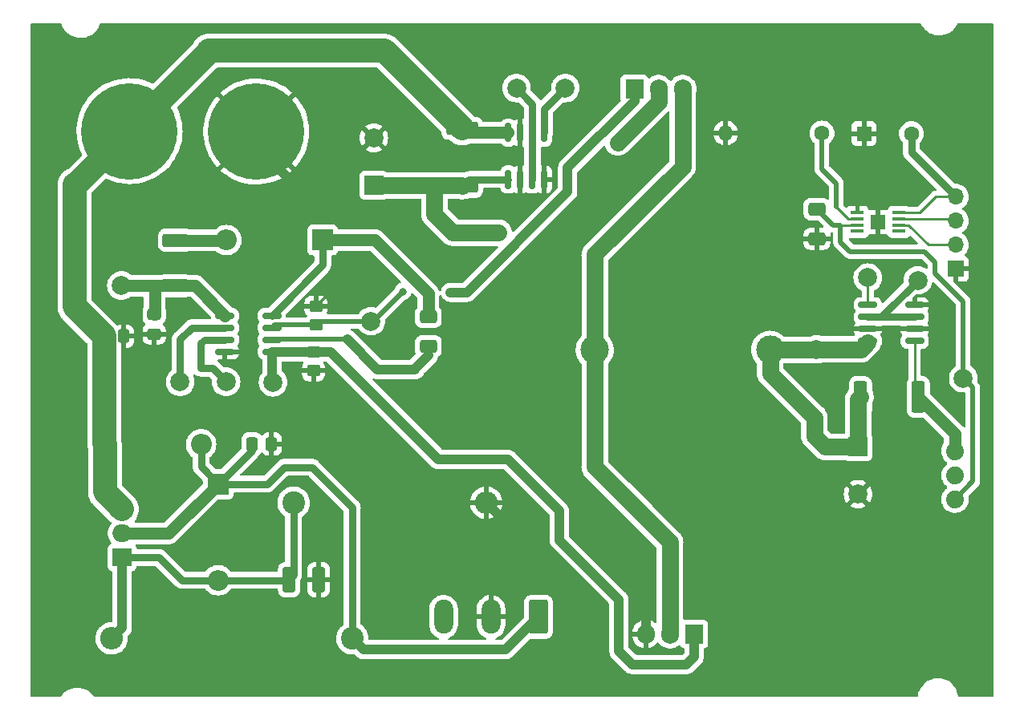
<source format=gbr>
%TF.GenerationSoftware,KiCad,Pcbnew,(6.0.1)*%
%TF.CreationDate,2022-03-30T23:18:15-05:00*%
%TF.ProjectId,system_voltages,73797374-656d-45f7-966f-6c7461676573,rev?*%
%TF.SameCoordinates,Original*%
%TF.FileFunction,Copper,L1,Top*%
%TF.FilePolarity,Positive*%
%FSLAX46Y46*%
G04 Gerber Fmt 4.6, Leading zero omitted, Abs format (unit mm)*
G04 Created by KiCad (PCBNEW (6.0.1)) date 2022-03-30 23:18:15*
%MOMM*%
%LPD*%
G01*
G04 APERTURE LIST*
G04 Aperture macros list*
%AMRoundRect*
0 Rectangle with rounded corners*
0 $1 Rounding radius*
0 $2 $3 $4 $5 $6 $7 $8 $9 X,Y pos of 4 corners*
0 Add a 4 corners polygon primitive as box body*
4,1,4,$2,$3,$4,$5,$6,$7,$8,$9,$2,$3,0*
0 Add four circle primitives for the rounded corners*
1,1,$1+$1,$2,$3*
1,1,$1+$1,$4,$5*
1,1,$1+$1,$6,$7*
1,1,$1+$1,$8,$9*
0 Add four rect primitives between the rounded corners*
20,1,$1+$1,$2,$3,$4,$5,0*
20,1,$1+$1,$4,$5,$6,$7,0*
20,1,$1+$1,$6,$7,$8,$9,0*
20,1,$1+$1,$8,$9,$2,$3,0*%
G04 Aperture macros list end*
%TA.AperFunction,ComponentPad*%
%ADD10C,1.600000*%
%TD*%
%TA.AperFunction,ComponentPad*%
%ADD11O,1.600000X1.600000*%
%TD*%
%TA.AperFunction,SMDPad,CuDef*%
%ADD12RoundRect,0.250000X-0.650000X0.412500X-0.650000X-0.412500X0.650000X-0.412500X0.650000X0.412500X0*%
%TD*%
%TA.AperFunction,SMDPad,CuDef*%
%ADD13RoundRect,0.249999X-0.450001X-1.425001X0.450001X-1.425001X0.450001X1.425001X-0.450001X1.425001X0*%
%TD*%
%TA.AperFunction,SMDPad,CuDef*%
%ADD14RoundRect,0.250000X-0.475000X0.337500X-0.475000X-0.337500X0.475000X-0.337500X0.475000X0.337500X0*%
%TD*%
%TA.AperFunction,ComponentPad*%
%ADD15C,1.879600*%
%TD*%
%TA.AperFunction,ComponentPad*%
%ADD16R,2.200000X2.200000*%
%TD*%
%TA.AperFunction,ComponentPad*%
%ADD17O,2.200000X2.200000*%
%TD*%
%TA.AperFunction,ComponentPad*%
%ADD18C,10.160000*%
%TD*%
%TA.AperFunction,ComponentPad*%
%ADD19C,3.000000*%
%TD*%
%TA.AperFunction,ComponentPad*%
%ADD20RoundRect,0.250000X0.750000X1.550000X-0.750000X1.550000X-0.750000X-1.550000X0.750000X-1.550000X0*%
%TD*%
%TA.AperFunction,ComponentPad*%
%ADD21O,2.000000X3.600000*%
%TD*%
%TA.AperFunction,ComponentPad*%
%ADD22C,2.000000*%
%TD*%
%TA.AperFunction,ComponentPad*%
%ADD23C,2.400000*%
%TD*%
%TA.AperFunction,ComponentPad*%
%ADD24O,2.400000X2.400000*%
%TD*%
%TA.AperFunction,SMDPad,CuDef*%
%ADD25RoundRect,0.250000X-0.412500X-1.100000X0.412500X-1.100000X0.412500X1.100000X-0.412500X1.100000X0*%
%TD*%
%TA.AperFunction,SMDPad,CuDef*%
%ADD26RoundRect,0.150000X0.825000X0.150000X-0.825000X0.150000X-0.825000X-0.150000X0.825000X-0.150000X0*%
%TD*%
%TA.AperFunction,SMDPad,CuDef*%
%ADD27RoundRect,0.249999X1.075001X-0.450001X1.075001X0.450001X-1.075001X0.450001X-1.075001X-0.450001X0*%
%TD*%
%TA.AperFunction,ComponentPad*%
%ADD28R,1.600000X1.600000*%
%TD*%
%TA.AperFunction,ComponentPad*%
%ADD29R,2.000000X2.000000*%
%TD*%
%TA.AperFunction,SMDPad,CuDef*%
%ADD30RoundRect,0.150000X0.150000X-0.825000X0.150000X0.825000X-0.150000X0.825000X-0.150000X-0.825000X0*%
%TD*%
%TA.AperFunction,ComponentPad*%
%ADD31R,1.700000X1.700000*%
%TD*%
%TA.AperFunction,ComponentPad*%
%ADD32O,1.700000X1.700000*%
%TD*%
%TA.AperFunction,SMDPad,CuDef*%
%ADD33RoundRect,0.150000X-0.825000X-0.150000X0.825000X-0.150000X0.825000X0.150000X-0.825000X0.150000X0*%
%TD*%
%TA.AperFunction,SMDPad,CuDef*%
%ADD34RoundRect,0.250000X-0.450000X0.350000X-0.450000X-0.350000X0.450000X-0.350000X0.450000X0.350000X0*%
%TD*%
%TA.AperFunction,ComponentPad*%
%ADD35R,2.000000X1.905000*%
%TD*%
%TA.AperFunction,ComponentPad*%
%ADD36O,2.000000X1.905000*%
%TD*%
%TA.AperFunction,ComponentPad*%
%ADD37R,1.905000X2.000000*%
%TD*%
%TA.AperFunction,ComponentPad*%
%ADD38O,1.905000X2.000000*%
%TD*%
%TA.AperFunction,SMDPad,CuDef*%
%ADD39RoundRect,0.250000X-0.337500X-0.475000X0.337500X-0.475000X0.337500X0.475000X-0.337500X0.475000X0*%
%TD*%
%TA.AperFunction,SMDPad,CuDef*%
%ADD40RoundRect,0.249999X-1.425001X0.450001X-1.425001X-0.450001X1.425001X-0.450001X1.425001X0.450001X0*%
%TD*%
%TA.AperFunction,SMDPad,CuDef*%
%ADD41R,1.400000X0.450000*%
%TD*%
%TA.AperFunction,SMDPad,CuDef*%
%ADD42R,1.650000X1.510000*%
%TD*%
%TA.AperFunction,ViaPad*%
%ADD43C,0.800000*%
%TD*%
%TA.AperFunction,Conductor*%
%ADD44C,1.016000*%
%TD*%
%TA.AperFunction,Conductor*%
%ADD45C,1.270000*%
%TD*%
%TA.AperFunction,Conductor*%
%ADD46C,2.540000*%
%TD*%
%TA.AperFunction,Conductor*%
%ADD47C,0.254000*%
%TD*%
%TA.AperFunction,Conductor*%
%ADD48C,0.762000*%
%TD*%
%TA.AperFunction,Conductor*%
%ADD49C,1.778000*%
%TD*%
%TA.AperFunction,Conductor*%
%ADD50C,0.508000*%
%TD*%
G04 APERTURE END LIST*
D10*
%TO.P,R10,1*%
%TO.N,Net-(IC1-Pad2)*%
X136855200Y-95402400D03*
D11*
%TO.P,R10,2*%
%TO.N,GND*%
X126695200Y-95402400D03*
%TD*%
D12*
%TO.P,C9,1*%
%TO.N,/Batt_out*%
X136321800Y-103441100D03*
%TO.P,C9,2*%
%TO.N,GND*%
X136321800Y-106566100D03*
%TD*%
D13*
%TO.P,R9,1*%
%TO.N,/E_storage*%
X140917200Y-123266200D03*
%TO.P,R9,2*%
%TO.N,Net-(R9-Pad2)*%
X147017200Y-123266200D03*
%TD*%
D14*
%TO.P,C4,1*%
%TO.N,Net-(C4-Pad1)*%
X66395600Y-114557900D03*
%TO.P,C4,2*%
%TO.N,GND*%
X66395600Y-116632900D03*
%TD*%
D15*
%TO.P,U5,1,VCC*%
%TO.N,Net-(R9-Pad2)*%
X150883899Y-128986200D03*
%TO.P,U5,2,N-C-/GND*%
%TO.N,unconnected-(U5-Pad2)*%
X150883899Y-131526200D03*
%TO.P,U5,3,OUT*%
%TO.N,/Batt_out*%
X150883899Y-134066200D03*
%TD*%
D16*
%TO.P,D2,1,K*%
%TO.N,Net-(C3-Pad1)*%
X73152000Y-132461000D03*
D17*
%TO.P,D2,2,A*%
%TO.N,Net-(C2-Pad1)*%
X73152000Y-142621000D03*
%TD*%
D18*
%TO.P,J1,1,Pin_1*%
%TO.N,/PV_input*%
X63804800Y-95199200D03*
%TD*%
D19*
%TO.P,L1,1,1*%
%TO.N,Net-(L1-Pad1)*%
X112873200Y-118287800D03*
%TO.P,L1,2,2*%
%TO.N,/E_storage*%
X131373200Y-118287800D03*
%TD*%
D20*
%TO.P,J3,1,Pin_1*%
%TO.N,Net-(C3-Pad1)*%
X106930200Y-146495900D03*
D21*
%TO.P,J3,2,Pin_2*%
%TO.N,GND*%
X101930200Y-146495900D03*
%TO.P,J3,3*%
%TO.N,N/C*%
X96930200Y-146495900D03*
%TD*%
D22*
%TO.P,J6,1,Pin_1*%
%TO.N,Net-(J6-Pad1)*%
X141681200Y-110667800D03*
%TD*%
D23*
%TO.P,R2,1*%
%TO.N,Net-(C2-Pad1)*%
X81102200Y-134442200D03*
D24*
%TO.P,R2,2*%
%TO.N,GND*%
X101422200Y-134442200D03*
%TD*%
D25*
%TO.P,C2,1*%
%TO.N,Net-(C2-Pad1)*%
X80631900Y-142544800D03*
%TO.P,C2,2*%
%TO.N,GND*%
X83756900Y-142544800D03*
%TD*%
D26*
%TO.P,U4,1,-*%
%TO.N,Net-(R9-Pad2)*%
X146645400Y-117373400D03*
%TO.P,U4,2,GND*%
%TO.N,GND*%
X146645400Y-116103400D03*
%TO.P,U4,3,REF2*%
%TO.N,/MCU_5V_2*%
X146645400Y-114833400D03*
%TO.P,U4,4,GND*%
%TO.N,GND*%
X146645400Y-113563400D03*
%TO.P,U4,5*%
%TO.N,Net-(J6-Pad1)*%
X141695400Y-113563400D03*
%TO.P,U4,6,V+*%
%TO.N,/MCU_5V_2*%
X141695400Y-114833400D03*
%TO.P,U4,7,REF1*%
%TO.N,GND*%
X141695400Y-116103400D03*
%TO.P,U4,8,+*%
%TO.N,/E_storage*%
X141695400Y-117373400D03*
%TD*%
D12*
%TO.P,C6,1*%
%TO.N,Net-(C6-Pad1)*%
X95326200Y-114801906D03*
%TO.P,C6,2*%
%TO.N,Net-(C6-Pad2)*%
X95326200Y-117926906D03*
%TD*%
D22*
%TO.P,J12,1,Pin_1*%
%TO.N,/GATE_DRIVER*%
X89255600Y-115265200D03*
%TD*%
D27*
%TO.P,R4,1*%
%TO.N,Net-(C4-Pad1)*%
X68630800Y-111518400D03*
%TO.P,R4,2*%
%TO.N,Net-(R4-Pad2)*%
X68630800Y-106718400D03*
%TD*%
D28*
%TO.P,C8,1*%
%TO.N,GND*%
X141285149Y-95453200D03*
D10*
%TO.P,C8,2*%
%TO.N,Net-(C8-Pad2)*%
X146285149Y-95453200D03*
%TD*%
D29*
%TO.P,C5,1*%
%TO.N,Net-(C5-Pad1)*%
X89560400Y-100919677D03*
D22*
%TO.P,C5,2*%
%TO.N,GND*%
X89560400Y-95919677D03*
%TD*%
%TO.P,J14,1,Pin_1*%
%TO.N,/PWM_1*%
X69138800Y-121666000D03*
%TD*%
D30*
%TO.P,U1,1,-*%
%TO.N,Net-(C5-Pad1)*%
X103759000Y-100315800D03*
%TO.P,U1,2,GND*%
%TO.N,GND*%
X105029000Y-100315800D03*
%TO.P,U1,3,REF2*%
%TO.N,/MCU_5V*%
X106299000Y-100315800D03*
%TO.P,U1,4,GND*%
%TO.N,GND*%
X107569000Y-100315800D03*
%TO.P,U1,5*%
%TO.N,Net-(J5-Pad1)*%
X107569000Y-95365800D03*
%TO.P,U1,6,V+*%
%TO.N,/MCU_5V*%
X106299000Y-95365800D03*
%TO.P,U1,7,REF1*%
%TO.N,GND*%
X105029000Y-95365800D03*
%TO.P,U1,8,+*%
%TO.N,/PV_input*%
X103759000Y-95365800D03*
%TD*%
D18*
%TO.P,J2,1,Pin_1*%
%TO.N,GND*%
X77165200Y-95250000D03*
%TD*%
D31*
%TO.P,J4,1,Pin_1*%
%TO.N,GND*%
X150977600Y-109743400D03*
D32*
%TO.P,J4,2,Pin_2*%
%TO.N,Net-(IC1-Pad6)*%
X150977600Y-107203400D03*
%TO.P,J4,3,Pin_3*%
%TO.N,Net-(IC1-Pad7)*%
X150977600Y-104663400D03*
%TO.P,J4,4,Pin_4*%
%TO.N,Net-(C8-Pad2)*%
X150977600Y-102123400D03*
%TD*%
D23*
%TO.P,R1,1*%
%TO.N,Net-(C3-Pad1)*%
X87299800Y-148767800D03*
D24*
%TO.P,R1,2*%
%TO.N,Net-(C2-Pad1)*%
X61899800Y-148767800D03*
%TD*%
D33*
%TO.P,U3,1,VDD*%
%TO.N,Net-(C4-Pad1)*%
X73878000Y-114681000D03*
%TO.P,U3,2,HI*%
%TO.N,/PWM_1*%
X73878000Y-115951000D03*
%TO.P,U3,3,LI*%
%TO.N,/PWM_2*%
X73878000Y-117221000D03*
%TO.P,U3,4,VSS*%
%TO.N,GND*%
X73878000Y-118491000D03*
%TO.P,U3,5,LO*%
%TO.N,/GATE_DRIVER2*%
X78828000Y-118491000D03*
%TO.P,U3,6,HS*%
%TO.N,Net-(C6-Pad2)*%
X78828000Y-117221000D03*
%TO.P,U3,7,HO*%
%TO.N,/GATE_DRIVER*%
X78828000Y-115951000D03*
%TO.P,U3,8,HB*%
%TO.N,Net-(C6-Pad1)*%
X78828000Y-114681000D03*
%TD*%
D34*
%TO.P,R5,1*%
%TO.N,/GATE_DRIVER2*%
X83211000Y-118507000D03*
%TO.P,R5,2*%
%TO.N,GND*%
X83211000Y-120507000D03*
%TD*%
%TO.P,R7,1*%
%TO.N,GND*%
X83465000Y-113681000D03*
%TO.P,R7,2*%
%TO.N,/GATE_DRIVER*%
X83465000Y-115681000D03*
%TD*%
D35*
%TO.P,U2,1,ADJ*%
%TO.N,Net-(C2-Pad1)*%
X63022600Y-140208000D03*
D36*
%TO.P,U2,2,VO*%
%TO.N,Net-(C3-Pad1)*%
X63022600Y-137668000D03*
%TO.P,U2,3,VI*%
%TO.N,/PV_input*%
X63022600Y-135128000D03*
%TD*%
D22*
%TO.P,J10,1,Pin_1*%
%TO.N,/E_storage*%
X136271000Y-118237000D03*
%TD*%
D29*
%TO.P,C7,1*%
%TO.N,/E_storage*%
X140665200Y-128543923D03*
D22*
%TO.P,C7,2*%
%TO.N,GND*%
X140665200Y-133543923D03*
%TD*%
%TO.P,J8,1,Pin_1*%
%TO.N,/MCU_5V*%
X104622600Y-90652600D03*
%TD*%
D37*
%TO.P,Q2,1,G*%
%TO.N,/GATE_DRIVER2*%
X123367800Y-148310600D03*
D38*
%TO.P,Q2,2,D*%
%TO.N,Net-(L1-Pad1)*%
X120827800Y-148310600D03*
%TO.P,Q2,3,S*%
%TO.N,GND*%
X118287800Y-148310600D03*
%TD*%
D39*
%TO.P,C3,1*%
%TO.N,Net-(C3-Pad1)*%
X76711900Y-128244600D03*
%TO.P,C3,2*%
%TO.N,GND*%
X78786900Y-128244600D03*
%TD*%
D22*
%TO.P,J5,1,Pin_1*%
%TO.N,Net-(J5-Pad1)*%
X109778800Y-90652600D03*
%TD*%
%TO.P,J16,1,Pin_1*%
%TO.N,/MCU_5V_2*%
X146964400Y-110947200D03*
%TD*%
D40*
%TO.P,R3,1*%
%TO.N,/PV_input*%
X98907600Y-94917800D03*
%TO.P,R3,2*%
%TO.N,Net-(C5-Pad1)*%
X98907600Y-101017800D03*
%TD*%
D37*
%TO.P,Q1,1,G*%
%TO.N,/GATE_DRIVER*%
X117068600Y-90759400D03*
D38*
%TO.P,Q1,2,D*%
%TO.N,Net-(C5-Pad1)*%
X119608600Y-90759400D03*
%TO.P,Q1,3,S*%
%TO.N,Net-(L1-Pad1)*%
X122148600Y-90759400D03*
%TD*%
D41*
%TO.P,IC1,1,GND*%
%TO.N,GND*%
X140573400Y-103825400D03*
%TO.P,IC1,2,ILIM_SET*%
%TO.N,Net-(IC1-Pad2)*%
X140573400Y-104475400D03*
%TO.P,IC1,3,IN*%
%TO.N,/Batt_out*%
X140573400Y-105125400D03*
%TO.P,IC1,4,~{CS}*%
%TO.N,unconnected-(IC1-Pad4)*%
X140573400Y-105775400D03*
%TO.P,IC1,5,EN*%
%TO.N,unconnected-(IC1-Pad5)*%
X144973400Y-105775400D03*
%TO.P,IC1,6,DP*%
%TO.N,Net-(IC1-Pad6)*%
X144973400Y-105125400D03*
%TO.P,IC1,7,DM*%
%TO.N,Net-(IC1-Pad7)*%
X144973400Y-104475400D03*
%TO.P,IC1,8,OUT*%
%TO.N,Net-(C8-Pad2)*%
X144973400Y-103825400D03*
D42*
%TO.P,IC1,9,EP*%
%TO.N,GND*%
X142773400Y-104800400D03*
%TD*%
D22*
%TO.P,J15,1,Pin_1*%
%TO.N,/PWM_2*%
X73990200Y-121666000D03*
%TD*%
%TO.P,J13,1,Pin_1*%
%TO.N,/Batt_out*%
X151765000Y-121285000D03*
%TD*%
D16*
%TO.P,D1,1,K*%
%TO.N,/PV_input*%
X61188600Y-128270000D03*
D17*
%TO.P,D1,2,A*%
%TO.N,Net-(C3-Pad1)*%
X71348600Y-128270000D03*
%TD*%
D16*
%TO.P,D3,1,K*%
%TO.N,Net-(C6-Pad1)*%
X84175600Y-106705400D03*
D17*
%TO.P,D3,2,A*%
%TO.N,Net-(R4-Pad2)*%
X74015600Y-106705400D03*
%TD*%
D39*
%TO.P,C1,1*%
%TO.N,/PV_input*%
X61116300Y-116865400D03*
%TO.P,C1,2*%
%TO.N,GND*%
X63191300Y-116865400D03*
%TD*%
D22*
%TO.P,J11,1,Pin_1*%
%TO.N,/GATE_DRIVER2*%
X78943200Y-121716800D03*
%TD*%
%TO.P,J7,1,Pin_1*%
%TO.N,Net-(C4-Pad1)*%
X62941200Y-111506000D03*
%TD*%
D43*
%TO.N,GND*%
X102971600Y-137693400D03*
X111607600Y-137795000D03*
X81407000Y-100965000D03*
X85217000Y-111887000D03*
%TO.N,Net-(C5-Pad1)*%
X115316000Y-96393000D03*
X102743000Y-105918000D03*
%TO.N,/GATE_DRIVER*%
X92612080Y-112141000D03*
X97663000Y-112217200D03*
%TD*%
D44*
%TO.N,GND*%
X102971600Y-135991600D02*
X101422200Y-134442200D01*
X102971600Y-137693400D02*
X102971600Y-135991600D01*
X118287800Y-144475200D02*
X111607600Y-137795000D01*
X118287800Y-148310600D02*
X118287800Y-144475200D01*
D45*
%TO.N,/PV_input*%
X103759000Y-95365800D02*
X99355600Y-95365800D01*
D46*
X61116300Y-116865400D02*
X61116300Y-128197700D01*
X61188600Y-133294000D02*
X63022600Y-135128000D01*
X61188600Y-128270000D02*
X61188600Y-133294000D01*
X58166000Y-100838000D02*
X63804800Y-95199200D01*
X72110600Y-86893400D02*
X63804800Y-95199200D01*
X57988200Y-113737300D02*
X61116300Y-116865400D01*
X72110600Y-86715600D02*
X72110600Y-86893400D01*
X61116300Y-128197700D02*
X61188600Y-128270000D01*
X90705400Y-86715600D02*
X98907600Y-94917800D01*
X72110600Y-86715600D02*
X90705400Y-86715600D01*
X57988200Y-100838000D02*
X57988200Y-113737300D01*
D45*
X99355600Y-95365800D02*
X98907600Y-94917800D01*
D46*
X57988200Y-100838000D02*
X58166000Y-100838000D01*
D44*
%TO.N,GND*%
X81407000Y-100965000D02*
X77165200Y-96723200D01*
D47*
X83465000Y-113681000D02*
X83465000Y-113639000D01*
X77165200Y-96723200D02*
X77165200Y-95250000D01*
X83465000Y-113639000D02*
X85217000Y-111887000D01*
D48*
%TO.N,Net-(C2-Pad1)*%
X81102200Y-134442200D02*
X81102200Y-142074500D01*
X63022600Y-140208000D02*
X66903600Y-140208000D01*
X73152000Y-142621000D02*
X80555700Y-142621000D01*
X69316600Y-142621000D02*
X73152000Y-142621000D01*
D44*
X63022607Y-140208000D02*
X63022607Y-147644993D01*
D48*
X66903600Y-140208000D02*
X69316600Y-142621000D01*
X81102200Y-142074500D02*
X80631900Y-142544800D01*
D44*
X63022607Y-147644993D02*
X61899800Y-148767800D01*
D48*
X80555700Y-142621000D02*
X80631900Y-142544800D01*
%TO.N,Net-(C3-Pad1)*%
X71348600Y-130657600D02*
X73152000Y-132461000D01*
X83058000Y-130683000D02*
X87299800Y-134924800D01*
X87299800Y-134924800D02*
X87299800Y-148767800D01*
X76711900Y-128901100D02*
X73152000Y-132461000D01*
X73152000Y-132461000D02*
X78359000Y-132461000D01*
D44*
X103458300Y-149967800D02*
X106930200Y-146495900D01*
X88499800Y-149967800D02*
X103458300Y-149967800D01*
D45*
X63022600Y-137668000D02*
X67945000Y-137668000D01*
D48*
X71348600Y-128270000D02*
X71348600Y-130657600D01*
D45*
X67945000Y-137668000D02*
X73152000Y-132461000D01*
D48*
X78359000Y-132461000D02*
X80137000Y-130683000D01*
X76711900Y-128244600D02*
X76711900Y-128901100D01*
X80137000Y-130683000D02*
X83058000Y-130683000D01*
D44*
X87299800Y-148767800D02*
X88499800Y-149967800D01*
D49*
%TO.N,Net-(C5-Pad1)*%
X95966677Y-100919677D02*
X95966677Y-103967677D01*
X95966677Y-100919677D02*
X98809477Y-100919677D01*
D48*
X99609600Y-100315800D02*
X98907600Y-101017800D01*
D49*
X97790000Y-105791000D02*
X97917000Y-105918000D01*
X119608600Y-92100400D02*
X119608600Y-90759400D01*
X98809477Y-100919677D02*
X98907600Y-101017800D01*
X95966677Y-103967677D02*
X97790000Y-105791000D01*
X89560400Y-100919677D02*
X95966677Y-100919677D01*
X115316000Y-96393000D02*
X119608600Y-92100400D01*
X97917000Y-105918000D02*
X102743000Y-105918000D01*
D48*
X103759000Y-100315800D02*
X99609600Y-100315800D01*
D45*
%TO.N,Net-(C6-Pad1)*%
X84175600Y-106705400D02*
X89687400Y-106705400D01*
D48*
X78828000Y-114681000D02*
X78828011Y-114681000D01*
D45*
X89687400Y-106705400D02*
X95326200Y-112344200D01*
D48*
X84175600Y-106705400D02*
X84175600Y-109333411D01*
X78828011Y-114681000D02*
X84175600Y-109333411D01*
D45*
X95326200Y-112344200D02*
X95326200Y-114801906D01*
D44*
%TO.N,Net-(C6-Pad2)*%
X86795680Y-117199480D02*
X89966800Y-120370600D01*
D50*
X78849525Y-117199486D02*
X86795686Y-117199486D01*
D44*
X89966800Y-120370600D02*
X93929200Y-120370600D01*
X93929200Y-120370600D02*
X93929200Y-120261406D01*
X93929200Y-120261406D02*
X95326200Y-118864406D01*
D49*
%TO.N,/E_storage*%
X131373200Y-118287800D02*
X136220200Y-118287800D01*
X131373200Y-118287800D02*
X131373200Y-120781400D01*
X140665200Y-128543923D02*
X140665200Y-123518200D01*
X136042400Y-125450600D02*
X136042400Y-127381000D01*
X136271000Y-118237000D02*
X140950320Y-118237000D01*
X137205323Y-128543923D02*
X140665200Y-128543923D01*
X140950320Y-118237000D02*
X141695400Y-117491920D01*
X136220200Y-118287800D02*
X136271000Y-118237000D01*
X131373200Y-120781400D02*
X136042400Y-125450600D01*
X140665200Y-123518200D02*
X140917200Y-123266200D01*
X136042400Y-127381000D02*
X137205323Y-128543923D01*
D47*
%TO.N,Net-(C8-Pad2)*%
X144973396Y-103825396D02*
X147177404Y-103825396D01*
D48*
X146285149Y-97430949D02*
X150977600Y-102123400D01*
D47*
X148879408Y-102123392D02*
X150977600Y-102123392D01*
X147177404Y-103825396D02*
X148879408Y-102123392D01*
D48*
X146285149Y-95453200D02*
X146285149Y-97430949D01*
D50*
%TO.N,/Batt_out*%
X138006100Y-105125400D02*
X136321800Y-103441100D01*
X138785600Y-106883200D02*
X138785600Y-105819622D01*
X147675600Y-107924600D02*
X139827000Y-107924600D01*
X139827000Y-107924600D02*
X138785600Y-106883200D01*
X152765000Y-122285000D02*
X152765000Y-132185099D01*
X148793200Y-109042200D02*
X147675600Y-107924600D01*
D47*
X140573404Y-105125393D02*
X138780393Y-105125393D01*
D50*
X138780400Y-105125400D02*
X138006100Y-105125400D01*
X148793200Y-110236000D02*
X148793200Y-109042200D01*
X151765000Y-113207800D02*
X148793200Y-110236000D01*
X138780400Y-105814422D02*
X138780400Y-105125400D01*
X151765000Y-121285000D02*
X151765000Y-113207800D01*
X138785600Y-105819622D02*
X138780400Y-105814422D01*
X152765000Y-132185099D02*
X150883899Y-134066200D01*
X151765000Y-121285000D02*
X152765000Y-122285000D01*
D47*
%TO.N,Net-(IC1-Pad6)*%
X145994000Y-105125400D02*
X148072000Y-107203400D01*
X148072000Y-107203400D02*
X150977600Y-107203400D01*
X144973400Y-105125400D02*
X145994000Y-105125400D01*
%TO.N,Net-(IC1-Pad7)*%
X144973400Y-104475400D02*
X150789600Y-104475400D01*
X150789600Y-104475400D02*
X150977600Y-104663400D01*
D50*
%TO.N,Net-(IC1-Pad2)*%
X136855200Y-99212400D02*
X138379200Y-100736400D01*
D47*
X138379200Y-103225600D02*
X139629007Y-104475407D01*
D50*
X136855200Y-95402400D02*
X136855200Y-99212400D01*
X138379200Y-100736400D02*
X138379200Y-103225600D01*
D47*
X139629007Y-104475407D02*
X140573404Y-104475407D01*
D44*
%TO.N,/GATE_DRIVER*%
X99390200Y-112217200D02*
X110032800Y-101574600D01*
X117068600Y-92024200D02*
X117068600Y-90759400D01*
D50*
X83465000Y-115681000D02*
X79098000Y-115681000D01*
D44*
X110032800Y-101574600D02*
X110032800Y-99060000D01*
D50*
X83465000Y-115681000D02*
X83880800Y-115265200D01*
X83880800Y-115265200D02*
X89255600Y-115265200D01*
D44*
X110032800Y-99060000D02*
X117068600Y-92024200D01*
X97663000Y-112217200D02*
X99390200Y-112217200D01*
D50*
X89487880Y-115265200D02*
X92612080Y-112141000D01*
X89255600Y-115265200D02*
X89487880Y-115265200D01*
X79098000Y-115681000D02*
X78828000Y-115951000D01*
D44*
%TO.N,/GATE_DRIVER2*%
X116840000Y-151511000D02*
X122555000Y-151511000D01*
X103759000Y-129895600D02*
X109118400Y-135255000D01*
X123367800Y-150698200D02*
X123367800Y-148310600D01*
X122555000Y-151511000D02*
X123367800Y-150698200D01*
X96393000Y-129895600D02*
X103759000Y-129895600D01*
X83195000Y-118491000D02*
X83211000Y-118507000D01*
X78828000Y-118491000D02*
X83195000Y-118491000D01*
X78828000Y-118491000D02*
X78828000Y-121601600D01*
X85004400Y-118507000D02*
X96393000Y-129895600D01*
X109118400Y-135255000D02*
X109118400Y-138379200D01*
X109118400Y-138379200D02*
X115443000Y-144703800D01*
X83211000Y-118507000D02*
X85004400Y-118507000D01*
X115443000Y-144703800D02*
X115443000Y-150114000D01*
X78828000Y-121601600D02*
X78943200Y-121716800D01*
X115443000Y-150114000D02*
X116840000Y-151511000D01*
D48*
%TO.N,/MCU_5V*%
X106299000Y-95365800D02*
X106299000Y-100315800D01*
X104622600Y-90652600D02*
X106299000Y-92329000D01*
X106299000Y-92329000D02*
X106299000Y-95365800D01*
%TO.N,/PWM_1*%
X69138800Y-117195600D02*
X70383400Y-115951000D01*
X69138800Y-121666000D02*
X69138800Y-117195600D01*
X70383400Y-115951000D02*
X73878000Y-115951000D01*
%TO.N,/PWM_2*%
X72542400Y-120218200D02*
X73990200Y-121666000D01*
X73878000Y-117221000D02*
X71704200Y-117221000D01*
X71704200Y-117221000D02*
X71297800Y-117627400D01*
X71297800Y-120218200D02*
X72542400Y-120218200D01*
X71297800Y-117627400D02*
X71297800Y-120218200D01*
D49*
%TO.N,Net-(L1-Pad1)*%
X112873200Y-130653200D02*
X120827800Y-138607800D01*
X112873200Y-118287800D02*
X112873200Y-130653200D01*
X122148600Y-90759400D02*
X122148600Y-98958400D01*
X122148600Y-98958400D02*
X112873200Y-108233800D01*
X120827800Y-138607800D02*
X120827800Y-148310600D01*
X112873200Y-108233800D02*
X112873200Y-118287800D01*
D45*
%TO.N,Net-(C4-Pad1)*%
X66434000Y-111518400D02*
X66434000Y-114519500D01*
X66434000Y-114519500D02*
X66395600Y-114557900D01*
X68630800Y-111518400D02*
X66434000Y-111518400D01*
X66434000Y-111518400D02*
X62953600Y-111518400D01*
X68630800Y-111518400D02*
X70715400Y-111518400D01*
X62953600Y-111518400D02*
X62941200Y-111506000D01*
X70715400Y-111518400D02*
X73878000Y-114681000D01*
D48*
%TO.N,Net-(J5-Pad1)*%
X107569000Y-92862400D02*
X109778800Y-90652600D01*
X107569000Y-95365800D02*
X107569000Y-92862400D01*
D47*
%TO.N,Net-(J6-Pad1)*%
X141681200Y-113549200D02*
X141681200Y-110667800D01*
X141695400Y-113563400D02*
X141681200Y-113549200D01*
D45*
%TO.N,Net-(R4-Pad2)*%
X68630800Y-106718400D02*
X74002600Y-106718400D01*
X74002600Y-106718400D02*
X74015600Y-106705400D01*
D48*
%TO.N,/MCU_5V_2*%
X143078200Y-114833400D02*
X146645400Y-114833400D01*
X143078200Y-114833400D02*
X141695400Y-114833400D01*
X146964400Y-110947200D02*
X143078200Y-114833400D01*
D47*
%TO.N,Net-(R9-Pad2)*%
X146645400Y-117373400D02*
X146645400Y-122894400D01*
D45*
X150883899Y-127132899D02*
X150883899Y-128986200D01*
D47*
X146645400Y-122894400D02*
X147017200Y-123266200D01*
D45*
X147017200Y-123266200D02*
X150883899Y-127132899D01*
%TD*%
%TA.AperFunction,Conductor*%
%TO.N,GND*%
G36*
X56587420Y-83840002D02*
G01*
X56633913Y-83893658D01*
X56640833Y-83912752D01*
X56652729Y-83956236D01*
X56654413Y-83960184D01*
X56757734Y-84202414D01*
X56765523Y-84220676D01*
X56777293Y-84240342D01*
X56887941Y-84425221D01*
X56913161Y-84467361D01*
X57092913Y-84691728D01*
X57301451Y-84889623D01*
X57469033Y-85010043D01*
X57498668Y-85031338D01*
X57534917Y-85057386D01*
X57538712Y-85059395D01*
X57538713Y-85059396D01*
X57560469Y-85070915D01*
X57788992Y-85191912D01*
X58058973Y-85290711D01*
X58339864Y-85351955D01*
X58368441Y-85354204D01*
X58562882Y-85369507D01*
X58562891Y-85369507D01*
X58565339Y-85369700D01*
X58720871Y-85369700D01*
X58723007Y-85369554D01*
X58723018Y-85369554D01*
X58931148Y-85355365D01*
X58931154Y-85355364D01*
X58935425Y-85355073D01*
X58939620Y-85354204D01*
X58939622Y-85354204D01*
X59076184Y-85325923D01*
X59216942Y-85296774D01*
X59487943Y-85200807D01*
X59729821Y-85075965D01*
X59739605Y-85070915D01*
X59739606Y-85070915D01*
X59743412Y-85068950D01*
X59746913Y-85066489D01*
X59746917Y-85066487D01*
X59883558Y-84970454D01*
X59978623Y-84903641D01*
X60189222Y-84707940D01*
X60371313Y-84485468D01*
X60521527Y-84240342D01*
X60637083Y-83977098D01*
X60648413Y-83937323D01*
X60655775Y-83911480D01*
X60693674Y-83851446D01*
X60758015Y-83821432D01*
X60776954Y-83820000D01*
X147181555Y-83820000D01*
X147249676Y-83840002D01*
X147297452Y-83896565D01*
X147316523Y-83941276D01*
X147464161Y-84187961D01*
X147643913Y-84412328D01*
X147852451Y-84610223D01*
X148085917Y-84777986D01*
X148089712Y-84779995D01*
X148089713Y-84779996D01*
X148111469Y-84791515D01*
X148339992Y-84912512D01*
X148449909Y-84952736D01*
X148567675Y-84995832D01*
X148609973Y-85011311D01*
X148890864Y-85072555D01*
X148919441Y-85074804D01*
X149113882Y-85090107D01*
X149113891Y-85090107D01*
X149116339Y-85090300D01*
X149271871Y-85090300D01*
X149274007Y-85090154D01*
X149274018Y-85090154D01*
X149482148Y-85075965D01*
X149482154Y-85075964D01*
X149486425Y-85075673D01*
X149490620Y-85074804D01*
X149490622Y-85074804D01*
X149691617Y-85033180D01*
X149767942Y-85017374D01*
X150038943Y-84921407D01*
X150294412Y-84789550D01*
X150297913Y-84787089D01*
X150297917Y-84787087D01*
X150415254Y-84704621D01*
X150529623Y-84624241D01*
X150678960Y-84485468D01*
X150737079Y-84431461D01*
X150737081Y-84431458D01*
X150740222Y-84428540D01*
X150922313Y-84206068D01*
X150953700Y-84154849D01*
X151070291Y-83964592D01*
X151070295Y-83964584D01*
X151072527Y-83960942D01*
X151079086Y-83946000D01*
X151101319Y-83895354D01*
X151147015Y-83841018D01*
X151216692Y-83820000D01*
X154814000Y-83820000D01*
X154882121Y-83840002D01*
X154928614Y-83893658D01*
X154940000Y-83946000D01*
X154940000Y-154814000D01*
X154919998Y-154882121D01*
X154866342Y-154928614D01*
X154814000Y-154940000D01*
X151318507Y-154940000D01*
X151250386Y-154919998D01*
X151203893Y-154866342D01*
X151193585Y-154830446D01*
X151170292Y-154653522D01*
X151169732Y-154649266D01*
X151093871Y-154371964D01*
X151051781Y-154273285D01*
X150982763Y-154111476D01*
X150982761Y-154111472D01*
X150981077Y-154107524D01*
X150833439Y-153860839D01*
X150653687Y-153636472D01*
X150445149Y-153438577D01*
X150211683Y-153270814D01*
X150189843Y-153259250D01*
X150166654Y-153246972D01*
X149957608Y-153136288D01*
X149687627Y-153037489D01*
X149406736Y-152976245D01*
X149375685Y-152973801D01*
X149183718Y-152958693D01*
X149183709Y-152958693D01*
X149181261Y-152958500D01*
X149025729Y-152958500D01*
X149023593Y-152958646D01*
X149023582Y-152958646D01*
X148815452Y-152972835D01*
X148815446Y-152972836D01*
X148811175Y-152973127D01*
X148806980Y-152973996D01*
X148806978Y-152973996D01*
X148670416Y-153002277D01*
X148529658Y-153031426D01*
X148258657Y-153127393D01*
X148003188Y-153259250D01*
X147999687Y-153261711D01*
X147999683Y-153261713D01*
X147989594Y-153268804D01*
X147767977Y-153424559D01*
X147557378Y-153620260D01*
X147375287Y-153842732D01*
X147225073Y-154087858D01*
X147223347Y-154091791D01*
X147223346Y-154091792D01*
X147138620Y-154284804D01*
X147109517Y-154351102D01*
X147030756Y-154627594D01*
X147027066Y-154653522D01*
X147001700Y-154831753D01*
X146972299Y-154896376D01*
X146912628Y-154934845D01*
X146876957Y-154940000D01*
X60137672Y-154940000D01*
X60069551Y-154919998D01*
X60034069Y-154883360D01*
X60033089Y-154884041D01*
X60030644Y-154880523D01*
X60028439Y-154876839D01*
X59848687Y-154652472D01*
X59640149Y-154454577D01*
X59406683Y-154286814D01*
X59384843Y-154275250D01*
X59361654Y-154262972D01*
X59152608Y-154152288D01*
X58976545Y-154087858D01*
X58886658Y-154054964D01*
X58886656Y-154054963D01*
X58882627Y-154053489D01*
X58601736Y-153992245D01*
X58570685Y-153989801D01*
X58378718Y-153974693D01*
X58378709Y-153974693D01*
X58376261Y-153974500D01*
X58220729Y-153974500D01*
X58218593Y-153974646D01*
X58218582Y-153974646D01*
X58010452Y-153988835D01*
X58010446Y-153988836D01*
X58006175Y-153989127D01*
X58001980Y-153989996D01*
X58001978Y-153989996D01*
X57865416Y-154018277D01*
X57724658Y-154047426D01*
X57453657Y-154143393D01*
X57198188Y-154275250D01*
X57194687Y-154277711D01*
X57194683Y-154277713D01*
X57184594Y-154284804D01*
X56962977Y-154440559D01*
X56947892Y-154454577D01*
X56761704Y-154627594D01*
X56752378Y-154636260D01*
X56570287Y-154858732D01*
X56568048Y-154862386D01*
X56557355Y-154879835D01*
X56504707Y-154927466D01*
X56449922Y-154940000D01*
X53466000Y-154940000D01*
X53397879Y-154919998D01*
X53351386Y-154866342D01*
X53340000Y-154814000D01*
X53340000Y-113768426D01*
X56204985Y-113768426D01*
X56206265Y-113782358D01*
X56215550Y-113883413D01*
X56215732Y-113885603D01*
X56223955Y-113996247D01*
X56223957Y-113996261D01*
X56224303Y-114000916D01*
X56225334Y-114005472D01*
X56225334Y-114005473D01*
X56225925Y-114008086D01*
X56228502Y-114024357D01*
X56229173Y-114031660D01*
X56230285Y-114036204D01*
X56256633Y-114143882D01*
X56257137Y-114146022D01*
X56261839Y-114166802D01*
X56282643Y-114258741D01*
X56285303Y-114265583D01*
X56290257Y-114281293D01*
X56292003Y-114288428D01*
X56293776Y-114292761D01*
X56335755Y-114395373D01*
X56336570Y-114397414D01*
X56378451Y-114505111D01*
X56380765Y-114509160D01*
X56380771Y-114509172D01*
X56382093Y-114511484D01*
X56389316Y-114526293D01*
X56390322Y-114528753D01*
X56390325Y-114528760D01*
X56392096Y-114533088D01*
X56443428Y-114619368D01*
X56451179Y-114632397D01*
X56452285Y-114634294D01*
X56509622Y-114734613D01*
X56514166Y-114740377D01*
X56523498Y-114753955D01*
X56527253Y-114760266D01*
X56530209Y-114763884D01*
X56530216Y-114763894D01*
X56600374Y-114849762D01*
X56601751Y-114851478D01*
X56670378Y-114938532D01*
X56670383Y-114938537D01*
X56673275Y-114942206D01*
X56729494Y-114995092D01*
X56750352Y-115014713D01*
X56753114Y-115017393D01*
X59300895Y-117565174D01*
X59334921Y-117627486D01*
X59337800Y-117654269D01*
X59337800Y-128142222D01*
X59337597Y-128149365D01*
X59333350Y-128224150D01*
X59333350Y-128224157D01*
X59333085Y-128228826D01*
X59333514Y-128233492D01*
X59343650Y-128343813D01*
X59343832Y-128346003D01*
X59352055Y-128456647D01*
X59352057Y-128456661D01*
X59352403Y-128461316D01*
X59353434Y-128465872D01*
X59353434Y-128465873D01*
X59354025Y-128468486D01*
X59356602Y-128484757D01*
X59357273Y-128492060D01*
X59363054Y-128515687D01*
X59384733Y-128604282D01*
X59385237Y-128606422D01*
X59406993Y-128702568D01*
X59410100Y-128730376D01*
X59410100Y-133238522D01*
X59409897Y-133245665D01*
X59405650Y-133320450D01*
X59405650Y-133320457D01*
X59405385Y-133325126D01*
X59407732Y-133350673D01*
X59415950Y-133440113D01*
X59416132Y-133442303D01*
X59424355Y-133552947D01*
X59424357Y-133552961D01*
X59424703Y-133557616D01*
X59425734Y-133562172D01*
X59425734Y-133562173D01*
X59426325Y-133564786D01*
X59428902Y-133581057D01*
X59429573Y-133588360D01*
X59430685Y-133592904D01*
X59457033Y-133700582D01*
X59457537Y-133702722D01*
X59474033Y-133775622D01*
X59483043Y-133815441D01*
X59485703Y-133822283D01*
X59490657Y-133837993D01*
X59492403Y-133845128D01*
X59524777Y-133924261D01*
X59536155Y-133952073D01*
X59536970Y-133954114D01*
X59578851Y-134061811D01*
X59581165Y-134065860D01*
X59581171Y-134065872D01*
X59582493Y-134068184D01*
X59589716Y-134082993D01*
X59590722Y-134085453D01*
X59590725Y-134085460D01*
X59592496Y-134089788D01*
X59594890Y-134093812D01*
X59651579Y-134189097D01*
X59652685Y-134190994D01*
X59710022Y-134291313D01*
X59714566Y-134297077D01*
X59723898Y-134310655D01*
X59727653Y-134316966D01*
X59730609Y-134320584D01*
X59730616Y-134320594D01*
X59800774Y-134406462D01*
X59802151Y-134408178D01*
X59870778Y-134495232D01*
X59870783Y-134495237D01*
X59873675Y-134498906D01*
X59912042Y-134534998D01*
X59950752Y-134571413D01*
X59953514Y-134574093D01*
X61812463Y-136433042D01*
X61814224Y-136434559D01*
X61885347Y-136495843D01*
X61923896Y-136555462D01*
X61924093Y-136626459D01*
X61901981Y-136669388D01*
X61757233Y-136852670D01*
X61757230Y-136852675D01*
X61754032Y-136856724D01*
X61637926Y-137067050D01*
X61557730Y-137293515D01*
X61515599Y-137530037D01*
X61515536Y-137535201D01*
X61513115Y-137733387D01*
X61512664Y-137770263D01*
X61549004Y-138007744D01*
X61554349Y-138024096D01*
X61622034Y-138231183D01*
X61622037Y-138231189D01*
X61623642Y-138236101D01*
X61626029Y-138240687D01*
X61626031Y-138240691D01*
X61721310Y-138423718D01*
X61734575Y-138449200D01*
X61851015Y-138604283D01*
X61875920Y-138670765D01*
X61860928Y-138740161D01*
X61810798Y-138790435D01*
X61794485Y-138797915D01*
X61784307Y-138801731D01*
X61784304Y-138801733D01*
X61775895Y-138804885D01*
X61659339Y-138892239D01*
X61571985Y-139008795D01*
X61520855Y-139145184D01*
X61514100Y-139207366D01*
X61514100Y-141208634D01*
X61520855Y-141270816D01*
X61571985Y-141407205D01*
X61659339Y-141523761D01*
X61775895Y-141611115D01*
X61912284Y-141662245D01*
X61912292Y-141662246D01*
X61970901Y-141695729D01*
X62003720Y-141758684D01*
X62006107Y-141783093D01*
X62006107Y-146932806D01*
X61986105Y-147000927D01*
X61932449Y-147047420D01*
X61878458Y-147058795D01*
X61850883Y-147058434D01*
X61799883Y-147057766D01*
X61799880Y-147057766D01*
X61795206Y-147057705D01*
X61543587Y-147091949D01*
X61299793Y-147163008D01*
X61069180Y-147269322D01*
X61065271Y-147271885D01*
X60860728Y-147405989D01*
X60860723Y-147405993D01*
X60856815Y-147408555D01*
X60762088Y-147493102D01*
X60715205Y-147534947D01*
X60667362Y-147577648D01*
X60504983Y-147772887D01*
X60373247Y-147989982D01*
X60371438Y-147994296D01*
X60371437Y-147994298D01*
X60277668Y-148217913D01*
X60275046Y-148224165D01*
X60273895Y-148228697D01*
X60273894Y-148228700D01*
X60254718Y-148304205D01*
X60212538Y-148470290D01*
X60187096Y-148722951D01*
X60187320Y-148727617D01*
X60187320Y-148727622D01*
X60190481Y-148793426D01*
X60199280Y-148976598D01*
X60200193Y-148981186D01*
X60243368Y-149198241D01*
X60248821Y-149225657D01*
X60250400Y-149230055D01*
X60250402Y-149230062D01*
X60322284Y-149430270D01*
X60334631Y-149464658D01*
X60336848Y-149468784D01*
X60449931Y-149679242D01*
X60454825Y-149688351D01*
X60457620Y-149692094D01*
X60457622Y-149692097D01*
X60603971Y-149888082D01*
X60603976Y-149888088D01*
X60606763Y-149891820D01*
X60610072Y-149895100D01*
X60610077Y-149895106D01*
X60774952Y-150058548D01*
X60787107Y-150070597D01*
X60790869Y-150073355D01*
X60790872Y-150073358D01*
X60973436Y-150207219D01*
X60991894Y-150220753D01*
X60996029Y-150222929D01*
X60996033Y-150222931D01*
X61099091Y-150277152D01*
X61216627Y-150338991D01*
X61456368Y-150422712D01*
X61705850Y-150470078D01*
X61826332Y-150474811D01*
X61954925Y-150479864D01*
X61954930Y-150479864D01*
X61959593Y-150480047D01*
X62058574Y-150469207D01*
X62207369Y-150452912D01*
X62207375Y-150452911D01*
X62212022Y-150452402D01*
X62321480Y-150423584D01*
X62453073Y-150388938D01*
X62457593Y-150387748D01*
X62632986Y-150312394D01*
X62686607Y-150289357D01*
X62686610Y-150289355D01*
X62690910Y-150287508D01*
X62694890Y-150285045D01*
X62694894Y-150285043D01*
X62902864Y-150156347D01*
X62902866Y-150156345D01*
X62906847Y-150153882D01*
X62910424Y-150150854D01*
X63097089Y-149992831D01*
X63097091Y-149992829D01*
X63100662Y-149989806D01*
X63268095Y-149798884D01*
X63271220Y-149794027D01*
X63395368Y-149601016D01*
X63405469Y-149585312D01*
X63509767Y-149353780D01*
X63578696Y-149109375D01*
X63600694Y-148936457D01*
X63610345Y-148860598D01*
X63610345Y-148860592D01*
X63610743Y-148857467D01*
X63611584Y-148825371D01*
X63613008Y-148770960D01*
X63613091Y-148767800D01*
X63598297Y-148568724D01*
X63613196Y-148499309D01*
X63634856Y-148470292D01*
X63697340Y-148407808D01*
X63707483Y-148398706D01*
X63737256Y-148374768D01*
X63769794Y-148335991D01*
X63772959Y-148332363D01*
X63774653Y-148330495D01*
X63776847Y-148328301D01*
X63804343Y-148294827D01*
X63805095Y-148293920D01*
X63865393Y-148222060D01*
X63867982Y-148217351D01*
X63871389Y-148213203D01*
X63874297Y-148207779D01*
X63874300Y-148207775D01*
X63915657Y-148130644D01*
X63916286Y-148129485D01*
X63926302Y-148111267D01*
X63961428Y-148047372D01*
X63963051Y-148042256D01*
X63965591Y-148037519D01*
X63992991Y-147947897D01*
X63993374Y-147946667D01*
X64019843Y-147863227D01*
X64021705Y-147857358D01*
X64022304Y-147852020D01*
X64023874Y-147846884D01*
X64033353Y-147753562D01*
X64033481Y-147752369D01*
X64039107Y-147702209D01*
X64039107Y-147698704D01*
X64039169Y-147697596D01*
X64039617Y-147691901D01*
X64043397Y-147654688D01*
X64043397Y-147654681D01*
X64044019Y-147648558D01*
X64039666Y-147602507D01*
X64039107Y-147590650D01*
X64039107Y-141783090D01*
X64059109Y-141714969D01*
X64112765Y-141668476D01*
X64129972Y-141662565D01*
X64132916Y-141662245D01*
X64269305Y-141611115D01*
X64385861Y-141523761D01*
X64473215Y-141407205D01*
X64524345Y-141270816D01*
X64525198Y-141262964D01*
X64525199Y-141262960D01*
X64530963Y-141209893D01*
X64558204Y-141144331D01*
X64616567Y-141103904D01*
X64656226Y-141097500D01*
X66482967Y-141097500D01*
X66551088Y-141117502D01*
X66572062Y-141134405D01*
X68631111Y-143193454D01*
X68643948Y-143208482D01*
X68651931Y-143219470D01*
X68656833Y-143223883D01*
X68656834Y-143223885D01*
X68701663Y-143264249D01*
X68706447Y-143268790D01*
X68720594Y-143282937D01*
X68723152Y-143285009D01*
X68723156Y-143285012D01*
X68736161Y-143295543D01*
X68741176Y-143299827D01*
X68790885Y-143344585D01*
X68802644Y-143351374D01*
X68818929Y-143362567D01*
X68824340Y-143366948D01*
X68829475Y-143371106D01*
X68835359Y-143374104D01*
X68835362Y-143374106D01*
X68889081Y-143401478D01*
X68894876Y-143404624D01*
X68952815Y-143438075D01*
X68959099Y-143440117D01*
X68959104Y-143440119D01*
X68965721Y-143442269D01*
X68983985Y-143449834D01*
X68990187Y-143452994D01*
X68996075Y-143455994D01*
X69060701Y-143473310D01*
X69067008Y-143475178D01*
X69130644Y-143495855D01*
X69137210Y-143496545D01*
X69137214Y-143496546D01*
X69144144Y-143497275D01*
X69163577Y-143500876D01*
X69168565Y-143502212D01*
X69176685Y-143504388D01*
X69183278Y-143504734D01*
X69183281Y-143504734D01*
X69243480Y-143507889D01*
X69250055Y-143508406D01*
X69269980Y-143510500D01*
X69290014Y-143510500D01*
X69296608Y-143510673D01*
X69356818Y-143513829D01*
X69356823Y-143513829D01*
X69363410Y-143514174D01*
X69369925Y-143513142D01*
X69369927Y-143513142D01*
X69376814Y-143512051D01*
X69396525Y-143510500D01*
X71740176Y-143510500D01*
X71808297Y-143530502D01*
X71842113Y-143562440D01*
X71844084Y-143565153D01*
X71846672Y-143569376D01*
X72011102Y-143761898D01*
X72203624Y-143926328D01*
X72419498Y-144058616D01*
X72424068Y-144060509D01*
X72424072Y-144060511D01*
X72647279Y-144152966D01*
X72653409Y-144155505D01*
X72738032Y-144175821D01*
X72894784Y-144213454D01*
X72894790Y-144213455D01*
X72899597Y-144214609D01*
X73152000Y-144234474D01*
X73404403Y-144214609D01*
X73409210Y-144213455D01*
X73409216Y-144213454D01*
X73565968Y-144175821D01*
X73650591Y-144155505D01*
X73656721Y-144152966D01*
X73879928Y-144060511D01*
X73879932Y-144060509D01*
X73884502Y-144058616D01*
X74100376Y-143926328D01*
X74292898Y-143761898D01*
X74457328Y-143569376D01*
X74459916Y-143565153D01*
X74461887Y-143562440D01*
X74518109Y-143519086D01*
X74563824Y-143510500D01*
X79334900Y-143510500D01*
X79403021Y-143530502D01*
X79449514Y-143584158D01*
X79460900Y-143636500D01*
X79460900Y-143695200D01*
X79461237Y-143698446D01*
X79461237Y-143698450D01*
X79471152Y-143794006D01*
X79471874Y-143800966D01*
X79527850Y-143968746D01*
X79620922Y-144119148D01*
X79746097Y-144244105D01*
X79752327Y-144247945D01*
X79752328Y-144247946D01*
X79889688Y-144332616D01*
X79896662Y-144336915D01*
X79928340Y-144347422D01*
X80058011Y-144390432D01*
X80058013Y-144390432D01*
X80064539Y-144392597D01*
X80071375Y-144393297D01*
X80071378Y-144393298D01*
X80114431Y-144397709D01*
X80169000Y-144403300D01*
X81094800Y-144403300D01*
X81098046Y-144402963D01*
X81098050Y-144402963D01*
X81193708Y-144393038D01*
X81193712Y-144393037D01*
X81200566Y-144392326D01*
X81207102Y-144390145D01*
X81207104Y-144390145D01*
X81349151Y-144342754D01*
X81368346Y-144336350D01*
X81518748Y-144243278D01*
X81643705Y-144118103D01*
X81676472Y-144064945D01*
X81732675Y-143973768D01*
X81732676Y-143973766D01*
X81736515Y-143967538D01*
X81792197Y-143799661D01*
X81795738Y-143765106D01*
X81802567Y-143698450D01*
X81802900Y-143695200D01*
X81802900Y-143691895D01*
X82586401Y-143691895D01*
X82586738Y-143698414D01*
X82596657Y-143794006D01*
X82599549Y-143807400D01*
X82650988Y-143961584D01*
X82657161Y-143974762D01*
X82742463Y-144112607D01*
X82751499Y-144124008D01*
X82866229Y-144238539D01*
X82877640Y-144247551D01*
X83015643Y-144332616D01*
X83028824Y-144338763D01*
X83183110Y-144389938D01*
X83196486Y-144392805D01*
X83290838Y-144402472D01*
X83297254Y-144402800D01*
X83484785Y-144402800D01*
X83500024Y-144398325D01*
X83501229Y-144396935D01*
X83502900Y-144389252D01*
X83502900Y-144384684D01*
X84010900Y-144384684D01*
X84015375Y-144399923D01*
X84016765Y-144401128D01*
X84024448Y-144402799D01*
X84216495Y-144402799D01*
X84223014Y-144402462D01*
X84318606Y-144392543D01*
X84332000Y-144389651D01*
X84486184Y-144338212D01*
X84499362Y-144332039D01*
X84637207Y-144246737D01*
X84648608Y-144237701D01*
X84763139Y-144122971D01*
X84772151Y-144111560D01*
X84857216Y-143973557D01*
X84863363Y-143960376D01*
X84914538Y-143806090D01*
X84917405Y-143792714D01*
X84927072Y-143698362D01*
X84927400Y-143691946D01*
X84927400Y-142816915D01*
X84922925Y-142801676D01*
X84921535Y-142800471D01*
X84913852Y-142798800D01*
X84029015Y-142798800D01*
X84013776Y-142803275D01*
X84012571Y-142804665D01*
X84010900Y-142812348D01*
X84010900Y-144384684D01*
X83502900Y-144384684D01*
X83502900Y-142816915D01*
X83498425Y-142801676D01*
X83497035Y-142800471D01*
X83489352Y-142798800D01*
X82604516Y-142798800D01*
X82589277Y-142803275D01*
X82588072Y-142804665D01*
X82586401Y-142812348D01*
X82586401Y-143691895D01*
X81802900Y-143691895D01*
X81802900Y-142671480D01*
X81826014Y-142600342D01*
X81825787Y-142600211D01*
X81826403Y-142599145D01*
X81826403Y-142599144D01*
X81832575Y-142588455D01*
X81843768Y-142572170D01*
X81848150Y-142566758D01*
X81852307Y-142561625D01*
X81882677Y-142502020D01*
X81885824Y-142496224D01*
X81889143Y-142490475D01*
X81919275Y-142438285D01*
X81923470Y-142425375D01*
X81931033Y-142407116D01*
X81937194Y-142395024D01*
X81954509Y-142330406D01*
X81956382Y-142324082D01*
X81971598Y-142277252D01*
X81973082Y-142272685D01*
X82586400Y-142272685D01*
X82590875Y-142287924D01*
X82592265Y-142289129D01*
X82599948Y-142290800D01*
X83484785Y-142290800D01*
X83500024Y-142286325D01*
X83501229Y-142284935D01*
X83502900Y-142277252D01*
X83502900Y-142272685D01*
X84010900Y-142272685D01*
X84015375Y-142287924D01*
X84016765Y-142289129D01*
X84024448Y-142290800D01*
X84909284Y-142290800D01*
X84924523Y-142286325D01*
X84925728Y-142284935D01*
X84927399Y-142277252D01*
X84927399Y-141397705D01*
X84927062Y-141391186D01*
X84917143Y-141295594D01*
X84914251Y-141282200D01*
X84862812Y-141128016D01*
X84856639Y-141114838D01*
X84771337Y-140976993D01*
X84762301Y-140965592D01*
X84647571Y-140851061D01*
X84636160Y-140842049D01*
X84498157Y-140756984D01*
X84484976Y-140750837D01*
X84330690Y-140699662D01*
X84317314Y-140696795D01*
X84222962Y-140687128D01*
X84216545Y-140686800D01*
X84029015Y-140686800D01*
X84013776Y-140691275D01*
X84012571Y-140692665D01*
X84010900Y-140700348D01*
X84010900Y-142272685D01*
X83502900Y-142272685D01*
X83502900Y-140704916D01*
X83498425Y-140689677D01*
X83497035Y-140688472D01*
X83489352Y-140686801D01*
X83297305Y-140686801D01*
X83290786Y-140687138D01*
X83195194Y-140697057D01*
X83181800Y-140699949D01*
X83027616Y-140751388D01*
X83014438Y-140757561D01*
X82876593Y-140842863D01*
X82865192Y-140851899D01*
X82750661Y-140966629D01*
X82741649Y-140978040D01*
X82656584Y-141116043D01*
X82650437Y-141129224D01*
X82599262Y-141283510D01*
X82596395Y-141296886D01*
X82586728Y-141391238D01*
X82586400Y-141397655D01*
X82586400Y-142272685D01*
X81973082Y-142272685D01*
X81977055Y-142260456D01*
X81978472Y-142246970D01*
X81982076Y-142227523D01*
X81983880Y-142220793D01*
X81983880Y-142220792D01*
X81985589Y-142214415D01*
X81989090Y-142147613D01*
X81989607Y-142141039D01*
X81991356Y-142124395D01*
X81991356Y-142124391D01*
X81991700Y-142121120D01*
X81991700Y-142101093D01*
X81991873Y-142094499D01*
X81995029Y-142034282D01*
X81995029Y-142034278D01*
X81995374Y-142027690D01*
X81993251Y-142014285D01*
X81991700Y-141994575D01*
X81991700Y-135971225D01*
X82011702Y-135903104D01*
X82051397Y-135864081D01*
X82105264Y-135830747D01*
X82105266Y-135830745D01*
X82109247Y-135828282D01*
X82204366Y-135747758D01*
X82299489Y-135667231D01*
X82299491Y-135667229D01*
X82303062Y-135664206D01*
X82470495Y-135473284D01*
X82477245Y-135462791D01*
X82605341Y-135263642D01*
X82607869Y-135259712D01*
X82712167Y-135028180D01*
X82713488Y-135023498D01*
X82747059Y-134904462D01*
X82781096Y-134783775D01*
X82802358Y-134616642D01*
X82812745Y-134534998D01*
X82812745Y-134534992D01*
X82813143Y-134531867D01*
X82815491Y-134442200D01*
X82802580Y-134268455D01*
X82797018Y-134193611D01*
X82797017Y-134193607D01*
X82796672Y-134188959D01*
X82795602Y-134184227D01*
X82741659Y-133945839D01*
X82740628Y-133941282D01*
X82737855Y-133934152D01*
X82650284Y-133708962D01*
X82650283Y-133708960D01*
X82648591Y-133704609D01*
X82646273Y-133700553D01*
X82524902Y-133488197D01*
X82524900Y-133488195D01*
X82522583Y-133484140D01*
X82365371Y-133284717D01*
X82254234Y-133180170D01*
X82183810Y-133113922D01*
X82183808Y-133113920D01*
X82180409Y-133110723D01*
X81996571Y-132983190D01*
X81975593Y-132968637D01*
X81975590Y-132968635D01*
X81971761Y-132965979D01*
X81967584Y-132963919D01*
X81967577Y-132963915D01*
X81748196Y-132855728D01*
X81748192Y-132855727D01*
X81744010Y-132853664D01*
X81502160Y-132776247D01*
X81470304Y-132771059D01*
X81256135Y-132736180D01*
X81256134Y-132736180D01*
X81251523Y-132735429D01*
X81124565Y-132733767D01*
X81002283Y-132732166D01*
X81002280Y-132732166D01*
X80997606Y-132732105D01*
X80745987Y-132766349D01*
X80741501Y-132767657D01*
X80741499Y-132767657D01*
X80727628Y-132771700D01*
X80502193Y-132837408D01*
X80497940Y-132839368D01*
X80497939Y-132839369D01*
X80470018Y-132852241D01*
X80271580Y-132943722D01*
X80267671Y-132946285D01*
X80063128Y-133080389D01*
X80063123Y-133080393D01*
X80059215Y-133082955D01*
X79986457Y-133147894D01*
X79876914Y-133245665D01*
X79869762Y-133252048D01*
X79707383Y-133447287D01*
X79575647Y-133664382D01*
X79573838Y-133668696D01*
X79573837Y-133668698D01*
X79506208Y-133829976D01*
X79477446Y-133898565D01*
X79476295Y-133903097D01*
X79476294Y-133903100D01*
X79463857Y-133952073D01*
X79414938Y-134144690D01*
X79389496Y-134397351D01*
X79389720Y-134402017D01*
X79389720Y-134402022D01*
X79394694Y-134505571D01*
X79401680Y-134650998D01*
X79415693Y-134721444D01*
X79449939Y-134893610D01*
X79451221Y-134900057D01*
X79452800Y-134904455D01*
X79452802Y-134904462D01*
X79525815Y-135107819D01*
X79537031Y-135139058D01*
X79539248Y-135143184D01*
X79654866Y-135358360D01*
X79657225Y-135362751D01*
X79660020Y-135366494D01*
X79660022Y-135366497D01*
X79806371Y-135562482D01*
X79806376Y-135562488D01*
X79809163Y-135566220D01*
X79812472Y-135569500D01*
X79812477Y-135569506D01*
X79945583Y-135701455D01*
X79989507Y-135744997D01*
X79993269Y-135747755D01*
X79993272Y-135747758D01*
X80161205Y-135870891D01*
X80204313Y-135927302D01*
X80212700Y-135972503D01*
X80212700Y-140568163D01*
X80192698Y-140636284D01*
X80139042Y-140682777D01*
X80099704Y-140693490D01*
X80070092Y-140696562D01*
X80070088Y-140696563D01*
X80063234Y-140697274D01*
X80056698Y-140699455D01*
X80056696Y-140699455D01*
X80040328Y-140704916D01*
X79895454Y-140753250D01*
X79745052Y-140846322D01*
X79620095Y-140971497D01*
X79527285Y-141122062D01*
X79523191Y-141134405D01*
X79475492Y-141278215D01*
X79471603Y-141289939D01*
X79460900Y-141394400D01*
X79460900Y-141605500D01*
X79440898Y-141673621D01*
X79387242Y-141720114D01*
X79334900Y-141731500D01*
X74563824Y-141731500D01*
X74495703Y-141711498D01*
X74461887Y-141679560D01*
X74459916Y-141676847D01*
X74457328Y-141672624D01*
X74292898Y-141480102D01*
X74100376Y-141315672D01*
X73884502Y-141183384D01*
X73879932Y-141181491D01*
X73879928Y-141181489D01*
X73655164Y-141088389D01*
X73655162Y-141088388D01*
X73650591Y-141086495D01*
X73565968Y-141066179D01*
X73409216Y-141028546D01*
X73409210Y-141028545D01*
X73404403Y-141027391D01*
X73152000Y-141007526D01*
X72899597Y-141027391D01*
X72894790Y-141028545D01*
X72894784Y-141028546D01*
X72738032Y-141066179D01*
X72653409Y-141086495D01*
X72648838Y-141088388D01*
X72648836Y-141088389D01*
X72424072Y-141181489D01*
X72424068Y-141181491D01*
X72419498Y-141183384D01*
X72203624Y-141315672D01*
X72011102Y-141480102D01*
X71846672Y-141672624D01*
X71844084Y-141676847D01*
X71842113Y-141679560D01*
X71785891Y-141722914D01*
X71740176Y-141731500D01*
X69737233Y-141731500D01*
X69669112Y-141711498D01*
X69648138Y-141694595D01*
X67589089Y-139635546D01*
X67576252Y-139620518D01*
X67568269Y-139609530D01*
X67518537Y-139564751D01*
X67513753Y-139560210D01*
X67499606Y-139546063D01*
X67484046Y-139533463D01*
X67479025Y-139529175D01*
X67434219Y-139488830D01*
X67434215Y-139488827D01*
X67429315Y-139484415D01*
X67423605Y-139481119D01*
X67423602Y-139481116D01*
X67417555Y-139477625D01*
X67401270Y-139466432D01*
X67390725Y-139457893D01*
X67331120Y-139427523D01*
X67325324Y-139424376D01*
X67319575Y-139421057D01*
X67267385Y-139390925D01*
X67254475Y-139386730D01*
X67236216Y-139379167D01*
X67224124Y-139373006D01*
X67159506Y-139355691D01*
X67153182Y-139353818D01*
X67144581Y-139351023D01*
X67089556Y-139333145D01*
X67082989Y-139332455D01*
X67082985Y-139332454D01*
X67077312Y-139331858D01*
X67076070Y-139331728D01*
X67056628Y-139328125D01*
X67043515Y-139324611D01*
X67036918Y-139324265D01*
X67036916Y-139324265D01*
X66976713Y-139321110D01*
X66970139Y-139320593D01*
X66953495Y-139318844D01*
X66953491Y-139318844D01*
X66950220Y-139318500D01*
X66930193Y-139318500D01*
X66923599Y-139318327D01*
X66863382Y-139315171D01*
X66863378Y-139315171D01*
X66856790Y-139314826D01*
X66850275Y-139315858D01*
X66850273Y-139315858D01*
X66843386Y-139316949D01*
X66823675Y-139318500D01*
X64656226Y-139318500D01*
X64588105Y-139298498D01*
X64541612Y-139244842D01*
X64530963Y-139206107D01*
X64525199Y-139153040D01*
X64525198Y-139153036D01*
X64524345Y-139145184D01*
X64505214Y-139094151D01*
X64476366Y-139017199D01*
X64476364Y-139017196D01*
X64473215Y-139008795D01*
X64467832Y-139001612D01*
X64465859Y-138998009D01*
X64450690Y-138928652D01*
X64475426Y-138862104D01*
X64532214Y-138819494D01*
X64576379Y-138811500D01*
X67902195Y-138811500D01*
X67910436Y-138811770D01*
X67975061Y-138816006D01*
X68062973Y-138805601D01*
X68066186Y-138805264D01*
X68154279Y-138797169D01*
X68159839Y-138795601D01*
X68163412Y-138794939D01*
X68174415Y-138792750D01*
X68178028Y-138791982D01*
X68183765Y-138791303D01*
X68268276Y-138765062D01*
X68271373Y-138764146D01*
X68356549Y-138740123D01*
X68361737Y-138737565D01*
X68365188Y-138736240D01*
X68375566Y-138732099D01*
X68378953Y-138730696D01*
X68384473Y-138728982D01*
X68462746Y-138687801D01*
X68465682Y-138686305D01*
X68545037Y-138647171D01*
X68549668Y-138643713D01*
X68552871Y-138641750D01*
X68562258Y-138635827D01*
X68565351Y-138633818D01*
X68570463Y-138631129D01*
X68639956Y-138576344D01*
X68642526Y-138574373D01*
X68708801Y-138524884D01*
X68708808Y-138524877D01*
X68713429Y-138521427D01*
X68751799Y-138479919D01*
X68769261Y-138461028D01*
X68772691Y-138457462D01*
X73123749Y-134106405D01*
X73186061Y-134072379D01*
X73212844Y-134069500D01*
X74300134Y-134069500D01*
X74362316Y-134062745D01*
X74498705Y-134011615D01*
X74615261Y-133924261D01*
X74702615Y-133807705D01*
X74753745Y-133671316D01*
X74760500Y-133609134D01*
X74760500Y-133476500D01*
X74780502Y-133408379D01*
X74834158Y-133361886D01*
X74886500Y-133350500D01*
X78279075Y-133350500D01*
X78298786Y-133352051D01*
X78305673Y-133353142D01*
X78305675Y-133353142D01*
X78312190Y-133354174D01*
X78318778Y-133353829D01*
X78318782Y-133353829D01*
X78378999Y-133350673D01*
X78385593Y-133350500D01*
X78405620Y-133350500D01*
X78408891Y-133350156D01*
X78408895Y-133350156D01*
X78425539Y-133348407D01*
X78432113Y-133347890D01*
X78492316Y-133344735D01*
X78492318Y-133344735D01*
X78498915Y-133344389D01*
X78512028Y-133340875D01*
X78531470Y-133337272D01*
X78532712Y-133337142D01*
X78538385Y-133336546D01*
X78538389Y-133336545D01*
X78544956Y-133335855D01*
X78608581Y-133315182D01*
X78614906Y-133313309D01*
X78622359Y-133311312D01*
X78679524Y-133295994D01*
X78691616Y-133289833D01*
X78709875Y-133282270D01*
X78722785Y-133278075D01*
X78780724Y-133244624D01*
X78786520Y-133241477D01*
X78846125Y-133211107D01*
X78856670Y-133202568D01*
X78872955Y-133191375D01*
X78879002Y-133187884D01*
X78879005Y-133187881D01*
X78884715Y-133184585D01*
X78889615Y-133180173D01*
X78889619Y-133180170D01*
X78934425Y-133139825D01*
X78939446Y-133135537D01*
X78952441Y-133125014D01*
X78955006Y-133122937D01*
X78969153Y-133108790D01*
X78973937Y-133104249D01*
X79018766Y-133063885D01*
X79018767Y-133063883D01*
X79023669Y-133059470D01*
X79031652Y-133048482D01*
X79044489Y-133033454D01*
X80468538Y-131609405D01*
X80530850Y-131575379D01*
X80557633Y-131572500D01*
X82637367Y-131572500D01*
X82705488Y-131592502D01*
X82726462Y-131609405D01*
X86373395Y-135256338D01*
X86407421Y-135318650D01*
X86410300Y-135345433D01*
X86410300Y-147239869D01*
X86390298Y-147307990D01*
X86353385Y-147345241D01*
X86260728Y-147405989D01*
X86260723Y-147405993D01*
X86256815Y-147408555D01*
X86162088Y-147493102D01*
X86115205Y-147534947D01*
X86067362Y-147577648D01*
X85904983Y-147772887D01*
X85773247Y-147989982D01*
X85771438Y-147994296D01*
X85771437Y-147994298D01*
X85677668Y-148217913D01*
X85675046Y-148224165D01*
X85673895Y-148228697D01*
X85673894Y-148228700D01*
X85654718Y-148304205D01*
X85612538Y-148470290D01*
X85587096Y-148722951D01*
X85587320Y-148727617D01*
X85587320Y-148727622D01*
X85590481Y-148793426D01*
X85599280Y-148976598D01*
X85600193Y-148981186D01*
X85643368Y-149198241D01*
X85648821Y-149225657D01*
X85650400Y-149230055D01*
X85650402Y-149230062D01*
X85722284Y-149430270D01*
X85734631Y-149464658D01*
X85736848Y-149468784D01*
X85849931Y-149679242D01*
X85854825Y-149688351D01*
X85857620Y-149692094D01*
X85857622Y-149692097D01*
X86003971Y-149888082D01*
X86003976Y-149888088D01*
X86006763Y-149891820D01*
X86010072Y-149895100D01*
X86010077Y-149895106D01*
X86174952Y-150058548D01*
X86187107Y-150070597D01*
X86190869Y-150073355D01*
X86190872Y-150073358D01*
X86373436Y-150207219D01*
X86391894Y-150220753D01*
X86396029Y-150222929D01*
X86396033Y-150222931D01*
X86499091Y-150277152D01*
X86616627Y-150338991D01*
X86856368Y-150422712D01*
X87105850Y-150470078D01*
X87226332Y-150474811D01*
X87354925Y-150479864D01*
X87354930Y-150479864D01*
X87359593Y-150480047D01*
X87493210Y-150465413D01*
X87563102Y-150477880D01*
X87596021Y-150501569D01*
X87736985Y-150642533D01*
X87746086Y-150652675D01*
X87770025Y-150682449D01*
X87808802Y-150714987D01*
X87812429Y-150718151D01*
X87814298Y-150719846D01*
X87816492Y-150722040D01*
X87850058Y-150749612D01*
X87850855Y-150750274D01*
X87861171Y-150758930D01*
X87905423Y-150796061D01*
X87922733Y-150810586D01*
X87927439Y-150813173D01*
X87931589Y-150816582D01*
X87937013Y-150819490D01*
X87937023Y-150819497D01*
X88014168Y-150860861D01*
X88015328Y-150861490D01*
X88097421Y-150906621D01*
X88102541Y-150908245D01*
X88107274Y-150910783D01*
X88186516Y-150935010D01*
X88196793Y-150938152D01*
X88198052Y-150938544D01*
X88281561Y-150965035D01*
X88281565Y-150965036D01*
X88287435Y-150966898D01*
X88292773Y-150967497D01*
X88297909Y-150969067D01*
X88304039Y-150969690D01*
X88304041Y-150969690D01*
X88320740Y-150971386D01*
X88391168Y-150978539D01*
X88392308Y-150978661D01*
X88442584Y-150984300D01*
X88446090Y-150984300D01*
X88447216Y-150984363D01*
X88452910Y-150984811D01*
X88490105Y-150988589D01*
X88490111Y-150988589D01*
X88496235Y-150989211D01*
X88542277Y-150984859D01*
X88554134Y-150984300D01*
X103396024Y-150984300D01*
X103409632Y-150985037D01*
X103441479Y-150988497D01*
X103441483Y-150988497D01*
X103447604Y-150989162D01*
X103484472Y-150985937D01*
X103497990Y-150984754D01*
X103502818Y-150984425D01*
X103505373Y-150984300D01*
X103508457Y-150984300D01*
X103523831Y-150982792D01*
X103551519Y-150980078D01*
X103552832Y-150979956D01*
X103592929Y-150976448D01*
X103646192Y-150971788D01*
X103651352Y-150970289D01*
X103656694Y-150969765D01*
X103746396Y-150942683D01*
X103747536Y-150942345D01*
X103837622Y-150916172D01*
X103842390Y-150913700D01*
X103847532Y-150912148D01*
X103852977Y-150909253D01*
X103852984Y-150909250D01*
X103930250Y-150868167D01*
X103931354Y-150867587D01*
X104014604Y-150824434D01*
X104018803Y-150821082D01*
X104023544Y-150818561D01*
X104046351Y-150799960D01*
X104096129Y-150759362D01*
X104097155Y-150758534D01*
X104133864Y-150729229D01*
X104133865Y-150729228D01*
X104136616Y-150727032D01*
X104139111Y-150724537D01*
X104139905Y-150723827D01*
X104144260Y-150720107D01*
X104173251Y-150696463D01*
X104173254Y-150696460D01*
X104178026Y-150692568D01*
X104207511Y-150656927D01*
X104215500Y-150648148D01*
X106023451Y-148840197D01*
X106085763Y-148806171D01*
X106123377Y-148804061D01*
X106123385Y-148803908D01*
X106124808Y-148803981D01*
X106125389Y-148803948D01*
X106129800Y-148804400D01*
X107730600Y-148804400D01*
X107733846Y-148804063D01*
X107733850Y-148804063D01*
X107829508Y-148794138D01*
X107829512Y-148794137D01*
X107836366Y-148793426D01*
X107842902Y-148791245D01*
X107842904Y-148791245D01*
X107997198Y-148739768D01*
X108004146Y-148737450D01*
X108154548Y-148644378D01*
X108279505Y-148519203D01*
X108291768Y-148499309D01*
X108368475Y-148374868D01*
X108368476Y-148374866D01*
X108372315Y-148368638D01*
X108420765Y-148222565D01*
X108425832Y-148207289D01*
X108425832Y-148207287D01*
X108427997Y-148200761D01*
X108438700Y-148096300D01*
X108438700Y-144895500D01*
X108438363Y-144892250D01*
X108428438Y-144796592D01*
X108428437Y-144796588D01*
X108427726Y-144789734D01*
X108417557Y-144759252D01*
X108374068Y-144628902D01*
X108371750Y-144621954D01*
X108278678Y-144471552D01*
X108257714Y-144450624D01*
X108158683Y-144351766D01*
X108153503Y-144346595D01*
X108140643Y-144338668D01*
X108009168Y-144257625D01*
X108009166Y-144257624D01*
X108002938Y-144253785D01*
X107885995Y-144214997D01*
X107841589Y-144200268D01*
X107841587Y-144200268D01*
X107835061Y-144198103D01*
X107828225Y-144197403D01*
X107828222Y-144197402D01*
X107785169Y-144192991D01*
X107730600Y-144187400D01*
X106129800Y-144187400D01*
X106126554Y-144187737D01*
X106126550Y-144187737D01*
X106030892Y-144197662D01*
X106030888Y-144197663D01*
X106024034Y-144198374D01*
X106017498Y-144200555D01*
X106017496Y-144200555D01*
X105916992Y-144234086D01*
X105856254Y-144254350D01*
X105705852Y-144347422D01*
X105580895Y-144472597D01*
X105577055Y-144478827D01*
X105577054Y-144478828D01*
X105499653Y-144604396D01*
X105488085Y-144623162D01*
X105432403Y-144791039D01*
X105421700Y-144895500D01*
X105421700Y-146514662D01*
X105401698Y-146582783D01*
X105384795Y-146603757D01*
X103074157Y-148914395D01*
X103011845Y-148948421D01*
X102985062Y-148951300D01*
X102516844Y-148951300D01*
X102448723Y-148931298D01*
X102402230Y-148877642D01*
X102392126Y-148807368D01*
X102421620Y-148742788D01*
X102463594Y-148711105D01*
X102672905Y-148613501D01*
X102681671Y-148608522D01*
X102874002Y-148477813D01*
X102881877Y-148471481D01*
X103050826Y-148311714D01*
X103057587Y-148304205D01*
X103198825Y-148119474D01*
X103204289Y-148110995D01*
X103314178Y-147906053D01*
X103318220Y-147896801D01*
X103393927Y-147676929D01*
X103396436Y-147667157D01*
X103436204Y-147436929D01*
X103437059Y-147429057D01*
X103438136Y-147405349D01*
X103438200Y-147402516D01*
X103438200Y-146768015D01*
X103433725Y-146752776D01*
X103432335Y-146751571D01*
X103424652Y-146749900D01*
X100440315Y-146749900D01*
X100425076Y-146754375D01*
X100423871Y-146755765D01*
X100422200Y-146763448D01*
X100422200Y-147354356D01*
X100422402Y-147359388D01*
X100436350Y-147532743D01*
X100437962Y-147542696D01*
X100493433Y-147768533D01*
X100496616Y-147778103D01*
X100587480Y-147992165D01*
X100592155Y-148001107D01*
X100716074Y-148197887D01*
X100722114Y-148205960D01*
X100875903Y-148380400D01*
X100883156Y-148387404D01*
X101062854Y-148535010D01*
X101071136Y-148540766D01*
X101272119Y-148657741D01*
X101281224Y-148662103D01*
X101399927Y-148707669D01*
X101456355Y-148750755D01*
X101480532Y-148817508D01*
X101464781Y-148886735D01*
X101414103Y-148936457D01*
X101354773Y-148951300D01*
X97518027Y-148951300D01*
X97449906Y-148931298D01*
X97403413Y-148877642D01*
X97393309Y-148807368D01*
X97422803Y-148742788D01*
X97464777Y-148711105D01*
X97673154Y-148613938D01*
X97673158Y-148613936D01*
X97677736Y-148611801D01*
X97878507Y-148475356D01*
X98054881Y-148308568D01*
X98083268Y-148271439D01*
X98199247Y-148119746D01*
X98199250Y-148119742D01*
X98202320Y-148115726D01*
X98241288Y-148043052D01*
X98314639Y-147906252D01*
X98317031Y-147901791D01*
X98396062Y-147672269D01*
X98437379Y-147433064D01*
X98437561Y-147429057D01*
X98438636Y-147405394D01*
X98438636Y-147405375D01*
X98438700Y-147403975D01*
X98438700Y-146223785D01*
X100422200Y-146223785D01*
X100426675Y-146239024D01*
X100428065Y-146240229D01*
X100435748Y-146241900D01*
X101658085Y-146241900D01*
X101673324Y-146237425D01*
X101674529Y-146236035D01*
X101676200Y-146228352D01*
X101676200Y-146223785D01*
X102184200Y-146223785D01*
X102188675Y-146239024D01*
X102190065Y-146240229D01*
X102197748Y-146241900D01*
X103420085Y-146241900D01*
X103435324Y-146237425D01*
X103436529Y-146236035D01*
X103438200Y-146228352D01*
X103438200Y-145637444D01*
X103437998Y-145632412D01*
X103424050Y-145459057D01*
X103422438Y-145449104D01*
X103366967Y-145223267D01*
X103363784Y-145213697D01*
X103272920Y-144999635D01*
X103268245Y-144990693D01*
X103144326Y-144793913D01*
X103138286Y-144785840D01*
X102984497Y-144611400D01*
X102977244Y-144604396D01*
X102797546Y-144456790D01*
X102789264Y-144451034D01*
X102588281Y-144334059D01*
X102579176Y-144329697D01*
X102362085Y-144246363D01*
X102352396Y-144243512D01*
X102201936Y-144212079D01*
X102187875Y-144213202D01*
X102184200Y-144223310D01*
X102184200Y-146223785D01*
X101676200Y-146223785D01*
X101676200Y-144225310D01*
X101672064Y-144211224D01*
X101659086Y-144209175D01*
X101641370Y-144211225D01*
X101631473Y-144213185D01*
X101407706Y-144276504D01*
X101398262Y-144280016D01*
X101187495Y-144378299D01*
X101178729Y-144383278D01*
X100986398Y-144513987D01*
X100978523Y-144520319D01*
X100809574Y-144680086D01*
X100802813Y-144687595D01*
X100661575Y-144872326D01*
X100656111Y-144880805D01*
X100546222Y-145085747D01*
X100542180Y-145094999D01*
X100466473Y-145314871D01*
X100463964Y-145324643D01*
X100424196Y-145554871D01*
X100423341Y-145562743D01*
X100422264Y-145586451D01*
X100422200Y-145589284D01*
X100422200Y-146223785D01*
X98438700Y-146223785D01*
X98438700Y-145634899D01*
X98435030Y-145589284D01*
X98424546Y-145458976D01*
X98424545Y-145458971D01*
X98424140Y-145453935D01*
X98366237Y-145218194D01*
X98348768Y-145177038D01*
X98273365Y-144999402D01*
X98271388Y-144994744D01*
X98208890Y-144895500D01*
X98144728Y-144793612D01*
X98144726Y-144793609D01*
X98142033Y-144789333D01*
X98052340Y-144687595D01*
X97984850Y-144611042D01*
X97984847Y-144611039D01*
X97981502Y-144607245D01*
X97871666Y-144517025D01*
X97797828Y-144456374D01*
X97797825Y-144456372D01*
X97793922Y-144453166D01*
X97619700Y-144351766D01*
X97588490Y-144333601D01*
X97588488Y-144333600D01*
X97584122Y-144331059D01*
X97566978Y-144324478D01*
X97362222Y-144245880D01*
X97362218Y-144245879D01*
X97357498Y-144244067D01*
X97352548Y-144243033D01*
X97352545Y-144243032D01*
X97124831Y-144195460D01*
X97124827Y-144195460D01*
X97119880Y-144194426D01*
X96877383Y-144183414D01*
X96872363Y-144183995D01*
X96872359Y-144183995D01*
X96641271Y-144210733D01*
X96641267Y-144210734D01*
X96636244Y-144211315D01*
X96631380Y-144212691D01*
X96631377Y-144212692D01*
X96509669Y-144247132D01*
X96402668Y-144277410D01*
X96398092Y-144279544D01*
X96398086Y-144279546D01*
X96187246Y-144377862D01*
X96187242Y-144377864D01*
X96182664Y-144379999D01*
X96178483Y-144382840D01*
X96178482Y-144382841D01*
X96148378Y-144403300D01*
X95981893Y-144516444D01*
X95805519Y-144683232D01*
X95802441Y-144687258D01*
X95802440Y-144687259D01*
X95661153Y-144872054D01*
X95661150Y-144872058D01*
X95658080Y-144876074D01*
X95655690Y-144880532D01*
X95655689Y-144880533D01*
X95649379Y-144892302D01*
X95543369Y-145090009D01*
X95464338Y-145319531D01*
X95423021Y-145558736D01*
X95421700Y-145587825D01*
X95421700Y-147356901D01*
X95421902Y-147359409D01*
X95421902Y-147359414D01*
X95435848Y-147532743D01*
X95436260Y-147537865D01*
X95437466Y-147542773D01*
X95437466Y-147542776D01*
X95475326Y-147696916D01*
X95494163Y-147773606D01*
X95496138Y-147778258D01*
X95496139Y-147778262D01*
X95532205Y-147863227D01*
X95589012Y-147997056D01*
X95609890Y-148030209D01*
X95715483Y-148197887D01*
X95718367Y-148202467D01*
X95736086Y-148222565D01*
X95875550Y-148380758D01*
X95875553Y-148380761D01*
X95878898Y-148384555D01*
X95882806Y-148387765D01*
X95882807Y-148387766D01*
X96042832Y-148519211D01*
X96066478Y-148538634D01*
X96158692Y-148592304D01*
X96271124Y-148657741D01*
X96276278Y-148660741D01*
X96281001Y-148662554D01*
X96398531Y-148707669D01*
X96454959Y-148750754D01*
X96479136Y-148817508D01*
X96463385Y-148886735D01*
X96412707Y-148936457D01*
X96353377Y-148951300D01*
X89137629Y-148951300D01*
X89069508Y-148931298D01*
X89023015Y-148877642D01*
X89011672Y-148822002D01*
X89013008Y-148770960D01*
X89013091Y-148767800D01*
X89005270Y-148662554D01*
X88994618Y-148519211D01*
X88994617Y-148519203D01*
X88994272Y-148514559D01*
X88990822Y-148499309D01*
X88948448Y-148312048D01*
X88938228Y-148266882D01*
X88919185Y-148217913D01*
X88847884Y-148034562D01*
X88847883Y-148034560D01*
X88846191Y-148030209D01*
X88825666Y-147994298D01*
X88722502Y-147813797D01*
X88722500Y-147813795D01*
X88720183Y-147809740D01*
X88562971Y-147610317D01*
X88378009Y-147436323D01*
X88243480Y-147342997D01*
X88198910Y-147287733D01*
X88189300Y-147239469D01*
X88189300Y-135004725D01*
X88190851Y-134985014D01*
X88191942Y-134978127D01*
X88191942Y-134978125D01*
X88192974Y-134971610D01*
X88190506Y-134924506D01*
X88189473Y-134904808D01*
X88189300Y-134898214D01*
X88189300Y-134878180D01*
X88187206Y-134858254D01*
X88186689Y-134851680D01*
X88183534Y-134791479D01*
X88183533Y-134791475D01*
X88183188Y-134784885D01*
X88181480Y-134778510D01*
X88181479Y-134778505D01*
X88179677Y-134771780D01*
X88176073Y-134752336D01*
X88175345Y-134745410D01*
X88174655Y-134738844D01*
X88167122Y-134715660D01*
X99735052Y-134715660D01*
X99770793Y-134895343D01*
X99773282Y-134904318D01*
X99855908Y-135134450D01*
X99859705Y-135142978D01*
X99975434Y-135358360D01*
X99980445Y-135366227D01*
X100126750Y-135562153D01*
X100132856Y-135569177D01*
X100306516Y-135741327D01*
X100313598Y-135747376D01*
X100510786Y-135891960D01*
X100518705Y-135896908D01*
X100735077Y-136010747D01*
X100743651Y-136014475D01*
X100974482Y-136095085D01*
X100983491Y-136097499D01*
X101150401Y-136129188D01*
X101163461Y-136127904D01*
X101167706Y-136114560D01*
X101676200Y-136114560D01*
X101680371Y-136128765D01*
X101693133Y-136130820D01*
X101729687Y-136126817D01*
X101738849Y-136125119D01*
X101975307Y-136062865D01*
X101984126Y-136059828D01*
X102208784Y-135963307D01*
X102217056Y-135959000D01*
X102424977Y-135830335D01*
X102432517Y-135824857D01*
X102619143Y-135666868D01*
X102625793Y-135660332D01*
X102787013Y-135476495D01*
X102792620Y-135469054D01*
X102924900Y-135263402D01*
X102929347Y-135255211D01*
X103029772Y-135032276D01*
X103032967Y-135023498D01*
X103099335Y-134788173D01*
X103101193Y-134779044D01*
X103109446Y-134714169D01*
X103107158Y-134699908D01*
X103094138Y-134696200D01*
X101694315Y-134696200D01*
X101679076Y-134700675D01*
X101677871Y-134702065D01*
X101676200Y-134709748D01*
X101676200Y-136114560D01*
X101167706Y-136114560D01*
X101168200Y-136113008D01*
X101168200Y-134714315D01*
X101163725Y-134699076D01*
X101162335Y-134697871D01*
X101154652Y-134696200D01*
X99749296Y-134696200D01*
X99736895Y-134699841D01*
X99735052Y-134715660D01*
X88167122Y-134715660D01*
X88153972Y-134675186D01*
X88152120Y-134668938D01*
X88134794Y-134604276D01*
X88128633Y-134592184D01*
X88121069Y-134573923D01*
X88116875Y-134561015D01*
X88083424Y-134503076D01*
X88080277Y-134497280D01*
X88079494Y-134495743D01*
X88049907Y-134437675D01*
X88041368Y-134427130D01*
X88030175Y-134410845D01*
X88026684Y-134404798D01*
X88026681Y-134404795D01*
X88023385Y-134399085D01*
X88018973Y-134394185D01*
X88018970Y-134394181D01*
X87978625Y-134349375D01*
X87974337Y-134344354D01*
X87963814Y-134331359D01*
X87961737Y-134328794D01*
X87947590Y-134314647D01*
X87943049Y-134309863D01*
X87902685Y-134265034D01*
X87902683Y-134265033D01*
X87898270Y-134260131D01*
X87887282Y-134252148D01*
X87872254Y-134239311D01*
X87803119Y-134170176D01*
X99732875Y-134170176D01*
X99735635Y-134184903D01*
X99747814Y-134188200D01*
X101150085Y-134188200D01*
X101165324Y-134183725D01*
X101166529Y-134182335D01*
X101168200Y-134174652D01*
X101168200Y-134170085D01*
X101676200Y-134170085D01*
X101680675Y-134185324D01*
X101682065Y-134186529D01*
X101689748Y-134188200D01*
X103097871Y-134188200D01*
X103111402Y-134184227D01*
X103112834Y-134174268D01*
X103061179Y-133945986D01*
X103058455Y-133937075D01*
X102969833Y-133709183D01*
X102965819Y-133700767D01*
X102844486Y-133488481D01*
X102839270Y-133480748D01*
X102687892Y-133288725D01*
X102681599Y-133281857D01*
X102503494Y-133114312D01*
X102496260Y-133108454D01*
X102295341Y-132969072D01*
X102287315Y-132964344D01*
X102068010Y-132856195D01*
X102059377Y-132852707D01*
X101826488Y-132778158D01*
X101817438Y-132775985D01*
X101694080Y-132755896D01*
X101680486Y-132757593D01*
X101676200Y-132771700D01*
X101676200Y-134170085D01*
X101168200Y-134170085D01*
X101168200Y-132771059D01*
X101164182Y-132757375D01*
X101150490Y-132755354D01*
X101070721Y-132766210D01*
X101061603Y-132768148D01*
X100826868Y-132836567D01*
X100818115Y-132839839D01*
X100596069Y-132942204D01*
X100587914Y-132946724D01*
X100383433Y-133080787D01*
X100376028Y-133086470D01*
X100193613Y-133249282D01*
X100187135Y-133255990D01*
X100030784Y-133443981D01*
X100025363Y-133451581D01*
X99898522Y-133660609D01*
X99894284Y-133668926D01*
X99799729Y-133894414D01*
X99796772Y-133903252D01*
X99736582Y-134140248D01*
X99734964Y-134149428D01*
X99732875Y-134170176D01*
X87803119Y-134170176D01*
X83743489Y-130110546D01*
X83730652Y-130095518D01*
X83722669Y-130084530D01*
X83711348Y-130074336D01*
X83672937Y-130039751D01*
X83668153Y-130035210D01*
X83654006Y-130021063D01*
X83638446Y-130008463D01*
X83633425Y-130004175D01*
X83622723Y-129994538D01*
X83616741Y-129989152D01*
X83588619Y-129963830D01*
X83588615Y-129963827D01*
X83583715Y-129959415D01*
X83578005Y-129956119D01*
X83578002Y-129956116D01*
X83571955Y-129952625D01*
X83555670Y-129941432D01*
X83555572Y-129941353D01*
X83545125Y-129932893D01*
X83485520Y-129902523D01*
X83479724Y-129899376D01*
X83471621Y-129894698D01*
X83421785Y-129865925D01*
X83408875Y-129861730D01*
X83390616Y-129854167D01*
X83378524Y-129848006D01*
X83313906Y-129830691D01*
X83307582Y-129828818D01*
X83271606Y-129817129D01*
X83243956Y-129808145D01*
X83237389Y-129807455D01*
X83237385Y-129807454D01*
X83231712Y-129806858D01*
X83230470Y-129806728D01*
X83211028Y-129803125D01*
X83197915Y-129799611D01*
X83191318Y-129799265D01*
X83191316Y-129799265D01*
X83131113Y-129796110D01*
X83124539Y-129795593D01*
X83107895Y-129793844D01*
X83107891Y-129793844D01*
X83104620Y-129793500D01*
X83084593Y-129793500D01*
X83077999Y-129793327D01*
X83017782Y-129790171D01*
X83017778Y-129790171D01*
X83011190Y-129789826D01*
X83004675Y-129790858D01*
X83004673Y-129790858D01*
X82997786Y-129791949D01*
X82978075Y-129793500D01*
X80216925Y-129793500D01*
X80197214Y-129791949D01*
X80190327Y-129790858D01*
X80190325Y-129790858D01*
X80183810Y-129789826D01*
X80177222Y-129790171D01*
X80177218Y-129790171D01*
X80117001Y-129793327D01*
X80110407Y-129793500D01*
X80090380Y-129793500D01*
X80087109Y-129793844D01*
X80087105Y-129793844D01*
X80070461Y-129795593D01*
X80063887Y-129796110D01*
X80003684Y-129799265D01*
X80003682Y-129799265D01*
X79997085Y-129799611D01*
X79983972Y-129803125D01*
X79964530Y-129806728D01*
X79963288Y-129806858D01*
X79957615Y-129807454D01*
X79957611Y-129807455D01*
X79951044Y-129808145D01*
X79923394Y-129817129D01*
X79887418Y-129828818D01*
X79881094Y-129830691D01*
X79816476Y-129848006D01*
X79804384Y-129854167D01*
X79786125Y-129861730D01*
X79773215Y-129865925D01*
X79723379Y-129894698D01*
X79715276Y-129899376D01*
X79709480Y-129902523D01*
X79649875Y-129932893D01*
X79639428Y-129941353D01*
X79639330Y-129941432D01*
X79623045Y-129952625D01*
X79616998Y-129956116D01*
X79616995Y-129956119D01*
X79611285Y-129959415D01*
X79606385Y-129963827D01*
X79606381Y-129963830D01*
X79578259Y-129989152D01*
X79572278Y-129994538D01*
X79561575Y-130004175D01*
X79556554Y-130008463D01*
X79540994Y-130021063D01*
X79526847Y-130035210D01*
X79522063Y-130039751D01*
X79483653Y-130074336D01*
X79472331Y-130084530D01*
X79464348Y-130095518D01*
X79451511Y-130110546D01*
X78027462Y-131534595D01*
X77965150Y-131568621D01*
X77938367Y-131571500D01*
X75603633Y-131571500D01*
X75535512Y-131551498D01*
X75489019Y-131497842D01*
X75478915Y-131427568D01*
X75508409Y-131362988D01*
X75514538Y-131356405D01*
X77284354Y-129586589D01*
X77299382Y-129573752D01*
X77310370Y-129565769D01*
X77322038Y-129552811D01*
X77355149Y-129516037D01*
X77359690Y-129511253D01*
X77373837Y-129497106D01*
X77386437Y-129481546D01*
X77390725Y-129476525D01*
X77393787Y-129473125D01*
X77406069Y-129459484D01*
X77431070Y-129431719D01*
X77431073Y-129431715D01*
X77435485Y-129426815D01*
X77438781Y-129421105D01*
X77438784Y-129421102D01*
X77442275Y-129415055D01*
X77453468Y-129398770D01*
X77462007Y-129388225D01*
X77469778Y-129372974D01*
X77512152Y-129326934D01*
X77511788Y-129326475D01*
X77514694Y-129324171D01*
X77515744Y-129323031D01*
X77523748Y-129318078D01*
X77648705Y-129192903D01*
X77651502Y-129188365D01*
X77708753Y-129147776D01*
X77779676Y-129144546D01*
X77841087Y-129180172D01*
X77848462Y-129188668D01*
X77856498Y-129198807D01*
X77971229Y-129313339D01*
X77982640Y-129322351D01*
X78120643Y-129407416D01*
X78133824Y-129413563D01*
X78288110Y-129464738D01*
X78301486Y-129467605D01*
X78395838Y-129477272D01*
X78402254Y-129477600D01*
X78514785Y-129477600D01*
X78530024Y-129473125D01*
X78531229Y-129471735D01*
X78532900Y-129464052D01*
X78532900Y-129459484D01*
X79040900Y-129459484D01*
X79045375Y-129474723D01*
X79046765Y-129475928D01*
X79054448Y-129477599D01*
X79171495Y-129477599D01*
X79178014Y-129477262D01*
X79273606Y-129467343D01*
X79287000Y-129464451D01*
X79441184Y-129413012D01*
X79454362Y-129406839D01*
X79592207Y-129321537D01*
X79603608Y-129312501D01*
X79718139Y-129197771D01*
X79727151Y-129186360D01*
X79812216Y-129048357D01*
X79818363Y-129035176D01*
X79869538Y-128880890D01*
X79872405Y-128867514D01*
X79882072Y-128773162D01*
X79882400Y-128766746D01*
X79882400Y-128516715D01*
X79877925Y-128501476D01*
X79876535Y-128500271D01*
X79868852Y-128498600D01*
X79059015Y-128498600D01*
X79043776Y-128503075D01*
X79042571Y-128504465D01*
X79040900Y-128512148D01*
X79040900Y-129459484D01*
X78532900Y-129459484D01*
X78532900Y-127972485D01*
X79040900Y-127972485D01*
X79045375Y-127987724D01*
X79046765Y-127988929D01*
X79054448Y-127990600D01*
X79864284Y-127990600D01*
X79879523Y-127986125D01*
X79880728Y-127984735D01*
X79882399Y-127977052D01*
X79882399Y-127722505D01*
X79882062Y-127715986D01*
X79872143Y-127620394D01*
X79869251Y-127607000D01*
X79817812Y-127452816D01*
X79811639Y-127439638D01*
X79726337Y-127301793D01*
X79717301Y-127290392D01*
X79602571Y-127175861D01*
X79591160Y-127166849D01*
X79453157Y-127081784D01*
X79439976Y-127075637D01*
X79285690Y-127024462D01*
X79272314Y-127021595D01*
X79177962Y-127011928D01*
X79171545Y-127011600D01*
X79059015Y-127011600D01*
X79043776Y-127016075D01*
X79042571Y-127017465D01*
X79040900Y-127025148D01*
X79040900Y-127972485D01*
X78532900Y-127972485D01*
X78532900Y-127029716D01*
X78528425Y-127014477D01*
X78527035Y-127013272D01*
X78519352Y-127011601D01*
X78402305Y-127011601D01*
X78395786Y-127011938D01*
X78300194Y-127021857D01*
X78286800Y-127024749D01*
X78132616Y-127076188D01*
X78119438Y-127082361D01*
X77981593Y-127167663D01*
X77970192Y-127176699D01*
X77855662Y-127291428D01*
X77848606Y-127300362D01*
X77790688Y-127341423D01*
X77719765Y-127344653D01*
X77658354Y-127309026D01*
X77651554Y-127301193D01*
X77647878Y-127295252D01*
X77522703Y-127170295D01*
X77465504Y-127135037D01*
X77378368Y-127081325D01*
X77378366Y-127081324D01*
X77372138Y-127077485D01*
X77292395Y-127051036D01*
X77210789Y-127023968D01*
X77210787Y-127023968D01*
X77204261Y-127021803D01*
X77197425Y-127021103D01*
X77197422Y-127021102D01*
X77154369Y-127016691D01*
X77099800Y-127011100D01*
X76324000Y-127011100D01*
X76320754Y-127011437D01*
X76320750Y-127011437D01*
X76225092Y-127021362D01*
X76225088Y-127021363D01*
X76218234Y-127022074D01*
X76211698Y-127024255D01*
X76211696Y-127024255D01*
X76195328Y-127029716D01*
X76050454Y-127078050D01*
X75900052Y-127171122D01*
X75775095Y-127296297D01*
X75771255Y-127302527D01*
X75771254Y-127302528D01*
X75690456Y-127433607D01*
X75682285Y-127446862D01*
X75626603Y-127614739D01*
X75625903Y-127621575D01*
X75625902Y-127621578D01*
X75623836Y-127641742D01*
X75615900Y-127719200D01*
X75615900Y-128686967D01*
X75595898Y-128755088D01*
X75578995Y-128776062D01*
X73539462Y-130815595D01*
X73477150Y-130849621D01*
X73450367Y-130852500D01*
X72853633Y-130852500D01*
X72785512Y-130832498D01*
X72764538Y-130815595D01*
X72275005Y-130326062D01*
X72240979Y-130263750D01*
X72238100Y-130236967D01*
X72238100Y-129681824D01*
X72258102Y-129613703D01*
X72290040Y-129579887D01*
X72292753Y-129577916D01*
X72296976Y-129575328D01*
X72489498Y-129410898D01*
X72653928Y-129218376D01*
X72786216Y-129002502D01*
X72803926Y-128959748D01*
X72881211Y-128773164D01*
X72881212Y-128773162D01*
X72883105Y-128768591D01*
X72942209Y-128522403D01*
X72962074Y-128270000D01*
X72942209Y-128017597D01*
X72935327Y-127988929D01*
X72884260Y-127776221D01*
X72883105Y-127771409D01*
X72880505Y-127765132D01*
X72788111Y-127542072D01*
X72788109Y-127542068D01*
X72786216Y-127537498D01*
X72653928Y-127321624D01*
X72489498Y-127129102D01*
X72296976Y-126964672D01*
X72081102Y-126832384D01*
X72076532Y-126830491D01*
X72076528Y-126830489D01*
X71851764Y-126737389D01*
X71851762Y-126737388D01*
X71847191Y-126735495D01*
X71731932Y-126707824D01*
X71605816Y-126677546D01*
X71605810Y-126677545D01*
X71601003Y-126676391D01*
X71348600Y-126656526D01*
X71096197Y-126676391D01*
X71091390Y-126677545D01*
X71091384Y-126677546D01*
X70965268Y-126707824D01*
X70850009Y-126735495D01*
X70845438Y-126737388D01*
X70845436Y-126737389D01*
X70620672Y-126830489D01*
X70620668Y-126830491D01*
X70616098Y-126832384D01*
X70400224Y-126964672D01*
X70207702Y-127129102D01*
X70043272Y-127321624D01*
X69910984Y-127537498D01*
X69909091Y-127542068D01*
X69909089Y-127542072D01*
X69816695Y-127765132D01*
X69814095Y-127771409D01*
X69812940Y-127776221D01*
X69761874Y-127988929D01*
X69754991Y-128017597D01*
X69735126Y-128270000D01*
X69754991Y-128522403D01*
X69814095Y-128768591D01*
X69815988Y-128773162D01*
X69815989Y-128773164D01*
X69893275Y-128959748D01*
X69910984Y-129002502D01*
X70043272Y-129218376D01*
X70207702Y-129410898D01*
X70400224Y-129575328D01*
X70404447Y-129577916D01*
X70407160Y-129579887D01*
X70450514Y-129636109D01*
X70459100Y-129681824D01*
X70459100Y-130577675D01*
X70457549Y-130597385D01*
X70455426Y-130610790D01*
X70455771Y-130617378D01*
X70455771Y-130617382D01*
X70458927Y-130677599D01*
X70459100Y-130684193D01*
X70459100Y-130704220D01*
X70459444Y-130707491D01*
X70459444Y-130707495D01*
X70461193Y-130724139D01*
X70461710Y-130730713D01*
X70462431Y-130744463D01*
X70465211Y-130797515D01*
X70468121Y-130808372D01*
X70468724Y-130810623D01*
X70472328Y-130830071D01*
X70472956Y-130836044D01*
X70473745Y-130843556D01*
X70475787Y-130849840D01*
X70494418Y-130907182D01*
X70496291Y-130913506D01*
X70498288Y-130920959D01*
X70513606Y-130978124D01*
X70519767Y-130990216D01*
X70527330Y-131008475D01*
X70531525Y-131021385D01*
X70536143Y-131029383D01*
X70564976Y-131079324D01*
X70568123Y-131085120D01*
X70598493Y-131144725D01*
X70602650Y-131149858D01*
X70607032Y-131155270D01*
X70618225Y-131171555D01*
X70621716Y-131177602D01*
X70621719Y-131177605D01*
X70625015Y-131183315D01*
X70629427Y-131188215D01*
X70629430Y-131188219D01*
X70669775Y-131233025D01*
X70674063Y-131238046D01*
X70686663Y-131253606D01*
X70700810Y-131267753D01*
X70705351Y-131272537D01*
X70750130Y-131322269D01*
X70761118Y-131330252D01*
X70776146Y-131343089D01*
X71506595Y-132073538D01*
X71540621Y-132135850D01*
X71543500Y-132162633D01*
X71543500Y-132400157D01*
X71523498Y-132468278D01*
X71506595Y-132489252D01*
X67508252Y-136487595D01*
X67445940Y-136521621D01*
X67419157Y-136524500D01*
X64447626Y-136524500D01*
X64379505Y-136504498D01*
X64333012Y-136450842D01*
X64322908Y-136380568D01*
X64353258Y-136315009D01*
X64354998Y-136313042D01*
X64358353Y-136309774D01*
X64518359Y-136099357D01*
X64645504Y-135867601D01*
X64736998Y-135619596D01*
X64790829Y-135360792D01*
X64799364Y-135210482D01*
X64805550Y-135101550D01*
X64805550Y-135101543D01*
X64805815Y-135096874D01*
X64781627Y-134833640D01*
X64718797Y-134576872D01*
X64618704Y-134332212D01*
X64483547Y-134105034D01*
X64480594Y-134101420D01*
X64480590Y-134101414D01*
X64358573Y-133952073D01*
X64343931Y-133934152D01*
X63004005Y-132594226D01*
X62969979Y-132531914D01*
X62967100Y-132505131D01*
X62967100Y-128325478D01*
X62967303Y-128318335D01*
X62971550Y-128243550D01*
X62971550Y-128243543D01*
X62971815Y-128238874D01*
X62968320Y-128200839D01*
X62961250Y-128123887D01*
X62961068Y-128121697D01*
X62952845Y-128011053D01*
X62952843Y-128011039D01*
X62952497Y-128006384D01*
X62950875Y-127999214D01*
X62948298Y-127982942D01*
X62948055Y-127980297D01*
X62947627Y-127975640D01*
X62920167Y-127863418D01*
X62919663Y-127861278D01*
X62897907Y-127765132D01*
X62894800Y-127737324D01*
X62894800Y-118186650D01*
X62914802Y-118118529D01*
X62925575Y-118104138D01*
X62935629Y-118092535D01*
X62937300Y-118084852D01*
X62937300Y-118080284D01*
X63445300Y-118080284D01*
X63449775Y-118095523D01*
X63451165Y-118096728D01*
X63458848Y-118098399D01*
X63575895Y-118098399D01*
X63582414Y-118098062D01*
X63678006Y-118088143D01*
X63691400Y-118085251D01*
X63845584Y-118033812D01*
X63858762Y-118027639D01*
X63996607Y-117942337D01*
X64008008Y-117933301D01*
X64122539Y-117818571D01*
X64131551Y-117807160D01*
X64216616Y-117669157D01*
X64222763Y-117655976D01*
X64273938Y-117501690D01*
X64276805Y-117488314D01*
X64286472Y-117393962D01*
X64286800Y-117387546D01*
X64286800Y-117137515D01*
X64282325Y-117122276D01*
X64280935Y-117121071D01*
X64273252Y-117119400D01*
X63463415Y-117119400D01*
X63448176Y-117123875D01*
X63446971Y-117125265D01*
X63445300Y-117132948D01*
X63445300Y-118080284D01*
X62937300Y-118080284D01*
X62937300Y-117017495D01*
X65162601Y-117017495D01*
X65162938Y-117024014D01*
X65172857Y-117119606D01*
X65175749Y-117133000D01*
X65227188Y-117287184D01*
X65233361Y-117300362D01*
X65318663Y-117438207D01*
X65327699Y-117449608D01*
X65442429Y-117564139D01*
X65453840Y-117573151D01*
X65591843Y-117658216D01*
X65605024Y-117664363D01*
X65759310Y-117715538D01*
X65772686Y-117718405D01*
X65867038Y-117728072D01*
X65873454Y-117728400D01*
X66123485Y-117728400D01*
X66138724Y-117723925D01*
X66139929Y-117722535D01*
X66141600Y-117714852D01*
X66141600Y-117710284D01*
X66649600Y-117710284D01*
X66654075Y-117725523D01*
X66655465Y-117726728D01*
X66663148Y-117728399D01*
X66917695Y-117728399D01*
X66924214Y-117728062D01*
X67019806Y-117718143D01*
X67033200Y-117715251D01*
X67187384Y-117663812D01*
X67200562Y-117657639D01*
X67338407Y-117572337D01*
X67349808Y-117563301D01*
X67464339Y-117448571D01*
X67473351Y-117437160D01*
X67558416Y-117299157D01*
X67564563Y-117285976D01*
X67615738Y-117131690D01*
X67618605Y-117118314D01*
X67628272Y-117023962D01*
X67628600Y-117017546D01*
X67628600Y-116905015D01*
X67624125Y-116889776D01*
X67622735Y-116888571D01*
X67615052Y-116886900D01*
X66667715Y-116886900D01*
X66652476Y-116891375D01*
X66651271Y-116892765D01*
X66649600Y-116900448D01*
X66649600Y-117710284D01*
X66141600Y-117710284D01*
X66141600Y-116905015D01*
X66137125Y-116889776D01*
X66135735Y-116888571D01*
X66128052Y-116886900D01*
X65180716Y-116886900D01*
X65165477Y-116891375D01*
X65164272Y-116892765D01*
X65162601Y-116900448D01*
X65162601Y-117017495D01*
X62937300Y-117017495D01*
X62937300Y-116593285D01*
X63445300Y-116593285D01*
X63449775Y-116608524D01*
X63451165Y-116609729D01*
X63458848Y-116611400D01*
X64268684Y-116611400D01*
X64283923Y-116606925D01*
X64285128Y-116605535D01*
X64286799Y-116597852D01*
X64286799Y-116343305D01*
X64286462Y-116336786D01*
X64276543Y-116241194D01*
X64273651Y-116227800D01*
X64222212Y-116073616D01*
X64216039Y-116060438D01*
X64130737Y-115922593D01*
X64121701Y-115911192D01*
X64006971Y-115796661D01*
X63995560Y-115787649D01*
X63857557Y-115702584D01*
X63844376Y-115696437D01*
X63690090Y-115645262D01*
X63676714Y-115642395D01*
X63582362Y-115632728D01*
X63575945Y-115632400D01*
X63463415Y-115632400D01*
X63448176Y-115636875D01*
X63446971Y-115638265D01*
X63445300Y-115645948D01*
X63445300Y-116593285D01*
X62937300Y-116593285D01*
X62937300Y-115650516D01*
X62932825Y-115635277D01*
X62931435Y-115634072D01*
X62923752Y-115632401D01*
X62806705Y-115632401D01*
X62800186Y-115632738D01*
X62704594Y-115642657D01*
X62691200Y-115645549D01*
X62558791Y-115689724D01*
X62487842Y-115692308D01*
X62432463Y-115659178D01*
X62431225Y-115660494D01*
X62354148Y-115587987D01*
X62351386Y-115585307D01*
X59803605Y-113037526D01*
X59769579Y-112975214D01*
X59766700Y-112948431D01*
X59766700Y-111506000D01*
X61428035Y-111506000D01*
X61446665Y-111742711D01*
X61447819Y-111747518D01*
X61447820Y-111747524D01*
X61470112Y-111840375D01*
X61502095Y-111973594D01*
X61503988Y-111978165D01*
X61503989Y-111978167D01*
X61561968Y-112118140D01*
X61592960Y-112192963D01*
X61595546Y-112197183D01*
X61714441Y-112391202D01*
X61714445Y-112391208D01*
X61717024Y-112395416D01*
X61871231Y-112575969D01*
X62051784Y-112730176D01*
X62055992Y-112732755D01*
X62055998Y-112732759D01*
X62236319Y-112843260D01*
X62254237Y-112854240D01*
X62258807Y-112856133D01*
X62258811Y-112856135D01*
X62469033Y-112943211D01*
X62473606Y-112945105D01*
X62527443Y-112958030D01*
X62699676Y-112999380D01*
X62699682Y-112999381D01*
X62704489Y-113000535D01*
X62941200Y-113019165D01*
X63177911Y-113000535D01*
X63182718Y-112999381D01*
X63182724Y-112999380D01*
X63354957Y-112958030D01*
X63408794Y-112945105D01*
X63413367Y-112943211D01*
X63623589Y-112856135D01*
X63623593Y-112856133D01*
X63628163Y-112854240D01*
X63830616Y-112730176D01*
X63875212Y-112692088D01*
X63939999Y-112663058D01*
X63957040Y-112661900D01*
X65164500Y-112661900D01*
X65232621Y-112681902D01*
X65279114Y-112735558D01*
X65290500Y-112787900D01*
X65290500Y-113761342D01*
X65271759Y-113827459D01*
X65241078Y-113877233D01*
X65228485Y-113897662D01*
X65221194Y-113919643D01*
X65199906Y-113983827D01*
X65172803Y-114065539D01*
X65172103Y-114072375D01*
X65172102Y-114072378D01*
X65167932Y-114113076D01*
X65162100Y-114170000D01*
X65162100Y-114945800D01*
X65173074Y-115051566D01*
X65175255Y-115058102D01*
X65175255Y-115058104D01*
X65188797Y-115098693D01*
X65229050Y-115219346D01*
X65322122Y-115369748D01*
X65447297Y-115494705D01*
X65451835Y-115497502D01*
X65492424Y-115554753D01*
X65495654Y-115625676D01*
X65460028Y-115687087D01*
X65451532Y-115694462D01*
X65441393Y-115702498D01*
X65326861Y-115817229D01*
X65317849Y-115828640D01*
X65232784Y-115966643D01*
X65226637Y-115979824D01*
X65175462Y-116134110D01*
X65172595Y-116147486D01*
X65162928Y-116241838D01*
X65162600Y-116248255D01*
X65162600Y-116360785D01*
X65167075Y-116376024D01*
X65168465Y-116377229D01*
X65176148Y-116378900D01*
X67610484Y-116378900D01*
X67625723Y-116374425D01*
X67626928Y-116373035D01*
X67628599Y-116365352D01*
X67628599Y-116248305D01*
X67628262Y-116241786D01*
X67618343Y-116146194D01*
X67615451Y-116132800D01*
X67564012Y-115978616D01*
X67557839Y-115965438D01*
X67472537Y-115827593D01*
X67463501Y-115816192D01*
X67348772Y-115701662D01*
X67339838Y-115694606D01*
X67298777Y-115636688D01*
X67295547Y-115565765D01*
X67331174Y-115504354D01*
X67339007Y-115497554D01*
X67344948Y-115493878D01*
X67469905Y-115368703D01*
X67526763Y-115276463D01*
X67558875Y-115224368D01*
X67558876Y-115224366D01*
X67562715Y-115218138D01*
X67589164Y-115138395D01*
X67616232Y-115056789D01*
X67616232Y-115056787D01*
X67618397Y-115050261D01*
X67629100Y-114945800D01*
X67629100Y-114170000D01*
X67626612Y-114146022D01*
X67618838Y-114071092D01*
X67618837Y-114071088D01*
X67618126Y-114064234D01*
X67608775Y-114036204D01*
X67583976Y-113961874D01*
X67577500Y-113921998D01*
X67577500Y-112852900D01*
X67597502Y-112784779D01*
X67651158Y-112738286D01*
X67703500Y-112726900D01*
X69701137Y-112726899D01*
X69756200Y-112726899D01*
X69861967Y-112715926D01*
X70004488Y-112668377D01*
X70044364Y-112661900D01*
X70189557Y-112661900D01*
X70257678Y-112681902D01*
X70278652Y-112698805D01*
X72357595Y-114777748D01*
X72391621Y-114840060D01*
X72394500Y-114866843D01*
X72394500Y-114897502D01*
X72394693Y-114899955D01*
X72394694Y-114899979D01*
X72396712Y-114925612D01*
X72382118Y-114995092D01*
X72332277Y-115045652D01*
X72271101Y-115061500D01*
X70463325Y-115061500D01*
X70443614Y-115059949D01*
X70436727Y-115058858D01*
X70436725Y-115058858D01*
X70430210Y-115057826D01*
X70423623Y-115058171D01*
X70423618Y-115058171D01*
X70363408Y-115061327D01*
X70356814Y-115061500D01*
X70336780Y-115061500D01*
X70333506Y-115061844D01*
X70333507Y-115061844D01*
X70316854Y-115063594D01*
X70310280Y-115064111D01*
X70250081Y-115067266D01*
X70250078Y-115067266D01*
X70243485Y-115067612D01*
X70237106Y-115069321D01*
X70237107Y-115069321D01*
X70230377Y-115071124D01*
X70210944Y-115074725D01*
X70204014Y-115075454D01*
X70204010Y-115075455D01*
X70197444Y-115076145D01*
X70133808Y-115096822D01*
X70127501Y-115098690D01*
X70101830Y-115105568D01*
X70069252Y-115114297D01*
X70069249Y-115114298D01*
X70062875Y-115116006D01*
X70056995Y-115119002D01*
X70056987Y-115119005D01*
X70050779Y-115122168D01*
X70032522Y-115129731D01*
X70019615Y-115133925D01*
X70013894Y-115137228D01*
X69961688Y-115167369D01*
X69955893Y-115170516D01*
X69896275Y-115200893D01*
X69885730Y-115209432D01*
X69869445Y-115220625D01*
X69863398Y-115224116D01*
X69863395Y-115224119D01*
X69857685Y-115227415D01*
X69852785Y-115231827D01*
X69852781Y-115231830D01*
X69835933Y-115247001D01*
X69819732Y-115261589D01*
X69807975Y-115272175D01*
X69802954Y-115276463D01*
X69787394Y-115289063D01*
X69773247Y-115303210D01*
X69768463Y-115307751D01*
X69718731Y-115352530D01*
X69710748Y-115363518D01*
X69697911Y-115378546D01*
X68566346Y-116510111D01*
X68551318Y-116522948D01*
X68540330Y-116530931D01*
X68535917Y-116535833D01*
X68535915Y-116535834D01*
X68495551Y-116580663D01*
X68491010Y-116585447D01*
X68476863Y-116599594D01*
X68474786Y-116602159D01*
X68464263Y-116615154D01*
X68459981Y-116620168D01*
X68446925Y-116634668D01*
X68419630Y-116664981D01*
X68419627Y-116664985D01*
X68415215Y-116669885D01*
X68411919Y-116675595D01*
X68411916Y-116675598D01*
X68408425Y-116681645D01*
X68397232Y-116697930D01*
X68388693Y-116708475D01*
X68358934Y-116766880D01*
X68358323Y-116768080D01*
X68355176Y-116773876D01*
X68321725Y-116831815D01*
X68319684Y-116838097D01*
X68317531Y-116844723D01*
X68309967Y-116862984D01*
X68303806Y-116875076D01*
X68295784Y-116905015D01*
X68286491Y-116939694D01*
X68284618Y-116946018D01*
X68263945Y-117009644D01*
X68263255Y-117016211D01*
X68263254Y-117016215D01*
X68262528Y-117023129D01*
X68258925Y-117042572D01*
X68255411Y-117055685D01*
X68255065Y-117062282D01*
X68255065Y-117062284D01*
X68251910Y-117122487D01*
X68251393Y-117129061D01*
X68249300Y-117148980D01*
X68249300Y-117169007D01*
X68249127Y-117175601D01*
X68246239Y-117230721D01*
X68245626Y-117242410D01*
X68246658Y-117248925D01*
X68246658Y-117248927D01*
X68247749Y-117255814D01*
X68249300Y-117275525D01*
X68249300Y-120383810D01*
X68229298Y-120451931D01*
X68205131Y-120479620D01*
X68187609Y-120494585D01*
X68072598Y-120592813D01*
X68072593Y-120592818D01*
X68068831Y-120596031D01*
X67914624Y-120776584D01*
X67912045Y-120780792D01*
X67912041Y-120780798D01*
X67806893Y-120952384D01*
X67790560Y-120979037D01*
X67788667Y-120983607D01*
X67788665Y-120983611D01*
X67701589Y-121193833D01*
X67699695Y-121198406D01*
X67685791Y-121256320D01*
X67653354Y-121391432D01*
X67644265Y-121429289D01*
X67625635Y-121666000D01*
X67644265Y-121902711D01*
X67645419Y-121907518D01*
X67645420Y-121907524D01*
X67660891Y-121971963D01*
X67699695Y-122133594D01*
X67701588Y-122138165D01*
X67701589Y-122138167D01*
X67782468Y-122333426D01*
X67790560Y-122352963D01*
X67793146Y-122357183D01*
X67912041Y-122551202D01*
X67912045Y-122551208D01*
X67914624Y-122555416D01*
X68068831Y-122735969D01*
X68249384Y-122890176D01*
X68253592Y-122892755D01*
X68253598Y-122892759D01*
X68348972Y-122951204D01*
X68451837Y-123014240D01*
X68456407Y-123016133D01*
X68456411Y-123016135D01*
X68666633Y-123103211D01*
X68671206Y-123105105D01*
X68751409Y-123124360D01*
X68897276Y-123159380D01*
X68897282Y-123159381D01*
X68902089Y-123160535D01*
X69138800Y-123179165D01*
X69375511Y-123160535D01*
X69380318Y-123159381D01*
X69380324Y-123159380D01*
X69526191Y-123124360D01*
X69606394Y-123105105D01*
X69610967Y-123103211D01*
X69821189Y-123016135D01*
X69821193Y-123016133D01*
X69825763Y-123014240D01*
X69928628Y-122951204D01*
X70024002Y-122892759D01*
X70024008Y-122892755D01*
X70028216Y-122890176D01*
X70208769Y-122735969D01*
X70362976Y-122555416D01*
X70365555Y-122551208D01*
X70365559Y-122551202D01*
X70484454Y-122357183D01*
X70487040Y-122352963D01*
X70495133Y-122333426D01*
X70576011Y-122138167D01*
X70576012Y-122138165D01*
X70577905Y-122133594D01*
X70616709Y-121971963D01*
X70632180Y-121907524D01*
X70632181Y-121907518D01*
X70633335Y-121902711D01*
X70651965Y-121666000D01*
X70633335Y-121429289D01*
X70624247Y-121391432D01*
X70591809Y-121256320D01*
X70577905Y-121198406D01*
X70576011Y-121193833D01*
X70576011Y-121193832D01*
X70509635Y-121033586D01*
X70502046Y-120962996D01*
X70533826Y-120899509D01*
X70594884Y-120863282D01*
X70665835Y-120865816D01*
X70700102Y-120883430D01*
X70731914Y-120906542D01*
X70742154Y-120914835D01*
X70772085Y-120941785D01*
X70797919Y-120956700D01*
X70806960Y-120961920D01*
X70818019Y-120969102D01*
X70850600Y-120992773D01*
X70856628Y-120995457D01*
X70856632Y-120995459D01*
X70887393Y-121009154D01*
X70899134Y-121015136D01*
X70934015Y-121035275D01*
X70972311Y-121047718D01*
X70984619Y-121052443D01*
X71015380Y-121066139D01*
X71015388Y-121066142D01*
X71021415Y-121068825D01*
X71027870Y-121070197D01*
X71027879Y-121070200D01*
X71060816Y-121077201D01*
X71073540Y-121080610D01*
X71111844Y-121093055D01*
X71144209Y-121096457D01*
X71151897Y-121097265D01*
X71164921Y-121099328D01*
X71174237Y-121101308D01*
X71204310Y-121107700D01*
X72121767Y-121107700D01*
X72189888Y-121127702D01*
X72210862Y-121144605D01*
X72454582Y-121388325D01*
X72488608Y-121450637D01*
X72491099Y-121487303D01*
X72477035Y-121666000D01*
X72495665Y-121902711D01*
X72496819Y-121907518D01*
X72496820Y-121907524D01*
X72512291Y-121971963D01*
X72551095Y-122133594D01*
X72552988Y-122138165D01*
X72552989Y-122138167D01*
X72633868Y-122333426D01*
X72641960Y-122352963D01*
X72644546Y-122357183D01*
X72763441Y-122551202D01*
X72763445Y-122551208D01*
X72766024Y-122555416D01*
X72920231Y-122735969D01*
X73100784Y-122890176D01*
X73104992Y-122892755D01*
X73104998Y-122892759D01*
X73200372Y-122951204D01*
X73303237Y-123014240D01*
X73307807Y-123016133D01*
X73307811Y-123016135D01*
X73518033Y-123103211D01*
X73522606Y-123105105D01*
X73602809Y-123124360D01*
X73748676Y-123159380D01*
X73748682Y-123159381D01*
X73753489Y-123160535D01*
X73990200Y-123179165D01*
X74226911Y-123160535D01*
X74231718Y-123159381D01*
X74231724Y-123159380D01*
X74377591Y-123124360D01*
X74457794Y-123105105D01*
X74462367Y-123103211D01*
X74672589Y-123016135D01*
X74672593Y-123016133D01*
X74677163Y-123014240D01*
X74780028Y-122951204D01*
X74875402Y-122892759D01*
X74875408Y-122892755D01*
X74879616Y-122890176D01*
X75060169Y-122735969D01*
X75214376Y-122555416D01*
X75216955Y-122551208D01*
X75216959Y-122551202D01*
X75335854Y-122357183D01*
X75338440Y-122352963D01*
X75346533Y-122333426D01*
X75427411Y-122138167D01*
X75427412Y-122138165D01*
X75429305Y-122133594D01*
X75468109Y-121971963D01*
X75483580Y-121907524D01*
X75483581Y-121907518D01*
X75484735Y-121902711D01*
X75503365Y-121666000D01*
X75484735Y-121429289D01*
X75475647Y-121391432D01*
X75443209Y-121256320D01*
X75429305Y-121198406D01*
X75427411Y-121193833D01*
X75340335Y-120983611D01*
X75340333Y-120983607D01*
X75338440Y-120979037D01*
X75322107Y-120952384D01*
X75216959Y-120780798D01*
X75216955Y-120780792D01*
X75214376Y-120776584D01*
X75060169Y-120596031D01*
X74879616Y-120441824D01*
X74875408Y-120439245D01*
X74875402Y-120439241D01*
X74681383Y-120320346D01*
X74677163Y-120317760D01*
X74672593Y-120315867D01*
X74672589Y-120315865D01*
X74462367Y-120228789D01*
X74462365Y-120228788D01*
X74457794Y-120226895D01*
X74377591Y-120207640D01*
X74231724Y-120172620D01*
X74231718Y-120172619D01*
X74226911Y-120171465D01*
X73990200Y-120152835D01*
X73811505Y-120166899D01*
X73742026Y-120152303D01*
X73712525Y-120130382D01*
X73227889Y-119645746D01*
X73215052Y-119630718D01*
X73207069Y-119619730D01*
X73190485Y-119604797D01*
X73157337Y-119574951D01*
X73152553Y-119570410D01*
X73138406Y-119556263D01*
X73128881Y-119548550D01*
X73122846Y-119543663D01*
X73117824Y-119539374D01*
X73094791Y-119518634D01*
X73057553Y-119458187D01*
X73058907Y-119387204D01*
X73098422Y-119328220D01*
X73163553Y-119299963D01*
X73179104Y-119299000D01*
X73605885Y-119299000D01*
X73621124Y-119294525D01*
X73622329Y-119293135D01*
X73624000Y-119285452D01*
X73624000Y-119280884D01*
X74132000Y-119280884D01*
X74136475Y-119296123D01*
X74137865Y-119297328D01*
X74145548Y-119298999D01*
X74766984Y-119298999D01*
X74771920Y-119298805D01*
X74800336Y-119296570D01*
X74812931Y-119294270D01*
X74958790Y-119251893D01*
X74973221Y-119245648D01*
X75102678Y-119169089D01*
X75115104Y-119159449D01*
X75221449Y-119053104D01*
X75231089Y-119040678D01*
X75307648Y-118911221D01*
X75313893Y-118896790D01*
X75352939Y-118762395D01*
X75352899Y-118748294D01*
X75345630Y-118745000D01*
X74150115Y-118745000D01*
X74134876Y-118749475D01*
X74133671Y-118750865D01*
X74132000Y-118758548D01*
X74132000Y-119280884D01*
X73624000Y-119280884D01*
X73624000Y-118707502D01*
X77344500Y-118707502D01*
X77344693Y-118709950D01*
X77344693Y-118709958D01*
X77346133Y-118728249D01*
X77347438Y-118744831D01*
X77364816Y-118804646D01*
X77391586Y-118896790D01*
X77393855Y-118904601D01*
X77397892Y-118911427D01*
X77474509Y-119040980D01*
X77474511Y-119040983D01*
X77478547Y-119047807D01*
X77596193Y-119165453D01*
X77603017Y-119169489D01*
X77603020Y-119169491D01*
X77732572Y-119246108D01*
X77732575Y-119246109D01*
X77739399Y-119250145D01*
X77739217Y-119250452D01*
X77790114Y-119292801D01*
X77811500Y-119363029D01*
X77811500Y-120672625D01*
X77791498Y-120740746D01*
X77781313Y-120754453D01*
X77761831Y-120777264D01*
X77722234Y-120823625D01*
X77722231Y-120823629D01*
X77719024Y-120827384D01*
X77716445Y-120831592D01*
X77716441Y-120831598D01*
X77603965Y-121015142D01*
X77594960Y-121029837D01*
X77593067Y-121034407D01*
X77593065Y-121034411D01*
X77514003Y-121225286D01*
X77504095Y-121249206D01*
X77498973Y-121270541D01*
X77450690Y-121471656D01*
X77448665Y-121480089D01*
X77430035Y-121716800D01*
X77448665Y-121953511D01*
X77449819Y-121958318D01*
X77449820Y-121958324D01*
X77453196Y-121972386D01*
X77504095Y-122184394D01*
X77505988Y-122188965D01*
X77505989Y-122188967D01*
X77576078Y-122358177D01*
X77594960Y-122403763D01*
X77597546Y-122407983D01*
X77716441Y-122602002D01*
X77716445Y-122602008D01*
X77719024Y-122606216D01*
X77873231Y-122786769D01*
X78053784Y-122940976D01*
X78057992Y-122943555D01*
X78057998Y-122943559D01*
X78252017Y-123062454D01*
X78256237Y-123065040D01*
X78260807Y-123066933D01*
X78260811Y-123066935D01*
X78471033Y-123154011D01*
X78475606Y-123155905D01*
X78496508Y-123160923D01*
X78701676Y-123210180D01*
X78701682Y-123210181D01*
X78706489Y-123211335D01*
X78943200Y-123229965D01*
X79179911Y-123211335D01*
X79184718Y-123210181D01*
X79184724Y-123210180D01*
X79389892Y-123160923D01*
X79410794Y-123155905D01*
X79415367Y-123154011D01*
X79625589Y-123066935D01*
X79625593Y-123066933D01*
X79630163Y-123065040D01*
X79634383Y-123062454D01*
X79828402Y-122943559D01*
X79828408Y-122943555D01*
X79832616Y-122940976D01*
X80013169Y-122786769D01*
X80167376Y-122606216D01*
X80169955Y-122602008D01*
X80169959Y-122602002D01*
X80288854Y-122407983D01*
X80291440Y-122403763D01*
X80310323Y-122358177D01*
X80380411Y-122188967D01*
X80380412Y-122188965D01*
X80382305Y-122184394D01*
X80433204Y-121972386D01*
X80436580Y-121958324D01*
X80436581Y-121958318D01*
X80437735Y-121953511D01*
X80456365Y-121716800D01*
X80437735Y-121480089D01*
X80435711Y-121471656D01*
X80387427Y-121270541D01*
X80382305Y-121249206D01*
X80372397Y-121225286D01*
X80293335Y-121034411D01*
X80293333Y-121034407D01*
X80291440Y-121029837D01*
X80282435Y-121015142D01*
X80214385Y-120904095D01*
X82003001Y-120904095D01*
X82003338Y-120910614D01*
X82013257Y-121006206D01*
X82016149Y-121019600D01*
X82067588Y-121173784D01*
X82073761Y-121186962D01*
X82159063Y-121324807D01*
X82168099Y-121336208D01*
X82282829Y-121450739D01*
X82294240Y-121459751D01*
X82432243Y-121544816D01*
X82445424Y-121550963D01*
X82599710Y-121602138D01*
X82613086Y-121605005D01*
X82707438Y-121614672D01*
X82713854Y-121615000D01*
X82938885Y-121615000D01*
X82954124Y-121610525D01*
X82955329Y-121609135D01*
X82957000Y-121601452D01*
X82957000Y-121596884D01*
X83465000Y-121596884D01*
X83469475Y-121612123D01*
X83470865Y-121613328D01*
X83478548Y-121614999D01*
X83708095Y-121614999D01*
X83714614Y-121614662D01*
X83810206Y-121604743D01*
X83823600Y-121601851D01*
X83977784Y-121550412D01*
X83990962Y-121544239D01*
X84128807Y-121458937D01*
X84140208Y-121449901D01*
X84254739Y-121335171D01*
X84263751Y-121323760D01*
X84348816Y-121185757D01*
X84354963Y-121172576D01*
X84406138Y-121018290D01*
X84409005Y-121004914D01*
X84418672Y-120910562D01*
X84419000Y-120904146D01*
X84419000Y-120779115D01*
X84414525Y-120763876D01*
X84413135Y-120762671D01*
X84405452Y-120761000D01*
X83483115Y-120761000D01*
X83467876Y-120765475D01*
X83466671Y-120766865D01*
X83465000Y-120774548D01*
X83465000Y-121596884D01*
X82957000Y-121596884D01*
X82957000Y-120779115D01*
X82952525Y-120763876D01*
X82951135Y-120762671D01*
X82943452Y-120761000D01*
X82021116Y-120761000D01*
X82005877Y-120765475D01*
X82004672Y-120766865D01*
X82003001Y-120774548D01*
X82003001Y-120904095D01*
X80214385Y-120904095D01*
X80169959Y-120831598D01*
X80169955Y-120831592D01*
X80167376Y-120827384D01*
X80030853Y-120667536D01*
X80016384Y-120650595D01*
X80016382Y-120650593D01*
X80013169Y-120646831D01*
X80009407Y-120643618D01*
X80009402Y-120643613D01*
X79888670Y-120540499D01*
X79849860Y-120481049D01*
X79844500Y-120444688D01*
X79844500Y-119633500D01*
X79864502Y-119565379D01*
X79918158Y-119518886D01*
X79970500Y-119507500D01*
X82045210Y-119507500D01*
X82113331Y-119527502D01*
X82159824Y-119581158D01*
X82169928Y-119651432D01*
X82152470Y-119699616D01*
X82073184Y-119828243D01*
X82067037Y-119841424D01*
X82015862Y-119995710D01*
X82012995Y-120009086D01*
X82003328Y-120103438D01*
X82003000Y-120109855D01*
X82003000Y-120234885D01*
X82007475Y-120250124D01*
X82008865Y-120251329D01*
X82016548Y-120253000D01*
X84400884Y-120253000D01*
X84416123Y-120248525D01*
X84417328Y-120247135D01*
X84418999Y-120239452D01*
X84418999Y-120109905D01*
X84418662Y-120103386D01*
X84408743Y-120007794D01*
X84405851Y-119994400D01*
X84354412Y-119840216D01*
X84348238Y-119827038D01*
X84279404Y-119715803D01*
X84260566Y-119647351D01*
X84281727Y-119579582D01*
X84336168Y-119534010D01*
X84386548Y-119523500D01*
X84531162Y-119523500D01*
X84599283Y-119543502D01*
X84620257Y-119560405D01*
X95630185Y-130570333D01*
X95639286Y-130580475D01*
X95663225Y-130610249D01*
X95701975Y-130642764D01*
X95705624Y-130645947D01*
X95707502Y-130647650D01*
X95709693Y-130649841D01*
X95712083Y-130651805D01*
X95712084Y-130651805D01*
X95743163Y-130677333D01*
X95744179Y-130678177D01*
X95811213Y-130734426D01*
X95811217Y-130734428D01*
X95815933Y-130738386D01*
X95820642Y-130740975D01*
X95824790Y-130744382D01*
X95830214Y-130747290D01*
X95830218Y-130747293D01*
X95907349Y-130788650D01*
X95908478Y-130789263D01*
X95990621Y-130834421D01*
X95995737Y-130836044D01*
X96000474Y-130838584D01*
X96090096Y-130865984D01*
X96091300Y-130866359D01*
X96180635Y-130894698D01*
X96185973Y-130895297D01*
X96191109Y-130896867D01*
X96197240Y-130897490D01*
X96197241Y-130897490D01*
X96214057Y-130899198D01*
X96284431Y-130906346D01*
X96285551Y-130906466D01*
X96335784Y-130912100D01*
X96339289Y-130912100D01*
X96340397Y-130912162D01*
X96346092Y-130912610D01*
X96383305Y-130916390D01*
X96383312Y-130916390D01*
X96389435Y-130917012D01*
X96435486Y-130912659D01*
X96447343Y-130912100D01*
X103285762Y-130912100D01*
X103353883Y-130932102D01*
X103374857Y-130949005D01*
X108064995Y-135639143D01*
X108099021Y-135701455D01*
X108101900Y-135728238D01*
X108101900Y-138316924D01*
X108101163Y-138330532D01*
X108097747Y-138361980D01*
X108097038Y-138368504D01*
X108100263Y-138405372D01*
X108101446Y-138418890D01*
X108101775Y-138423718D01*
X108101900Y-138426273D01*
X108101900Y-138429357D01*
X108102201Y-138432424D01*
X108106122Y-138472419D01*
X108106244Y-138473732D01*
X108106862Y-138480794D01*
X108114412Y-138567092D01*
X108115911Y-138572252D01*
X108116435Y-138577594D01*
X108141949Y-138662099D01*
X108143498Y-138667231D01*
X108143855Y-138668436D01*
X108170028Y-138758522D01*
X108172500Y-138763290D01*
X108174052Y-138768432D01*
X108176947Y-138773877D01*
X108176950Y-138773884D01*
X108218033Y-138851150D01*
X108218613Y-138852254D01*
X108261766Y-138935504D01*
X108265118Y-138939703D01*
X108267639Y-138944444D01*
X108271531Y-138949216D01*
X108326838Y-139017029D01*
X108327666Y-139018055D01*
X108356971Y-139054764D01*
X108359168Y-139057516D01*
X108361663Y-139060011D01*
X108362373Y-139060805D01*
X108366093Y-139065160D01*
X108389737Y-139094151D01*
X108389740Y-139094154D01*
X108393632Y-139098926D01*
X108398380Y-139102854D01*
X108398381Y-139102855D01*
X108429273Y-139128411D01*
X108438052Y-139136400D01*
X114389595Y-145087943D01*
X114423621Y-145150255D01*
X114426500Y-145177038D01*
X114426500Y-150051724D01*
X114425763Y-150065332D01*
X114421638Y-150103304D01*
X114422175Y-150109439D01*
X114426046Y-150153690D01*
X114426375Y-150158518D01*
X114426500Y-150161073D01*
X114426500Y-150164157D01*
X114426801Y-150167224D01*
X114430722Y-150207219D01*
X114430844Y-150208532D01*
X114432104Y-150222931D01*
X114439012Y-150301892D01*
X114440511Y-150307052D01*
X114441035Y-150312394D01*
X114463786Y-150387748D01*
X114468098Y-150402031D01*
X114468455Y-150403236D01*
X114494628Y-150493322D01*
X114497100Y-150498090D01*
X114498652Y-150503232D01*
X114501547Y-150508677D01*
X114501550Y-150508684D01*
X114542633Y-150585950D01*
X114543213Y-150587054D01*
X114586366Y-150670304D01*
X114589718Y-150674503D01*
X114592239Y-150679244D01*
X114596131Y-150684016D01*
X114651438Y-150751829D01*
X114652266Y-150752855D01*
X114656800Y-150758534D01*
X114683768Y-150792316D01*
X114686263Y-150794811D01*
X114686973Y-150795605D01*
X114690693Y-150799960D01*
X114714337Y-150828951D01*
X114714340Y-150828954D01*
X114718232Y-150833726D01*
X114722980Y-150837654D01*
X114722981Y-150837655D01*
X114753873Y-150863211D01*
X114762652Y-150871200D01*
X116077185Y-152185733D01*
X116086286Y-152195875D01*
X116110225Y-152225649D01*
X116149002Y-152258187D01*
X116152629Y-152261351D01*
X116154498Y-152263046D01*
X116156692Y-152265240D01*
X116190258Y-152292812D01*
X116191055Y-152293474D01*
X116262933Y-152353786D01*
X116267639Y-152356373D01*
X116271789Y-152359782D01*
X116277218Y-152362693D01*
X116277221Y-152362695D01*
X116354394Y-152404075D01*
X116355552Y-152404704D01*
X116432214Y-152446849D01*
X116432218Y-152446851D01*
X116437621Y-152449821D01*
X116442739Y-152451444D01*
X116447473Y-152453983D01*
X116537023Y-152481361D01*
X116538227Y-152481736D01*
X116627635Y-152510098D01*
X116632978Y-152510697D01*
X116638109Y-152512266D01*
X116644235Y-152512888D01*
X116644239Y-152512889D01*
X116696899Y-152518237D01*
X116731284Y-152521730D01*
X116732471Y-152521856D01*
X116782784Y-152527500D01*
X116786309Y-152527500D01*
X116787417Y-152527562D01*
X116793116Y-152528011D01*
X116830307Y-152531789D01*
X116830312Y-152531789D01*
X116836435Y-152532411D01*
X116882477Y-152528059D01*
X116894334Y-152527500D01*
X122492724Y-152527500D01*
X122506332Y-152528237D01*
X122538179Y-152531697D01*
X122538183Y-152531697D01*
X122544304Y-152532362D01*
X122581172Y-152529137D01*
X122594690Y-152527954D01*
X122599518Y-152527625D01*
X122602073Y-152527500D01*
X122605157Y-152527500D01*
X122620531Y-152525992D01*
X122648219Y-152523278D01*
X122649532Y-152523156D01*
X122689629Y-152519648D01*
X122742892Y-152514988D01*
X122748052Y-152513489D01*
X122753394Y-152512965D01*
X122843096Y-152485883D01*
X122844236Y-152485545D01*
X122934322Y-152459372D01*
X122939090Y-152456900D01*
X122944232Y-152455348D01*
X122949677Y-152452453D01*
X122949684Y-152452450D01*
X123026950Y-152411367D01*
X123028054Y-152410787D01*
X123111304Y-152367634D01*
X123115503Y-152364282D01*
X123120244Y-152361761D01*
X123134880Y-152349824D01*
X123192829Y-152302562D01*
X123193855Y-152301734D01*
X123230564Y-152272429D01*
X123230565Y-152272428D01*
X123233316Y-152270232D01*
X123235811Y-152267737D01*
X123236605Y-152267027D01*
X123240960Y-152263307D01*
X123247266Y-152258164D01*
X123274726Y-152235768D01*
X123279823Y-152229607D01*
X123304210Y-152200129D01*
X123312200Y-152191348D01*
X124042547Y-151461002D01*
X124052690Y-151451902D01*
X124077644Y-151431838D01*
X124082449Y-151427975D01*
X124114957Y-151389233D01*
X124118141Y-151385584D01*
X124119856Y-151383693D01*
X124122041Y-151381508D01*
X124149585Y-151347976D01*
X124150427Y-151346963D01*
X124206627Y-151279985D01*
X124210586Y-151275267D01*
X124213175Y-151270558D01*
X124216582Y-151266410D01*
X124219490Y-151260986D01*
X124219493Y-151260982D01*
X124260850Y-151183851D01*
X124261479Y-151182692D01*
X124303654Y-151105976D01*
X124306621Y-151100579D01*
X124308244Y-151095463D01*
X124310784Y-151090726D01*
X124338184Y-151001104D01*
X124338567Y-150999874D01*
X124342134Y-150988631D01*
X124366898Y-150910565D01*
X124367497Y-150905227D01*
X124369067Y-150900091D01*
X124378546Y-150806769D01*
X124378666Y-150805649D01*
X124384300Y-150755416D01*
X124384300Y-150751911D01*
X124384362Y-150750803D01*
X124384810Y-150745108D01*
X124388590Y-150707895D01*
X124388590Y-150707888D01*
X124389212Y-150701765D01*
X124384859Y-150655714D01*
X124384300Y-150643857D01*
X124384300Y-149917036D01*
X124404302Y-149848915D01*
X124457958Y-149802422D01*
X124466070Y-149799054D01*
X124558597Y-149764367D01*
X124567005Y-149761215D01*
X124683561Y-149673861D01*
X124770915Y-149557305D01*
X124822045Y-149420916D01*
X124828800Y-149358734D01*
X124828800Y-147262466D01*
X124822045Y-147200284D01*
X124770915Y-147063895D01*
X124683561Y-146947339D01*
X124567005Y-146859985D01*
X124430616Y-146808855D01*
X124368434Y-146802100D01*
X122367166Y-146802100D01*
X122363769Y-146802469D01*
X122360372Y-146802653D01*
X122360311Y-146801525D01*
X122295011Y-146789810D01*
X122243001Y-146741482D01*
X122225300Y-146677082D01*
X122225300Y-138662099D01*
X122225615Y-138653200D01*
X122229839Y-138593545D01*
X122229839Y-138593542D01*
X122230216Y-138588217D01*
X122225720Y-138542768D01*
X122219589Y-138480794D01*
X122219428Y-138479044D01*
X122210752Y-138376795D01*
X122210751Y-138376790D01*
X122210301Y-138371485D01*
X122208962Y-138366327D01*
X122208210Y-138361927D01*
X122207392Y-138357515D01*
X122206867Y-138352205D01*
X122199056Y-138323748D01*
X122178296Y-138248125D01*
X122177842Y-138246425D01*
X122175163Y-138236101D01*
X122150720Y-138141926D01*
X122148531Y-138137067D01*
X122147062Y-138132894D01*
X122145496Y-138128639D01*
X122144086Y-138123501D01*
X122141832Y-138118678D01*
X122141829Y-138118670D01*
X122098375Y-138025693D01*
X122097642Y-138024096D01*
X122055504Y-137930554D01*
X122055502Y-137930550D01*
X122053312Y-137925689D01*
X122050332Y-137921262D01*
X122048141Y-137917326D01*
X122045930Y-137913482D01*
X122043669Y-137908644D01*
X121982126Y-137819931D01*
X121981145Y-137818496D01*
X121923847Y-137733387D01*
X121923846Y-137733385D01*
X121920863Y-137728955D01*
X121917178Y-137725092D01*
X121913833Y-137720932D01*
X121913954Y-137720834D01*
X121913548Y-137720349D01*
X121913437Y-137720438D01*
X121910849Y-137717187D01*
X121908485Y-137713779D01*
X121905698Y-137710716D01*
X121905694Y-137710711D01*
X121892748Y-137696483D01*
X121892736Y-137696470D01*
X121891742Y-137695378D01*
X121829631Y-137633267D01*
X121827556Y-137631144D01*
X121760839Y-137561207D01*
X121757160Y-137557350D01*
X121752885Y-137554169D01*
X121752879Y-137554164D01*
X121751076Y-137552823D01*
X121737192Y-137540828D01*
X118972957Y-134776593D01*
X139797360Y-134776593D01*
X139803087Y-134784243D01*
X139974242Y-134889128D01*
X139983037Y-134893610D01*
X140193188Y-134980657D01*
X140202573Y-134983706D01*
X140423754Y-135036808D01*
X140433501Y-135038351D01*
X140660270Y-135056198D01*
X140670130Y-135056198D01*
X140896899Y-135038351D01*
X140906646Y-135036808D01*
X141127827Y-134983706D01*
X141137212Y-134980657D01*
X141347363Y-134893610D01*
X141356158Y-134889128D01*
X141523645Y-134786491D01*
X141533107Y-134776033D01*
X141529324Y-134767257D01*
X140678012Y-133915945D01*
X140664068Y-133908331D01*
X140662235Y-133908462D01*
X140655620Y-133912713D01*
X139804120Y-134764213D01*
X139797360Y-134776593D01*
X118972957Y-134776593D01*
X117745217Y-133548853D01*
X139152925Y-133548853D01*
X139170772Y-133775622D01*
X139172315Y-133785369D01*
X139225417Y-134006550D01*
X139228466Y-134015935D01*
X139315513Y-134226086D01*
X139319995Y-134234881D01*
X139422632Y-134402368D01*
X139433090Y-134411830D01*
X139441866Y-134408047D01*
X140293178Y-133556735D01*
X140299556Y-133545055D01*
X141029608Y-133545055D01*
X141029739Y-133546888D01*
X141033990Y-133553503D01*
X141885490Y-134405003D01*
X141897870Y-134411763D01*
X141905520Y-134406036D01*
X142010405Y-134234881D01*
X142014887Y-134226086D01*
X142101934Y-134015935D01*
X142104983Y-134006550D01*
X142158085Y-133785369D01*
X142159628Y-133775622D01*
X142177475Y-133548853D01*
X142177475Y-133538993D01*
X142159628Y-133312224D01*
X142158085Y-133302477D01*
X142104983Y-133081296D01*
X142101934Y-133071911D01*
X142014887Y-132861760D01*
X142010405Y-132852965D01*
X141907768Y-132685478D01*
X141897310Y-132676016D01*
X141888534Y-132679799D01*
X141037222Y-133531111D01*
X141029608Y-133545055D01*
X140299556Y-133545055D01*
X140300792Y-133542791D01*
X140300661Y-133540958D01*
X140296410Y-133534343D01*
X139444910Y-132682843D01*
X139432530Y-132676083D01*
X139424880Y-132681810D01*
X139319995Y-132852965D01*
X139315513Y-132861760D01*
X139228466Y-133071911D01*
X139225417Y-133081296D01*
X139172315Y-133302477D01*
X139170772Y-133312224D01*
X139152925Y-133538993D01*
X139152925Y-133548853D01*
X117745217Y-133548853D01*
X116508177Y-132311813D01*
X139797293Y-132311813D01*
X139801076Y-132320589D01*
X140652388Y-133171901D01*
X140666332Y-133179515D01*
X140668165Y-133179384D01*
X140674780Y-133175133D01*
X141526280Y-132323633D01*
X141533040Y-132311253D01*
X141527313Y-132303603D01*
X141356158Y-132198718D01*
X141347363Y-132194236D01*
X141137212Y-132107189D01*
X141127827Y-132104140D01*
X140906646Y-132051038D01*
X140896899Y-132049495D01*
X140670130Y-132031648D01*
X140660270Y-132031648D01*
X140433501Y-132049495D01*
X140423754Y-132051038D01*
X140202573Y-132104140D01*
X140193188Y-132107189D01*
X139983037Y-132194236D01*
X139974242Y-132198718D01*
X139806755Y-132301355D01*
X139797293Y-132311813D01*
X116508177Y-132311813D01*
X114307605Y-130111241D01*
X114273579Y-130048929D01*
X114270700Y-130022146D01*
X114270700Y-119782909D01*
X114290702Y-119714788D01*
X114306216Y-119695224D01*
X114323625Y-119677260D01*
X114410869Y-119587231D01*
X114413402Y-119583783D01*
X114413406Y-119583778D01*
X114570457Y-119369978D01*
X114572995Y-119366523D01*
X114590213Y-119334811D01*
X114701618Y-119129630D01*
X114701619Y-119129628D01*
X114703668Y-119125854D01*
X114787098Y-118905062D01*
X114798951Y-118873695D01*
X114798952Y-118873691D01*
X114800469Y-118869677D01*
X114829062Y-118744831D01*
X114860649Y-118606917D01*
X114860650Y-118606913D01*
X114861607Y-118602733D01*
X114870588Y-118502110D01*
X114885731Y-118332427D01*
X114885731Y-118332425D01*
X114885951Y-118329961D01*
X114886393Y-118287800D01*
X114884956Y-118266718D01*
X129360117Y-118266718D01*
X129375882Y-118540120D01*
X129376707Y-118544325D01*
X129376708Y-118544333D01*
X129387327Y-118598457D01*
X129428605Y-118808853D01*
X129429992Y-118812903D01*
X129429993Y-118812908D01*
X129515923Y-119063888D01*
X129517312Y-119067944D01*
X129519239Y-119071775D01*
X129634065Y-119300082D01*
X129640360Y-119312599D01*
X129642786Y-119316128D01*
X129642789Y-119316134D01*
X129792532Y-119534010D01*
X129795474Y-119538290D01*
X129798361Y-119541463D01*
X129798362Y-119541464D01*
X129800363Y-119543663D01*
X129942269Y-119699616D01*
X129942894Y-119700303D01*
X129973946Y-119764148D01*
X129975700Y-119785102D01*
X129975700Y-120727101D01*
X129975385Y-120736000D01*
X129972512Y-120776584D01*
X129970784Y-120800983D01*
X129981414Y-120908430D01*
X129981570Y-120910132D01*
X129990699Y-121017715D01*
X129992041Y-121022886D01*
X129992812Y-121027398D01*
X129993606Y-121031683D01*
X129994132Y-121036995D01*
X130008961Y-121091015D01*
X130022708Y-121141094D01*
X130023162Y-121142794D01*
X130048938Y-121242104D01*
X130050280Y-121247274D01*
X130052472Y-121252140D01*
X130053944Y-121256320D01*
X130055502Y-121260554D01*
X130056914Y-121265699D01*
X130059172Y-121270531D01*
X130059176Y-121270541D01*
X130102625Y-121363507D01*
X130103358Y-121365104D01*
X130141935Y-121450739D01*
X130147688Y-121463511D01*
X130150668Y-121467938D01*
X130152859Y-121471874D01*
X130155070Y-121475718D01*
X130157331Y-121480556D01*
X130205793Y-121550412D01*
X130218862Y-121569251D01*
X130219842Y-121570685D01*
X130280137Y-121660245D01*
X130283822Y-121664108D01*
X130287167Y-121668268D01*
X130287046Y-121668366D01*
X130287452Y-121668851D01*
X130287563Y-121668762D01*
X130290151Y-121672013D01*
X130292515Y-121675421D01*
X130295302Y-121678484D01*
X130295306Y-121678489D01*
X130308252Y-121692717D01*
X130308264Y-121692730D01*
X130309258Y-121693822D01*
X130371369Y-121755933D01*
X130373444Y-121758056D01*
X130443840Y-121831850D01*
X130448115Y-121835031D01*
X130448121Y-121835036D01*
X130449924Y-121836377D01*
X130463808Y-121848372D01*
X134607995Y-125992558D01*
X134642021Y-126054870D01*
X134644900Y-126081653D01*
X134644900Y-127326701D01*
X134644585Y-127335600D01*
X134639984Y-127400583D01*
X134645250Y-127453809D01*
X134650614Y-127508030D01*
X134650770Y-127509732D01*
X134659899Y-127617315D01*
X134661241Y-127622486D01*
X134662012Y-127626998D01*
X134662806Y-127631283D01*
X134663332Y-127636595D01*
X134664745Y-127641742D01*
X134691908Y-127740694D01*
X134692362Y-127742394D01*
X134719480Y-127846874D01*
X134721672Y-127851740D01*
X134723144Y-127855920D01*
X134724702Y-127860154D01*
X134726114Y-127865299D01*
X134728372Y-127870131D01*
X134728376Y-127870141D01*
X134771825Y-127963107D01*
X134772558Y-127964704D01*
X134812523Y-128053421D01*
X134816888Y-128063111D01*
X134819868Y-128067538D01*
X134822059Y-128071474D01*
X134824270Y-128075318D01*
X134826531Y-128080156D01*
X134872064Y-128145790D01*
X134888062Y-128168851D01*
X134889055Y-128170304D01*
X134938367Y-128243550D01*
X134949337Y-128259845D01*
X134953022Y-128263708D01*
X134956367Y-128267868D01*
X134956246Y-128267966D01*
X134956652Y-128268451D01*
X134956763Y-128268362D01*
X134959351Y-128271613D01*
X134961715Y-128275021D01*
X134964502Y-128278084D01*
X134964506Y-128278089D01*
X134977452Y-128292317D01*
X134977464Y-128292330D01*
X134978458Y-128293422D01*
X135040569Y-128355533D01*
X135042644Y-128357656D01*
X135113040Y-128431450D01*
X135117315Y-128434631D01*
X135117321Y-128434636D01*
X135119124Y-128435977D01*
X135133008Y-128447972D01*
X136178737Y-129493701D01*
X136184807Y-129500215D01*
X136227512Y-129549428D01*
X136247441Y-129565769D01*
X136311056Y-129617931D01*
X136312406Y-129619055D01*
X136362887Y-129661638D01*
X136394847Y-129688598D01*
X136399451Y-129691304D01*
X136403199Y-129693958D01*
X136406781Y-129696420D01*
X136410908Y-129699804D01*
X136504761Y-129753228D01*
X136506199Y-129754059D01*
X136599300Y-129808791D01*
X136604293Y-129810682D01*
X136608337Y-129812620D01*
X136612383Y-129814490D01*
X136617019Y-129817129D01*
X136622032Y-129818949D01*
X136622035Y-129818950D01*
X136718495Y-129853963D01*
X136720145Y-129854575D01*
X136730946Y-129858667D01*
X136821080Y-129892816D01*
X136826321Y-129893839D01*
X136830652Y-129895073D01*
X136834935Y-129896229D01*
X136839952Y-129898050D01*
X136845201Y-129898999D01*
X136845208Y-129899001D01*
X136914606Y-129911549D01*
X136946206Y-129917263D01*
X136947819Y-129917566D01*
X137053848Y-129938272D01*
X137059181Y-129938397D01*
X137064489Y-129938974D01*
X137064408Y-129939720D01*
X137065036Y-129939789D01*
X137065121Y-129939043D01*
X137069233Y-129939510D01*
X137073331Y-129940251D01*
X137077487Y-129940447D01*
X137096694Y-129941353D01*
X137096701Y-129941353D01*
X137098182Y-129941423D01*
X137186060Y-129941423D01*
X137189029Y-129941458D01*
X137290946Y-129943860D01*
X137296225Y-129943085D01*
X137296228Y-129943085D01*
X137297428Y-129942909D01*
X137298449Y-129942759D01*
X137316744Y-129941423D01*
X139305649Y-129941423D01*
X139373770Y-129961425D01*
X139381195Y-129966583D01*
X139418495Y-129994538D01*
X139554884Y-130045668D01*
X139617066Y-130052423D01*
X141713334Y-130052423D01*
X141775516Y-130045668D01*
X141911905Y-129994538D01*
X142028461Y-129907184D01*
X142115815Y-129790628D01*
X142166945Y-129654239D01*
X142173700Y-129592057D01*
X142173700Y-127495789D01*
X142166945Y-127433607D01*
X142115815Y-127297218D01*
X142087873Y-127259935D01*
X142063026Y-127193432D01*
X142062700Y-127184372D01*
X142062700Y-125024083D01*
X142069107Y-124984416D01*
X142075116Y-124966301D01*
X142114997Y-124846062D01*
X142125700Y-124741601D01*
X142125700Y-124002400D01*
X142143079Y-123938545D01*
X142182068Y-123872223D01*
X142266093Y-123650442D01*
X142270159Y-123629622D01*
X142310528Y-123422911D01*
X142310529Y-123422905D01*
X142311550Y-123417675D01*
X142312292Y-123386208D01*
X142317011Y-123185913D01*
X142317137Y-123180576D01*
X142282696Y-122945925D01*
X142209211Y-122720432D01*
X142140190Y-122589244D01*
X142125699Y-122530577D01*
X142125699Y-121790800D01*
X142114726Y-121685033D01*
X142085317Y-121596884D01*
X142061067Y-121524198D01*
X142061066Y-121524196D01*
X142058750Y-121517254D01*
X141965679Y-121366851D01*
X141933944Y-121335171D01*
X141847828Y-121249206D01*
X141840503Y-121241894D01*
X141730008Y-121173784D01*
X141696169Y-121152925D01*
X141696167Y-121152924D01*
X141689939Y-121149085D01*
X141605587Y-121121107D01*
X141528590Y-121095568D01*
X141528588Y-121095568D01*
X141522062Y-121093403D01*
X141515226Y-121092703D01*
X141515223Y-121092702D01*
X141472170Y-121088291D01*
X141417601Y-121082700D01*
X140921059Y-121082700D01*
X140416800Y-121082701D01*
X140311033Y-121093674D01*
X140294086Y-121099328D01*
X140150198Y-121147333D01*
X140150196Y-121147334D01*
X140143254Y-121149650D01*
X139992851Y-121242721D01*
X139867894Y-121367897D01*
X139858806Y-121382640D01*
X139795745Y-121484945D01*
X139775085Y-121518461D01*
X139764305Y-121550963D01*
X139724514Y-121670930D01*
X139719403Y-121686338D01*
X139718703Y-121693174D01*
X139718702Y-121693177D01*
X139716282Y-121716800D01*
X139708700Y-121790799D01*
X139708700Y-122440377D01*
X139688698Y-122508498D01*
X139667434Y-122533055D01*
X139667446Y-122533066D01*
X139667250Y-122533267D01*
X139665281Y-122535542D01*
X139659695Y-122540389D01*
X139656312Y-122544515D01*
X139656308Y-122544519D01*
X139644291Y-122559175D01*
X139591217Y-122623903D01*
X139590176Y-122625155D01*
X139581758Y-122635135D01*
X139523959Y-122703651D01*
X139523955Y-122703657D01*
X139520524Y-122707724D01*
X139517827Y-122712312D01*
X139515270Y-122715923D01*
X139512705Y-122719656D01*
X139509319Y-122723785D01*
X139462887Y-122805356D01*
X139455909Y-122817614D01*
X139455078Y-122819052D01*
X139400332Y-122912177D01*
X139398441Y-122917170D01*
X139396503Y-122921214D01*
X139394633Y-122925260D01*
X139391994Y-122929896D01*
X139390174Y-122934909D01*
X139390173Y-122934912D01*
X139355160Y-123031372D01*
X139354548Y-123033022D01*
X139341700Y-123066935D01*
X139316307Y-123133957D01*
X139315284Y-123139197D01*
X139314055Y-123143511D01*
X139312895Y-123147808D01*
X139311073Y-123152829D01*
X139300702Y-123210180D01*
X139291870Y-123259022D01*
X139291545Y-123260751D01*
X139270850Y-123366725D01*
X139270724Y-123372061D01*
X139270148Y-123377362D01*
X139269944Y-123377340D01*
X139269884Y-123377978D01*
X139270078Y-123378000D01*
X139269610Y-123382127D01*
X139268872Y-123386208D01*
X139267700Y-123411059D01*
X139267700Y-123498921D01*
X139267665Y-123501889D01*
X139265263Y-123603824D01*
X139266038Y-123609103D01*
X139266038Y-123609106D01*
X139266364Y-123611324D01*
X139267700Y-123629622D01*
X139267700Y-127020423D01*
X139247698Y-127088544D01*
X139194042Y-127135037D01*
X139141700Y-127146423D01*
X137836377Y-127146423D01*
X137768256Y-127126421D01*
X137747282Y-127109518D01*
X137476805Y-126839041D01*
X137442779Y-126776729D01*
X137439900Y-126749946D01*
X137439900Y-125504899D01*
X137440215Y-125496000D01*
X137444439Y-125436345D01*
X137444439Y-125436342D01*
X137444816Y-125431017D01*
X137434180Y-125323506D01*
X137434025Y-125321818D01*
X137431368Y-125290506D01*
X137424901Y-125214285D01*
X137423559Y-125209114D01*
X137422788Y-125204602D01*
X137421994Y-125200317D01*
X137421468Y-125195005D01*
X137392889Y-125090893D01*
X137392438Y-125089206D01*
X137366662Y-124989896D01*
X137366662Y-124989895D01*
X137365320Y-124984726D01*
X137363128Y-124979860D01*
X137361656Y-124975680D01*
X137360098Y-124971446D01*
X137358686Y-124966301D01*
X137356428Y-124961469D01*
X137356424Y-124961459D01*
X137312975Y-124868493D01*
X137312242Y-124866896D01*
X137270104Y-124773354D01*
X137270102Y-124773350D01*
X137267912Y-124768489D01*
X137264932Y-124764062D01*
X137262741Y-124760126D01*
X137260530Y-124756282D01*
X137258269Y-124751444D01*
X137196726Y-124662731D01*
X137195745Y-124661296D01*
X137138447Y-124576187D01*
X137138446Y-124576185D01*
X137135463Y-124571755D01*
X137131778Y-124567892D01*
X137128433Y-124563732D01*
X137128554Y-124563634D01*
X137128148Y-124563149D01*
X137128037Y-124563238D01*
X137125449Y-124559987D01*
X137123085Y-124556579D01*
X137120298Y-124553516D01*
X137120294Y-124553511D01*
X137107348Y-124539283D01*
X137107336Y-124539270D01*
X137106342Y-124538178D01*
X137044231Y-124476067D01*
X137042156Y-124473944D01*
X136975439Y-124404007D01*
X136971760Y-124400150D01*
X136967485Y-124396969D01*
X136967479Y-124396964D01*
X136965676Y-124395623D01*
X136951792Y-124383628D01*
X132807605Y-120239441D01*
X132773579Y-120177129D01*
X132770700Y-120150346D01*
X132770700Y-119811300D01*
X132790702Y-119743179D01*
X132844358Y-119696686D01*
X132896700Y-119685300D01*
X135826791Y-119685300D01*
X135856205Y-119688781D01*
X136029476Y-119730380D01*
X136029482Y-119730381D01*
X136034289Y-119731535D01*
X136271000Y-119750165D01*
X136507711Y-119731535D01*
X136512518Y-119730381D01*
X136512524Y-119730380D01*
X136658957Y-119695224D01*
X136738594Y-119676105D01*
X136815883Y-119644091D01*
X136864101Y-119634500D01*
X140896021Y-119634500D01*
X140904920Y-119634815D01*
X140964575Y-119639039D01*
X140964578Y-119639039D01*
X140969903Y-119639416D01*
X141077414Y-119628780D01*
X141079052Y-119628630D01*
X141186635Y-119619501D01*
X141191806Y-119618159D01*
X141196318Y-119617388D01*
X141200603Y-119616594D01*
X141205915Y-119616068D01*
X141310027Y-119587489D01*
X141311714Y-119587038D01*
X141411024Y-119561262D01*
X141411025Y-119561262D01*
X141416194Y-119559920D01*
X141421060Y-119557728D01*
X141425240Y-119556256D01*
X141429474Y-119554698D01*
X141434619Y-119553286D01*
X141439451Y-119551028D01*
X141439461Y-119551024D01*
X141532427Y-119507575D01*
X141534024Y-119506842D01*
X141627566Y-119464704D01*
X141627570Y-119464702D01*
X141632431Y-119462512D01*
X141636858Y-119459532D01*
X141640794Y-119457341D01*
X141644638Y-119455130D01*
X141649476Y-119452869D01*
X141738189Y-119391326D01*
X141739624Y-119390345D01*
X141824733Y-119333047D01*
X141824735Y-119333046D01*
X141829165Y-119330063D01*
X141833028Y-119326378D01*
X141837188Y-119323033D01*
X141837286Y-119323154D01*
X141837771Y-119322748D01*
X141837682Y-119322637D01*
X141840933Y-119320049D01*
X141844341Y-119317685D01*
X141847404Y-119314898D01*
X141847409Y-119314894D01*
X141861637Y-119301948D01*
X141861650Y-119301936D01*
X141862742Y-119300942D01*
X141924853Y-119238831D01*
X141926976Y-119236756D01*
X141996913Y-119170039D01*
X142000770Y-119166360D01*
X142003951Y-119162085D01*
X142003956Y-119162079D01*
X142005297Y-119160276D01*
X142017292Y-119146392D01*
X142725690Y-118437994D01*
X142769095Y-118386540D01*
X142836632Y-118306479D01*
X142836633Y-118306477D01*
X142840076Y-118302396D01*
X142842778Y-118297799D01*
X142842782Y-118297794D01*
X142910912Y-118181900D01*
X142960268Y-118097943D01*
X143001397Y-117989385D01*
X143030129Y-117944931D01*
X143044853Y-117930207D01*
X143048889Y-117923383D01*
X143048891Y-117923380D01*
X143125508Y-117793827D01*
X143129545Y-117787001D01*
X143131816Y-117779186D01*
X143163781Y-117669157D01*
X143175962Y-117627231D01*
X143178900Y-117589902D01*
X143178900Y-117156898D01*
X143177592Y-117140275D01*
X143176467Y-117125979D01*
X143176466Y-117125974D01*
X143175962Y-117119569D01*
X143141641Y-117001433D01*
X143131757Y-116967412D01*
X143131756Y-116967410D01*
X143129545Y-116959799D01*
X143060224Y-116842584D01*
X143048893Y-116823424D01*
X143048892Y-116823423D01*
X143044853Y-116816593D01*
X143041913Y-116813653D01*
X143016580Y-116749134D01*
X143030479Y-116679511D01*
X143042526Y-116660764D01*
X143048490Y-116653076D01*
X143125048Y-116523621D01*
X143131293Y-116509190D01*
X143170339Y-116374795D01*
X143170299Y-116360694D01*
X143163030Y-116357400D01*
X142551551Y-116357400D01*
X142482650Y-116336892D01*
X142364809Y-116259926D01*
X142364802Y-116259922D01*
X142360334Y-116257004D01*
X142235198Y-116202723D01*
X142147659Y-116164751D01*
X142147655Y-116164750D01*
X142142757Y-116162625D01*
X141912390Y-116106254D01*
X141907067Y-116105877D01*
X141907066Y-116105877D01*
X141839384Y-116101085D01*
X141772846Y-116076322D01*
X141730259Y-116019517D01*
X141725143Y-115948705D01*
X141759124Y-115886368D01*
X141821412Y-115852299D01*
X141848283Y-115849400D01*
X143157278Y-115849400D01*
X143170809Y-115845427D01*
X143172888Y-115830967D01*
X143202381Y-115766387D01*
X143262108Y-115728004D01*
X143297605Y-115722900D01*
X145044509Y-115722900D01*
X145112630Y-115742902D01*
X145159123Y-115796558D01*
X145169917Y-115845840D01*
X145177771Y-115849400D01*
X148107278Y-115849400D01*
X148120809Y-115845427D01*
X148121944Y-115837529D01*
X148081293Y-115697610D01*
X148075048Y-115683179D01*
X147998489Y-115553723D01*
X147992529Y-115546040D01*
X147966580Y-115479956D01*
X147980478Y-115410333D01*
X147990821Y-115394239D01*
X147994853Y-115390207D01*
X148079545Y-115247001D01*
X148085770Y-115225576D01*
X148102680Y-115167369D01*
X148125962Y-115087231D01*
X148126675Y-115078184D01*
X148128707Y-115052358D01*
X148128707Y-115052350D01*
X148128900Y-115049902D01*
X148128900Y-114616898D01*
X148125962Y-114579569D01*
X148090095Y-114456114D01*
X148081757Y-114427412D01*
X148081756Y-114427410D01*
X148079545Y-114419799D01*
X147994853Y-114276593D01*
X147991913Y-114273653D01*
X147966580Y-114209134D01*
X147980479Y-114139511D01*
X147992526Y-114120764D01*
X147998490Y-114113076D01*
X148075048Y-113983621D01*
X148081293Y-113969190D01*
X148120339Y-113834795D01*
X148120299Y-113820694D01*
X148113030Y-113817400D01*
X146517400Y-113817400D01*
X146449279Y-113797398D01*
X146402786Y-113743742D01*
X146391400Y-113691400D01*
X146391400Y-113291285D01*
X146899400Y-113291285D01*
X146903875Y-113306524D01*
X146905265Y-113307729D01*
X146912948Y-113309400D01*
X148107278Y-113309400D01*
X148120809Y-113305427D01*
X148121944Y-113297529D01*
X148081293Y-113157610D01*
X148075048Y-113143179D01*
X147998489Y-113013722D01*
X147988849Y-113001296D01*
X147882504Y-112894951D01*
X147870078Y-112885311D01*
X147740621Y-112808752D01*
X147726190Y-112802507D01*
X147580335Y-112760131D01*
X147567733Y-112757830D01*
X147539316Y-112755593D01*
X147534386Y-112755400D01*
X146917515Y-112755400D01*
X146902276Y-112759875D01*
X146901071Y-112761265D01*
X146899400Y-112768948D01*
X146899400Y-113291285D01*
X146391400Y-113291285D01*
X146391400Y-112830333D01*
X146411402Y-112762212D01*
X146428305Y-112741238D01*
X146686725Y-112482818D01*
X146749037Y-112448792D01*
X146785703Y-112446301D01*
X146964400Y-112460365D01*
X147201111Y-112441735D01*
X147205918Y-112440581D01*
X147205924Y-112440580D01*
X147378386Y-112399175D01*
X147431994Y-112386305D01*
X147436567Y-112384411D01*
X147646789Y-112297335D01*
X147646793Y-112297333D01*
X147651363Y-112295440D01*
X147655583Y-112292854D01*
X147849602Y-112173959D01*
X147849608Y-112173955D01*
X147853816Y-112171376D01*
X148034369Y-112017169D01*
X148188576Y-111836616D01*
X148191155Y-111832408D01*
X148191159Y-111832402D01*
X148310054Y-111638383D01*
X148312640Y-111634163D01*
X148322743Y-111609774D01*
X148401611Y-111419367D01*
X148401612Y-111419365D01*
X148403505Y-111414794D01*
X148445876Y-111238307D01*
X148481227Y-111176739D01*
X148544254Y-111144056D01*
X148614945Y-111150636D01*
X148657489Y-111178627D01*
X150965595Y-113486733D01*
X150999621Y-113549045D01*
X151002500Y-113575828D01*
X151002500Y-119912487D01*
X150982498Y-119980608D01*
X150942339Y-120019916D01*
X150875584Y-120060824D01*
X150695031Y-120215031D01*
X150540824Y-120395584D01*
X150538245Y-120399792D01*
X150538241Y-120399798D01*
X150436329Y-120566103D01*
X150416760Y-120598037D01*
X150414867Y-120602607D01*
X150414865Y-120602611D01*
X150330497Y-120806295D01*
X150325895Y-120817406D01*
X150314881Y-120863282D01*
X150271941Y-121042142D01*
X150270465Y-121048289D01*
X150251835Y-121285000D01*
X150270465Y-121521711D01*
X150271619Y-121526518D01*
X150271620Y-121526524D01*
X150302233Y-121654033D01*
X150325895Y-121752594D01*
X150327788Y-121757165D01*
X150327789Y-121757167D01*
X150411111Y-121958324D01*
X150416760Y-121971963D01*
X150419346Y-121976183D01*
X150538241Y-122170202D01*
X150538245Y-122170208D01*
X150540824Y-122174416D01*
X150695031Y-122354969D01*
X150875584Y-122509176D01*
X150879792Y-122511755D01*
X150879798Y-122511759D01*
X151006242Y-122589244D01*
X151078037Y-122633240D01*
X151082607Y-122635133D01*
X151082611Y-122635135D01*
X151292833Y-122722211D01*
X151297406Y-122724105D01*
X151360186Y-122739177D01*
X151523476Y-122778380D01*
X151523482Y-122778381D01*
X151528289Y-122779535D01*
X151765000Y-122798165D01*
X151769930Y-122797777D01*
X151866614Y-122790168D01*
X151936094Y-122804764D01*
X151986654Y-122854607D01*
X152002500Y-122915780D01*
X152002500Y-126340259D01*
X151982498Y-126408380D01*
X151928842Y-126454873D01*
X151858568Y-126464977D01*
X151793988Y-126435483D01*
X151775542Y-126415647D01*
X151740783Y-126369098D01*
X151740776Y-126369091D01*
X151737326Y-126364470D01*
X151676925Y-126308636D01*
X151673360Y-126305207D01*
X148262604Y-122894451D01*
X148228578Y-122832139D01*
X148225699Y-122805356D01*
X148225699Y-121790800D01*
X148214726Y-121685033D01*
X148185317Y-121596884D01*
X148161067Y-121524198D01*
X148161066Y-121524196D01*
X148158750Y-121517254D01*
X148065679Y-121366851D01*
X148033944Y-121335171D01*
X147947828Y-121249206D01*
X147940503Y-121241894D01*
X147830008Y-121173784D01*
X147796169Y-121152925D01*
X147796167Y-121152924D01*
X147789939Y-121149085D01*
X147705587Y-121121107D01*
X147628590Y-121095568D01*
X147628588Y-121095568D01*
X147622062Y-121093403D01*
X147615226Y-121092703D01*
X147615223Y-121092702D01*
X147572170Y-121088291D01*
X147517601Y-121082700D01*
X147406900Y-121082700D01*
X147338779Y-121062698D01*
X147292286Y-121009042D01*
X147280900Y-120956700D01*
X147280900Y-118307900D01*
X147300902Y-118239779D01*
X147354558Y-118193286D01*
X147406900Y-118181900D01*
X147536902Y-118181900D01*
X147539350Y-118181707D01*
X147539358Y-118181707D01*
X147567821Y-118179467D01*
X147567826Y-118179466D01*
X147574231Y-118178962D01*
X147674169Y-118149928D01*
X147726388Y-118134757D01*
X147726390Y-118134756D01*
X147734001Y-118132545D01*
X147771277Y-118110500D01*
X147870380Y-118051891D01*
X147870383Y-118051889D01*
X147877207Y-118047853D01*
X147994853Y-117930207D01*
X147998889Y-117923383D01*
X147998891Y-117923380D01*
X148075508Y-117793827D01*
X148079545Y-117787001D01*
X148081816Y-117779186D01*
X148113781Y-117669157D01*
X148125962Y-117627231D01*
X148128900Y-117589902D01*
X148128900Y-117156898D01*
X148127592Y-117140275D01*
X148126467Y-117125979D01*
X148126466Y-117125974D01*
X148125962Y-117119569D01*
X148091641Y-117001433D01*
X148081757Y-116967412D01*
X148081756Y-116967410D01*
X148079545Y-116959799D01*
X148010224Y-116842584D01*
X147998893Y-116823424D01*
X147998892Y-116823423D01*
X147994853Y-116816593D01*
X147991913Y-116813653D01*
X147966580Y-116749134D01*
X147980479Y-116679511D01*
X147992526Y-116660764D01*
X147998490Y-116653076D01*
X148075048Y-116523621D01*
X148081293Y-116509190D01*
X148120339Y-116374795D01*
X148120299Y-116360694D01*
X148113030Y-116357400D01*
X145183522Y-116357400D01*
X145169991Y-116361373D01*
X145168856Y-116369271D01*
X145209507Y-116509190D01*
X145215752Y-116523621D01*
X145292311Y-116653077D01*
X145298271Y-116660760D01*
X145324220Y-116726844D01*
X145310322Y-116796467D01*
X145299979Y-116812561D01*
X145295947Y-116816593D01*
X145211255Y-116959799D01*
X145209044Y-116967410D01*
X145209043Y-116967412D01*
X145199159Y-117001433D01*
X145164838Y-117119569D01*
X145164334Y-117125974D01*
X145164333Y-117125979D01*
X145163208Y-117140275D01*
X145161900Y-117156898D01*
X145161900Y-117589902D01*
X145164838Y-117627231D01*
X145177019Y-117669157D01*
X145208985Y-117779186D01*
X145211255Y-117787001D01*
X145215292Y-117793827D01*
X145291909Y-117923380D01*
X145291911Y-117923383D01*
X145295947Y-117930207D01*
X145413593Y-118047853D01*
X145420417Y-118051889D01*
X145420420Y-118051891D01*
X145519523Y-118110500D01*
X145556799Y-118132545D01*
X145564410Y-118134756D01*
X145564412Y-118134757D01*
X145616631Y-118149928D01*
X145716569Y-118178962D01*
X145722974Y-118179466D01*
X145722979Y-118179467D01*
X145751442Y-118181707D01*
X145751450Y-118181707D01*
X145753898Y-118181900D01*
X145883900Y-118181900D01*
X145952021Y-118201902D01*
X145998514Y-118255558D01*
X146009900Y-118307900D01*
X146009900Y-121273691D01*
X145989898Y-121341812D01*
X145973074Y-121362708D01*
X145967894Y-121367897D01*
X145964054Y-121374127D01*
X145964053Y-121374128D01*
X145895745Y-121484945D01*
X145875085Y-121518461D01*
X145864305Y-121550963D01*
X145824514Y-121670930D01*
X145819403Y-121686338D01*
X145818703Y-121693174D01*
X145818702Y-121693177D01*
X145816282Y-121716800D01*
X145808700Y-121790799D01*
X145808701Y-124741600D01*
X145819674Y-124847367D01*
X145821858Y-124853913D01*
X145865398Y-124984416D01*
X145875650Y-125015146D01*
X145968721Y-125165549D01*
X146093897Y-125290506D01*
X146244461Y-125383315D01*
X146324204Y-125409764D01*
X146405810Y-125436832D01*
X146405812Y-125436832D01*
X146412338Y-125438997D01*
X146419174Y-125439697D01*
X146419177Y-125439698D01*
X146456287Y-125443500D01*
X146516799Y-125449700D01*
X147013341Y-125449700D01*
X147517600Y-125449699D01*
X147520852Y-125449362D01*
X147524090Y-125449194D01*
X147524189Y-125451102D01*
X147586674Y-125462146D01*
X147619770Y-125485923D01*
X149703494Y-127569648D01*
X149737520Y-127631960D01*
X149740399Y-127658743D01*
X149740399Y-128053421D01*
X149718487Y-128124425D01*
X149620293Y-128268372D01*
X149618119Y-128273055D01*
X149618117Y-128273059D01*
X149522200Y-128479696D01*
X149520021Y-128484391D01*
X149456376Y-128713885D01*
X149431069Y-128950694D01*
X149431366Y-128955846D01*
X149431366Y-128955850D01*
X149442471Y-129148436D01*
X149444778Y-129188455D01*
X149445915Y-129193501D01*
X149445916Y-129193507D01*
X149451521Y-129218376D01*
X149497136Y-129420785D01*
X149499078Y-129425567D01*
X149499079Y-129425571D01*
X149584792Y-129636657D01*
X149586736Y-129641444D01*
X149711173Y-129844506D01*
X149867103Y-130024517D01*
X149939389Y-130084530D01*
X150031459Y-130160968D01*
X150071094Y-130219871D01*
X150072592Y-130290851D01*
X150035477Y-130351374D01*
X150026627Y-130358672D01*
X149933387Y-130428679D01*
X149919039Y-130439452D01*
X149915467Y-130443190D01*
X149760409Y-130605449D01*
X149754501Y-130611631D01*
X149751587Y-130615903D01*
X149751586Y-130615904D01*
X149709412Y-130677729D01*
X149620293Y-130808372D01*
X149574427Y-130907182D01*
X149524569Y-131014594D01*
X149520021Y-131024391D01*
X149456376Y-131253885D01*
X149431069Y-131490694D01*
X149431366Y-131495846D01*
X149431366Y-131495850D01*
X149435389Y-131565622D01*
X149444778Y-131728455D01*
X149445915Y-131733501D01*
X149445916Y-131733507D01*
X149479010Y-131880356D01*
X149497136Y-131960785D01*
X149499078Y-131965567D01*
X149499079Y-131965571D01*
X149582947Y-132172113D01*
X149586736Y-132181444D01*
X149711173Y-132384506D01*
X149867103Y-132564517D01*
X150001404Y-132676016D01*
X150031459Y-132700968D01*
X150071094Y-132759871D01*
X150072592Y-132830851D01*
X150035477Y-132891374D01*
X150026627Y-132898672D01*
X149923174Y-132976347D01*
X149919039Y-132979452D01*
X149915467Y-132983190D01*
X149781922Y-133122937D01*
X149754501Y-133151631D01*
X149751587Y-133155903D01*
X149751586Y-133155904D01*
X149666854Y-133280116D01*
X149620293Y-133348372D01*
X149572523Y-133451284D01*
X149523575Y-133556735D01*
X149520021Y-133564391D01*
X149456376Y-133793885D01*
X149455827Y-133799019D01*
X149455827Y-133799021D01*
X149451661Y-133838009D01*
X149431069Y-134030694D01*
X149431366Y-134035846D01*
X149431366Y-134035850D01*
X149439932Y-134184405D01*
X149444778Y-134268455D01*
X149445915Y-134273501D01*
X149445916Y-134273507D01*
X149476266Y-134408178D01*
X149497136Y-134500785D01*
X149499078Y-134505567D01*
X149499079Y-134505571D01*
X149578867Y-134702065D01*
X149586736Y-134721444D01*
X149711173Y-134924506D01*
X149867103Y-135104517D01*
X150050341Y-135256644D01*
X150054793Y-135259246D01*
X150054798Y-135259249D01*
X150156451Y-135318650D01*
X150255964Y-135376801D01*
X150478451Y-135461760D01*
X150483517Y-135462791D01*
X150483518Y-135462791D01*
X150514302Y-135469054D01*
X150711827Y-135509241D01*
X150846020Y-135514162D01*
X150944659Y-135517779D01*
X150944663Y-135517779D01*
X150949823Y-135517968D01*
X150954943Y-135517312D01*
X150954945Y-135517312D01*
X151180922Y-135488364D01*
X151180923Y-135488364D01*
X151186050Y-135487707D01*
X151222415Y-135476797D01*
X151409215Y-135420754D01*
X151409216Y-135420753D01*
X151414161Y-135419270D01*
X151628032Y-135314495D01*
X151632235Y-135311497D01*
X151632240Y-135311494D01*
X151817715Y-135179196D01*
X151817717Y-135179194D01*
X151821919Y-135176197D01*
X151990615Y-135008089D01*
X152129589Y-134814686D01*
X152144867Y-134783775D01*
X152232816Y-134605824D01*
X152232817Y-134605822D01*
X152235110Y-134601182D01*
X152292639Y-134411830D01*
X152302840Y-134378255D01*
X152302840Y-134378254D01*
X152304342Y-134373311D01*
X152308154Y-134344354D01*
X152334991Y-134140513D01*
X152334991Y-134140509D01*
X152335428Y-134137192D01*
X152336116Y-134109055D01*
X152337081Y-134069565D01*
X152337081Y-134069561D01*
X152337163Y-134066200D01*
X152317649Y-133828844D01*
X152316389Y-133823829D01*
X152316388Y-133823821D01*
X152311351Y-133803771D01*
X152314153Y-133732830D01*
X152344459Y-133683978D01*
X153256528Y-132771909D01*
X153270941Y-132759522D01*
X153273562Y-132757593D01*
X153288564Y-132746553D01*
X153322979Y-132706044D01*
X153329909Y-132698528D01*
X153335653Y-132692784D01*
X153337932Y-132689904D01*
X153353384Y-132670374D01*
X153356171Y-132666975D01*
X153398943Y-132616628D01*
X153403684Y-132611048D01*
X153407013Y-132604529D01*
X153410426Y-132599411D01*
X153413623Y-132594234D01*
X153418161Y-132588499D01*
X153432733Y-132557321D01*
X153449241Y-132521998D01*
X153451173Y-132518046D01*
X153481213Y-132459217D01*
X153481214Y-132459215D01*
X153484543Y-132452695D01*
X153486284Y-132445579D01*
X153488420Y-132439835D01*
X153490344Y-132434053D01*
X153493444Y-132427419D01*
X153508395Y-132355539D01*
X153509365Y-132351255D01*
X153525469Y-132285441D01*
X153526804Y-132279987D01*
X153527500Y-132268769D01*
X153527537Y-132268771D01*
X153527773Y-132264872D01*
X153528163Y-132260501D01*
X153529652Y-132253342D01*
X153527546Y-132175522D01*
X153527500Y-132172113D01*
X153527500Y-122352376D01*
X153528933Y-122333426D01*
X153531124Y-122319027D01*
X153531124Y-122319023D01*
X153532224Y-122311793D01*
X153527915Y-122258814D01*
X153527500Y-122248600D01*
X153527500Y-122240475D01*
X153524193Y-122212110D01*
X153523760Y-122207735D01*
X153521050Y-122174416D01*
X153517810Y-122134574D01*
X153515556Y-122127617D01*
X153514367Y-122121663D01*
X153512949Y-122115665D01*
X153512101Y-122108393D01*
X153487052Y-122039383D01*
X153485635Y-122035256D01*
X153465268Y-121972386D01*
X153465267Y-121972384D01*
X153463013Y-121965426D01*
X153459217Y-121959170D01*
X153456667Y-121953601D01*
X153453930Y-121948137D01*
X153451434Y-121941259D01*
X153411164Y-121879838D01*
X153408844Y-121876159D01*
X153373688Y-121818223D01*
X153370773Y-121813419D01*
X153363333Y-121804995D01*
X153363362Y-121804969D01*
X153360762Y-121802038D01*
X153357958Y-121798684D01*
X153353946Y-121792565D01*
X153297413Y-121739011D01*
X153294972Y-121736634D01*
X153274683Y-121716345D01*
X153240657Y-121654033D01*
X153241259Y-121597836D01*
X153258380Y-121526524D01*
X153258381Y-121526518D01*
X153259535Y-121521711D01*
X153278165Y-121285000D01*
X153259535Y-121048289D01*
X153258060Y-121042142D01*
X153215119Y-120863282D01*
X153204105Y-120817406D01*
X153199503Y-120806295D01*
X153115135Y-120602611D01*
X153115133Y-120602607D01*
X153113240Y-120598037D01*
X153093671Y-120566103D01*
X152991759Y-120399798D01*
X152991755Y-120399792D01*
X152989176Y-120395584D01*
X152834969Y-120215031D01*
X152654416Y-120060824D01*
X152587662Y-120019917D01*
X152540034Y-119967272D01*
X152527500Y-119912487D01*
X152527500Y-113275176D01*
X152528933Y-113256226D01*
X152531124Y-113241827D01*
X152531124Y-113241821D01*
X152532224Y-113234592D01*
X152531178Y-113221724D01*
X152527915Y-113181617D01*
X152527500Y-113171402D01*
X152527500Y-113163275D01*
X152524189Y-113134876D01*
X152523760Y-113130536D01*
X152522681Y-113117265D01*
X152517809Y-113057374D01*
X152515553Y-113050412D01*
X152514357Y-113044424D01*
X152512949Y-113038467D01*
X152512101Y-113031193D01*
X152509603Y-113024311D01*
X152509602Y-113024307D01*
X152487055Y-112962193D01*
X152485645Y-112958089D01*
X152463013Y-112888225D01*
X152459213Y-112881962D01*
X152456675Y-112876420D01*
X152453933Y-112870944D01*
X152451434Y-112864059D01*
X152422460Y-112819866D01*
X152411185Y-112802668D01*
X152408870Y-112799000D01*
X152370773Y-112736219D01*
X152363333Y-112727795D01*
X152363362Y-112727769D01*
X152360762Y-112724838D01*
X152357958Y-112721484D01*
X152353946Y-112715365D01*
X152297413Y-112661811D01*
X152294972Y-112659434D01*
X150760505Y-111124967D01*
X150737744Y-111083284D01*
X151231600Y-111083284D01*
X151236075Y-111098523D01*
X151237465Y-111099728D01*
X151245148Y-111101399D01*
X151872269Y-111101399D01*
X151879090Y-111101029D01*
X151929952Y-111095505D01*
X151945204Y-111091879D01*
X152065654Y-111046724D01*
X152081249Y-111038186D01*
X152183324Y-110961685D01*
X152195885Y-110949124D01*
X152272386Y-110847049D01*
X152280924Y-110831454D01*
X152326078Y-110711006D01*
X152329705Y-110695751D01*
X152335231Y-110644886D01*
X152335600Y-110638072D01*
X152335600Y-110015515D01*
X152331125Y-110000276D01*
X152329735Y-109999071D01*
X152322052Y-109997400D01*
X151249715Y-109997400D01*
X151234476Y-110001875D01*
X151233271Y-110003265D01*
X151231600Y-110010948D01*
X151231600Y-111083284D01*
X150737744Y-111083284D01*
X150726479Y-111062655D01*
X150723600Y-111035872D01*
X150723600Y-109615400D01*
X150743602Y-109547279D01*
X150797258Y-109500786D01*
X150849600Y-109489400D01*
X152317484Y-109489400D01*
X152332723Y-109484925D01*
X152333928Y-109483535D01*
X152335599Y-109475852D01*
X152335599Y-108848731D01*
X152335229Y-108841910D01*
X152329705Y-108791048D01*
X152326079Y-108775796D01*
X152280924Y-108655346D01*
X152272386Y-108639751D01*
X152195885Y-108537676D01*
X152183324Y-108525115D01*
X152081249Y-108448614D01*
X152065654Y-108440076D01*
X151955413Y-108398748D01*
X151898649Y-108356106D01*
X151873949Y-108289545D01*
X151889157Y-108220196D01*
X151910704Y-108191515D01*
X152012030Y-108090544D01*
X152012040Y-108090532D01*
X152015696Y-108086889D01*
X152046733Y-108043697D01*
X152143035Y-107909677D01*
X152146053Y-107905477D01*
X152149222Y-107899066D01*
X152242736Y-107709853D01*
X152242737Y-107709851D01*
X152245030Y-107705211D01*
X152309970Y-107491469D01*
X152339129Y-107269990D01*
X152340756Y-107203400D01*
X152322452Y-106980761D01*
X152268031Y-106764102D01*
X152178954Y-106559240D01*
X152105456Y-106445629D01*
X152060422Y-106376017D01*
X152060420Y-106376014D01*
X152057614Y-106371677D01*
X151907270Y-106206451D01*
X151903219Y-106203252D01*
X151903215Y-106203248D01*
X151736014Y-106071200D01*
X151736010Y-106071198D01*
X151731959Y-106067998D01*
X151690653Y-106045196D01*
X151640684Y-105994764D01*
X151625912Y-105925321D01*
X151651028Y-105858916D01*
X151678380Y-105832309D01*
X151737813Y-105789916D01*
X151857460Y-105704573D01*
X152015696Y-105546889D01*
X152019283Y-105541898D01*
X152143035Y-105369677D01*
X152146053Y-105365477D01*
X152152957Y-105351509D01*
X152242736Y-105169853D01*
X152242737Y-105169851D01*
X152245030Y-105165211D01*
X152309970Y-104951469D01*
X152339129Y-104729990D01*
X152340756Y-104663400D01*
X152322452Y-104440761D01*
X152268031Y-104224102D01*
X152178954Y-104019240D01*
X152110469Y-103913378D01*
X152060422Y-103836017D01*
X152060420Y-103836014D01*
X152057614Y-103831677D01*
X151907270Y-103666451D01*
X151903219Y-103663252D01*
X151903215Y-103663248D01*
X151736014Y-103531200D01*
X151736010Y-103531198D01*
X151731959Y-103527998D01*
X151690653Y-103505196D01*
X151640684Y-103454764D01*
X151625912Y-103385321D01*
X151651028Y-103318916D01*
X151678380Y-103292309D01*
X151745159Y-103244676D01*
X151857460Y-103164573D01*
X151866451Y-103155614D01*
X152012035Y-103010537D01*
X152015696Y-103006889D01*
X152034000Y-102981417D01*
X152143035Y-102829677D01*
X152146053Y-102825477D01*
X152177539Y-102761771D01*
X152242736Y-102629853D01*
X152242737Y-102629851D01*
X152245030Y-102625211D01*
X152305474Y-102426268D01*
X152308465Y-102416423D01*
X152308465Y-102416421D01*
X152309970Y-102411469D01*
X152339129Y-102189990D01*
X152340053Y-102152187D01*
X152340674Y-102126765D01*
X152340674Y-102126761D01*
X152340756Y-102123400D01*
X152322452Y-101900761D01*
X152268031Y-101684102D01*
X152178954Y-101479240D01*
X152125485Y-101396590D01*
X152060422Y-101296017D01*
X152060420Y-101296014D01*
X152057614Y-101291677D01*
X151907270Y-101126451D01*
X151903219Y-101123252D01*
X151903215Y-101123248D01*
X151736014Y-100991200D01*
X151736010Y-100991198D01*
X151731959Y-100987998D01*
X151536389Y-100880038D01*
X151531520Y-100878314D01*
X151531516Y-100878312D01*
X151330687Y-100807195D01*
X151330683Y-100807194D01*
X151325812Y-100805469D01*
X151320719Y-100804562D01*
X151320716Y-100804561D01*
X151110973Y-100767200D01*
X151110967Y-100767199D01*
X151105884Y-100766294D01*
X151073662Y-100765900D01*
X150926909Y-100764107D01*
X150859038Y-100743274D01*
X150839354Y-100727211D01*
X147211554Y-97099411D01*
X147177528Y-97037099D01*
X147174649Y-97010316D01*
X147174649Y-96466388D01*
X147194651Y-96398267D01*
X147211554Y-96377293D01*
X147291347Y-96297500D01*
X147297845Y-96288221D01*
X147349247Y-96214811D01*
X147422672Y-96109949D01*
X147424995Y-96104967D01*
X147424998Y-96104962D01*
X147517110Y-95907425D01*
X147517110Y-95907424D01*
X147519433Y-95902443D01*
X147565682Y-95729843D01*
X147577268Y-95686602D01*
X147577268Y-95686600D01*
X147578692Y-95681287D01*
X147598647Y-95453200D01*
X147578692Y-95225113D01*
X147577268Y-95219798D01*
X147520856Y-95009267D01*
X147520855Y-95009265D01*
X147519433Y-95003957D01*
X147462196Y-94881210D01*
X147424998Y-94801438D01*
X147424995Y-94801433D01*
X147422672Y-94796451D01*
X147291347Y-94608900D01*
X147129449Y-94447002D01*
X147124941Y-94443845D01*
X147124938Y-94443843D01*
X147046760Y-94389102D01*
X146941898Y-94315677D01*
X146936916Y-94313354D01*
X146936911Y-94313351D01*
X146739374Y-94221239D01*
X146739373Y-94221239D01*
X146734392Y-94218916D01*
X146729084Y-94217494D01*
X146729082Y-94217493D01*
X146518551Y-94161081D01*
X146518549Y-94161081D01*
X146513236Y-94159657D01*
X146285149Y-94139702D01*
X146057062Y-94159657D01*
X146051749Y-94161081D01*
X146051747Y-94161081D01*
X145841216Y-94217493D01*
X145841214Y-94217494D01*
X145835906Y-94218916D01*
X145830925Y-94221239D01*
X145830924Y-94221239D01*
X145633387Y-94313351D01*
X145633382Y-94313354D01*
X145628400Y-94315677D01*
X145523538Y-94389102D01*
X145445360Y-94443843D01*
X145445357Y-94443845D01*
X145440849Y-94447002D01*
X145278951Y-94608900D01*
X145147626Y-94796451D01*
X145145303Y-94801433D01*
X145145300Y-94801438D01*
X145108102Y-94881210D01*
X145050865Y-95003957D01*
X145049443Y-95009265D01*
X145049442Y-95009267D01*
X144993030Y-95219798D01*
X144991606Y-95225113D01*
X144971651Y-95453200D01*
X144991606Y-95681287D01*
X144993030Y-95686600D01*
X144993030Y-95686602D01*
X145004617Y-95729843D01*
X145050865Y-95902443D01*
X145053188Y-95907424D01*
X145053188Y-95907425D01*
X145145300Y-96104962D01*
X145145303Y-96104967D01*
X145147626Y-96109949D01*
X145221051Y-96214811D01*
X145272454Y-96288221D01*
X145278951Y-96297500D01*
X145358744Y-96377293D01*
X145392770Y-96439605D01*
X145395649Y-96466388D01*
X145395649Y-97351024D01*
X145394098Y-97370734D01*
X145391975Y-97384139D01*
X145392320Y-97390727D01*
X145392320Y-97390731D01*
X145395476Y-97450948D01*
X145395649Y-97457542D01*
X145395649Y-97477569D01*
X145395993Y-97480840D01*
X145395993Y-97480844D01*
X145397742Y-97497488D01*
X145398259Y-97504062D01*
X145401760Y-97570864D01*
X145403469Y-97577241D01*
X145403469Y-97577242D01*
X145405273Y-97583972D01*
X145408877Y-97603420D01*
X145409450Y-97608869D01*
X145410294Y-97616905D01*
X145412336Y-97623189D01*
X145430967Y-97680531D01*
X145432840Y-97686855D01*
X145450155Y-97751473D01*
X145456316Y-97763565D01*
X145463879Y-97781824D01*
X145468074Y-97794734D01*
X145498206Y-97846924D01*
X145501525Y-97852673D01*
X145504672Y-97858469D01*
X145535042Y-97918074D01*
X145539199Y-97923207D01*
X145543581Y-97928619D01*
X145554774Y-97944904D01*
X145558265Y-97950951D01*
X145558268Y-97950954D01*
X145561564Y-97956664D01*
X145565976Y-97961564D01*
X145565979Y-97961568D01*
X145606324Y-98006374D01*
X145610612Y-98011395D01*
X145623212Y-98026955D01*
X145637359Y-98041102D01*
X145641900Y-98045886D01*
X145686679Y-98095618D01*
X145697667Y-98103601D01*
X145712695Y-98116438D01*
X148871719Y-101275462D01*
X148905745Y-101337774D01*
X148900680Y-101408589D01*
X148858133Y-101465425D01*
X148794704Y-101487650D01*
X148794956Y-101489238D01*
X148787127Y-101490478D01*
X148779203Y-101490727D01*
X148759660Y-101496405D01*
X148740296Y-101500415D01*
X148727968Y-101501972D01*
X148727966Y-101501972D01*
X148720109Y-101502965D01*
X148712745Y-101505881D01*
X148712740Y-101505882D01*
X148678852Y-101519299D01*
X148667623Y-101523144D01*
X148657074Y-101526209D01*
X148625015Y-101535523D01*
X148618189Y-101539560D01*
X148607499Y-101545882D01*
X148589749Y-101554579D01*
X148570820Y-101562073D01*
X148564404Y-101566734D01*
X148564403Y-101566735D01*
X148534927Y-101588151D01*
X148525003Y-101594670D01*
X148493632Y-101613222D01*
X148493627Y-101613226D01*
X148486809Y-101617258D01*
X148472422Y-101631645D01*
X148457388Y-101644486D01*
X148440921Y-101656450D01*
X148435868Y-101662558D01*
X148412636Y-101690641D01*
X148404646Y-101699421D01*
X146951076Y-103152991D01*
X146888764Y-103187017D01*
X146861981Y-103189896D01*
X146015600Y-103189896D01*
X145947479Y-103169894D01*
X145940034Y-103164721D01*
X145927292Y-103155171D01*
X145927290Y-103155170D01*
X145920105Y-103149785D01*
X145783716Y-103098655D01*
X145721534Y-103091900D01*
X144225266Y-103091900D01*
X144163084Y-103098655D01*
X144026695Y-103149785D01*
X143910139Y-103237139D01*
X143822785Y-103353695D01*
X143819633Y-103362104D01*
X143819632Y-103362105D01*
X143784052Y-103457015D01*
X143741411Y-103513780D01*
X143674849Y-103538480D01*
X143652459Y-103538049D01*
X143649879Y-103537769D01*
X143643072Y-103537400D01*
X143045515Y-103537400D01*
X143030276Y-103541875D01*
X143029071Y-103543265D01*
X143027400Y-103550948D01*
X143027400Y-106045284D01*
X143031875Y-106060523D01*
X143033265Y-106061728D01*
X143040948Y-106063399D01*
X143643069Y-106063399D01*
X143649893Y-106063029D01*
X143652465Y-106062750D01*
X143653065Y-106062858D01*
X143653277Y-106062846D01*
X143653280Y-106062896D01*
X143722347Y-106075280D01*
X143774361Y-106123602D01*
X143784051Y-106143783D01*
X143822785Y-106247105D01*
X143910139Y-106363661D01*
X144026695Y-106451015D01*
X144163084Y-106502145D01*
X144225266Y-106508900D01*
X145721534Y-106508900D01*
X145783716Y-106502145D01*
X145920105Y-106451015D01*
X146036661Y-106363661D01*
X146050244Y-106345538D01*
X146076680Y-106310264D01*
X146133539Y-106267749D01*
X146204358Y-106262723D01*
X146266601Y-106296734D01*
X146916872Y-106947005D01*
X146950898Y-107009317D01*
X146945833Y-107080132D01*
X146903286Y-107136968D01*
X146836766Y-107161779D01*
X146827777Y-107162100D01*
X140195028Y-107162100D01*
X140126907Y-107142098D01*
X140105933Y-107125195D01*
X139701733Y-106720995D01*
X139667707Y-106658683D01*
X139672772Y-106587868D01*
X139715319Y-106531032D01*
X139781839Y-106506221D01*
X139804434Y-106506637D01*
X139825266Y-106508900D01*
X141321534Y-106508900D01*
X141383716Y-106502145D01*
X141520105Y-106451015D01*
X141636661Y-106363661D01*
X141724015Y-106247105D01*
X141733721Y-106221216D01*
X141762748Y-106143785D01*
X141805389Y-106087020D01*
X141871951Y-106062320D01*
X141894341Y-106062751D01*
X141896921Y-106063031D01*
X141903728Y-106063400D01*
X142501285Y-106063400D01*
X142516524Y-106058925D01*
X142517729Y-106057535D01*
X142519400Y-106049852D01*
X142519400Y-103555516D01*
X142514925Y-103540277D01*
X142513535Y-103539072D01*
X142505852Y-103537401D01*
X141903731Y-103537401D01*
X141896920Y-103537770D01*
X141893827Y-103538106D01*
X141823945Y-103525579D01*
X141771928Y-103477258D01*
X141762236Y-103457073D01*
X141726724Y-103362346D01*
X141718186Y-103346751D01*
X141641685Y-103244676D01*
X141629124Y-103232115D01*
X141527049Y-103155614D01*
X141511454Y-103147076D01*
X141391006Y-103101922D01*
X141375751Y-103098295D01*
X141324886Y-103092769D01*
X141318072Y-103092400D01*
X140816515Y-103092400D01*
X140801276Y-103096875D01*
X140800071Y-103098265D01*
X140798400Y-103105948D01*
X140798400Y-103615900D01*
X140778398Y-103684021D01*
X140724742Y-103730514D01*
X140672400Y-103741900D01*
X140474400Y-103741900D01*
X140406279Y-103721898D01*
X140359786Y-103668242D01*
X140348400Y-103615900D01*
X140348400Y-103110516D01*
X140343925Y-103095277D01*
X140342535Y-103094072D01*
X140334852Y-103092401D01*
X139828731Y-103092401D01*
X139821910Y-103092771D01*
X139771048Y-103098295D01*
X139755796Y-103101921D01*
X139635346Y-103147076D01*
X139619751Y-103155614D01*
X139517676Y-103232115D01*
X139505115Y-103244676D01*
X139503123Y-103247334D01*
X139500482Y-103249309D01*
X139498765Y-103251026D01*
X139498517Y-103250778D01*
X139446265Y-103289851D01*
X139375447Y-103294878D01*
X139313201Y-103260868D01*
X139178604Y-103126271D01*
X139144579Y-103063959D01*
X139141700Y-103037176D01*
X139141700Y-100803768D01*
X139143133Y-100784817D01*
X139145323Y-100770424D01*
X139145323Y-100770422D01*
X139146423Y-100763192D01*
X139144743Y-100742529D01*
X139142115Y-100710225D01*
X139141700Y-100700011D01*
X139141700Y-100691875D01*
X139138390Y-100663484D01*
X139137957Y-100659109D01*
X139132603Y-100593272D01*
X139132602Y-100593269D01*
X139132009Y-100585973D01*
X139129754Y-100579011D01*
X139128554Y-100573007D01*
X139127148Y-100567060D01*
X139126301Y-100559793D01*
X139101253Y-100490787D01*
X139099825Y-100486627D01*
X139079468Y-100423787D01*
X139079466Y-100423782D01*
X139077212Y-100416825D01*
X139073418Y-100410573D01*
X139070866Y-100404998D01*
X139068130Y-100399535D01*
X139065634Y-100392659D01*
X139025381Y-100331263D01*
X139023034Y-100327544D01*
X139012092Y-100309512D01*
X138984972Y-100264819D01*
X138977532Y-100256394D01*
X138977560Y-100256369D01*
X138974966Y-100253444D01*
X138972161Y-100250090D01*
X138968146Y-100243965D01*
X138950108Y-100226877D01*
X138911614Y-100190412D01*
X138909172Y-100188034D01*
X137654605Y-98933467D01*
X137620579Y-98871155D01*
X137617700Y-98844372D01*
X137617700Y-96531467D01*
X137637702Y-96463346D01*
X137671428Y-96428255D01*
X137694986Y-96411759D01*
X137694988Y-96411757D01*
X137699500Y-96408598D01*
X137810229Y-96297869D01*
X139977150Y-96297869D01*
X139977520Y-96304690D01*
X139983044Y-96355552D01*
X139986670Y-96370804D01*
X140031825Y-96491254D01*
X140040363Y-96506849D01*
X140116864Y-96608924D01*
X140129425Y-96621485D01*
X140231500Y-96697986D01*
X140247095Y-96706524D01*
X140367543Y-96751678D01*
X140382798Y-96755305D01*
X140433663Y-96760831D01*
X140440477Y-96761200D01*
X141013034Y-96761200D01*
X141028273Y-96756725D01*
X141029478Y-96755335D01*
X141031149Y-96747652D01*
X141031149Y-96743084D01*
X141539149Y-96743084D01*
X141543624Y-96758323D01*
X141545014Y-96759528D01*
X141552697Y-96761199D01*
X142129818Y-96761199D01*
X142136639Y-96760829D01*
X142187501Y-96755305D01*
X142202753Y-96751679D01*
X142323203Y-96706524D01*
X142338798Y-96697986D01*
X142440873Y-96621485D01*
X142453434Y-96608924D01*
X142529935Y-96506849D01*
X142538473Y-96491254D01*
X142583627Y-96370806D01*
X142587254Y-96355551D01*
X142592780Y-96304686D01*
X142593149Y-96297872D01*
X142593149Y-95725315D01*
X142588674Y-95710076D01*
X142587284Y-95708871D01*
X142579601Y-95707200D01*
X141557264Y-95707200D01*
X141542025Y-95711675D01*
X141540820Y-95713065D01*
X141539149Y-95720748D01*
X141539149Y-96743084D01*
X141031149Y-96743084D01*
X141031149Y-95725315D01*
X141026674Y-95710076D01*
X141025284Y-95708871D01*
X141017601Y-95707200D01*
X139995265Y-95707200D01*
X139980026Y-95711675D01*
X139978821Y-95713065D01*
X139977150Y-95720748D01*
X139977150Y-96297869D01*
X137810229Y-96297869D01*
X137861398Y-96246700D01*
X137877042Y-96224359D01*
X137952707Y-96116298D01*
X137992723Y-96059149D01*
X137995046Y-96054167D01*
X137995049Y-96054162D01*
X138087161Y-95856625D01*
X138087161Y-95856624D01*
X138089484Y-95851643D01*
X138122121Y-95729843D01*
X138147319Y-95635802D01*
X138147319Y-95635800D01*
X138148743Y-95630487D01*
X138168698Y-95402400D01*
X138149335Y-95181085D01*
X139977149Y-95181085D01*
X139981624Y-95196324D01*
X139983014Y-95197529D01*
X139990697Y-95199200D01*
X141013034Y-95199200D01*
X141028273Y-95194725D01*
X141029478Y-95193335D01*
X141031149Y-95185652D01*
X141031149Y-95181085D01*
X141539149Y-95181085D01*
X141543624Y-95196324D01*
X141545014Y-95197529D01*
X141552697Y-95199200D01*
X142575033Y-95199200D01*
X142590272Y-95194725D01*
X142591477Y-95193335D01*
X142593148Y-95185652D01*
X142593148Y-94608531D01*
X142592778Y-94601710D01*
X142587254Y-94550848D01*
X142583628Y-94535596D01*
X142538473Y-94415146D01*
X142529935Y-94399551D01*
X142453434Y-94297476D01*
X142440873Y-94284915D01*
X142338798Y-94208414D01*
X142323203Y-94199876D01*
X142202755Y-94154722D01*
X142187500Y-94151095D01*
X142136635Y-94145569D01*
X142129821Y-94145200D01*
X141557264Y-94145200D01*
X141542025Y-94149675D01*
X141540820Y-94151065D01*
X141539149Y-94158748D01*
X141539149Y-95181085D01*
X141031149Y-95181085D01*
X141031149Y-94163316D01*
X141026674Y-94148077D01*
X141025284Y-94146872D01*
X141017601Y-94145201D01*
X140440480Y-94145201D01*
X140433659Y-94145571D01*
X140382797Y-94151095D01*
X140367545Y-94154721D01*
X140247095Y-94199876D01*
X140231500Y-94208414D01*
X140129425Y-94284915D01*
X140116864Y-94297476D01*
X140040363Y-94399551D01*
X140031825Y-94415146D01*
X139986671Y-94535594D01*
X139983044Y-94550849D01*
X139977518Y-94601714D01*
X139977149Y-94608528D01*
X139977149Y-95181085D01*
X138149335Y-95181085D01*
X138148743Y-95174313D01*
X138138444Y-95135878D01*
X138090907Y-94958467D01*
X138090906Y-94958465D01*
X138089484Y-94953157D01*
X138051361Y-94871401D01*
X137995049Y-94750638D01*
X137995046Y-94750633D01*
X137992723Y-94745651D01*
X137872862Y-94574472D01*
X137864557Y-94562611D01*
X137864555Y-94562608D01*
X137861398Y-94558100D01*
X137699500Y-94396202D01*
X137694992Y-94393045D01*
X137694989Y-94393043D01*
X137540566Y-94284915D01*
X137511949Y-94264877D01*
X137506967Y-94262554D01*
X137506962Y-94262551D01*
X137309425Y-94170439D01*
X137309424Y-94170439D01*
X137304443Y-94168116D01*
X137299135Y-94166694D01*
X137299133Y-94166693D01*
X137088602Y-94110281D01*
X137088600Y-94110281D01*
X137083287Y-94108857D01*
X136855200Y-94088902D01*
X136627113Y-94108857D01*
X136621800Y-94110281D01*
X136621798Y-94110281D01*
X136411267Y-94166693D01*
X136411265Y-94166694D01*
X136405957Y-94168116D01*
X136400976Y-94170439D01*
X136400975Y-94170439D01*
X136203438Y-94262551D01*
X136203433Y-94262554D01*
X136198451Y-94264877D01*
X136169834Y-94284915D01*
X136015411Y-94393043D01*
X136015408Y-94393045D01*
X136010900Y-94396202D01*
X135849002Y-94558100D01*
X135845845Y-94562608D01*
X135845843Y-94562611D01*
X135837538Y-94574472D01*
X135717677Y-94745651D01*
X135715354Y-94750633D01*
X135715351Y-94750638D01*
X135659039Y-94871401D01*
X135620916Y-94953157D01*
X135619494Y-94958465D01*
X135619493Y-94958467D01*
X135571956Y-95135878D01*
X135561657Y-95174313D01*
X135541702Y-95402400D01*
X135561657Y-95630487D01*
X135563081Y-95635800D01*
X135563081Y-95635802D01*
X135588280Y-95729843D01*
X135620916Y-95851643D01*
X135623239Y-95856624D01*
X135623239Y-95856625D01*
X135715351Y-96054162D01*
X135715354Y-96054167D01*
X135717677Y-96059149D01*
X135757693Y-96116298D01*
X135833359Y-96224359D01*
X135849002Y-96246700D01*
X136010900Y-96408598D01*
X136015412Y-96411757D01*
X136015414Y-96411759D01*
X136038972Y-96428255D01*
X136083300Y-96483712D01*
X136092700Y-96531467D01*
X136092700Y-99145024D01*
X136091267Y-99163974D01*
X136089076Y-99178373D01*
X136089076Y-99178379D01*
X136087976Y-99185608D01*
X136088569Y-99192900D01*
X136088569Y-99192903D01*
X136092285Y-99238583D01*
X136092700Y-99248798D01*
X136092700Y-99256925D01*
X136096011Y-99285324D01*
X136096438Y-99289644D01*
X136102391Y-99362826D01*
X136104647Y-99369788D01*
X136105843Y-99375776D01*
X136107251Y-99381733D01*
X136108099Y-99389007D01*
X136110597Y-99395889D01*
X136110598Y-99395893D01*
X136133145Y-99458007D01*
X136134555Y-99462111D01*
X136157187Y-99531975D01*
X136160987Y-99538238D01*
X136163525Y-99543780D01*
X136166267Y-99549256D01*
X136168766Y-99556141D01*
X136172781Y-99562265D01*
X136209015Y-99617532D01*
X136211330Y-99621200D01*
X136249427Y-99683981D01*
X136253141Y-99688186D01*
X136253143Y-99688189D01*
X136256867Y-99692405D01*
X136256838Y-99692431D01*
X136259438Y-99695362D01*
X136262242Y-99698716D01*
X136266254Y-99704835D01*
X136271566Y-99709867D01*
X136322786Y-99758388D01*
X136325228Y-99760766D01*
X137579795Y-101015333D01*
X137613821Y-101077645D01*
X137616700Y-101104428D01*
X137616700Y-102309387D01*
X137596698Y-102377508D01*
X137543042Y-102424001D01*
X137472768Y-102434105D01*
X137424584Y-102416647D01*
X137407862Y-102406339D01*
X137361089Y-102377508D01*
X137300768Y-102340325D01*
X137300766Y-102340324D01*
X137294538Y-102336485D01*
X137197729Y-102304375D01*
X137133189Y-102282968D01*
X137133187Y-102282968D01*
X137126661Y-102280803D01*
X137119825Y-102280103D01*
X137119822Y-102280102D01*
X137076769Y-102275691D01*
X137022200Y-102270100D01*
X135621400Y-102270100D01*
X135618154Y-102270437D01*
X135618150Y-102270437D01*
X135522492Y-102280362D01*
X135522488Y-102280363D01*
X135515634Y-102281074D01*
X135509098Y-102283255D01*
X135509096Y-102283255D01*
X135430770Y-102309387D01*
X135347854Y-102337050D01*
X135197452Y-102430122D01*
X135072495Y-102555297D01*
X134979685Y-102705862D01*
X134924003Y-102873739D01*
X134913300Y-102978200D01*
X134913300Y-103904000D01*
X134913637Y-103907246D01*
X134913637Y-103907250D01*
X134921939Y-103987260D01*
X134924274Y-104009766D01*
X134926455Y-104016302D01*
X134926455Y-104016304D01*
X134953197Y-104096459D01*
X134980250Y-104177546D01*
X135073322Y-104327948D01*
X135198497Y-104452905D01*
X135204727Y-104456745D01*
X135204728Y-104456746D01*
X135275707Y-104500498D01*
X135349062Y-104545715D01*
X135366145Y-104551381D01*
X135510411Y-104599232D01*
X135510413Y-104599232D01*
X135516939Y-104601397D01*
X135523775Y-104602097D01*
X135523778Y-104602098D01*
X135566831Y-104606509D01*
X135621400Y-104612100D01*
X136362272Y-104612100D01*
X136430393Y-104632102D01*
X136451367Y-104649005D01*
X136982867Y-105180505D01*
X137016893Y-105242817D01*
X137011828Y-105313632D01*
X136969281Y-105370468D01*
X136902761Y-105395279D01*
X136893772Y-105395600D01*
X136593915Y-105395600D01*
X136578676Y-105400075D01*
X136577471Y-105401465D01*
X136575800Y-105409148D01*
X136575800Y-106293985D01*
X136580275Y-106309224D01*
X136581665Y-106310429D01*
X136589348Y-106312100D01*
X137711684Y-106312100D01*
X137726923Y-106307625D01*
X137728128Y-106306235D01*
X137729799Y-106298552D01*
X137729799Y-106106505D01*
X137729462Y-106099988D01*
X137720533Y-106013934D01*
X137733398Y-105944112D01*
X137781969Y-105892330D01*
X137850825Y-105875028D01*
X137875807Y-105878541D01*
X137905756Y-105885869D01*
X137911212Y-105887204D01*
X137916220Y-105887515D01*
X137980387Y-105917454D01*
X138018282Y-105977492D01*
X138023100Y-106012002D01*
X138023100Y-106815824D01*
X138021667Y-106834774D01*
X138019476Y-106849173D01*
X138019476Y-106849179D01*
X138018376Y-106856408D01*
X138018969Y-106863700D01*
X138018969Y-106863703D01*
X138022685Y-106909383D01*
X138023100Y-106919598D01*
X138023100Y-106927725D01*
X138026411Y-106956124D01*
X138026838Y-106960444D01*
X138032791Y-107033626D01*
X138035047Y-107040588D01*
X138036243Y-107046576D01*
X138037651Y-107052533D01*
X138038499Y-107059807D01*
X138040997Y-107066689D01*
X138040998Y-107066693D01*
X138063545Y-107128807D01*
X138064955Y-107132911D01*
X138087587Y-107202775D01*
X138091387Y-107209038D01*
X138093925Y-107214580D01*
X138096667Y-107220056D01*
X138099166Y-107226941D01*
X138103181Y-107233065D01*
X138139415Y-107288332D01*
X138141730Y-107292000D01*
X138179827Y-107354781D01*
X138183541Y-107358986D01*
X138183543Y-107358989D01*
X138187267Y-107363205D01*
X138187238Y-107363231D01*
X138189838Y-107366162D01*
X138192642Y-107369516D01*
X138196654Y-107375635D01*
X138201966Y-107380667D01*
X138253186Y-107429188D01*
X138255628Y-107431566D01*
X139240190Y-108416128D01*
X139252577Y-108430541D01*
X139265546Y-108448164D01*
X139271129Y-108452907D01*
X139306055Y-108482579D01*
X139313571Y-108489509D01*
X139319315Y-108495253D01*
X139322189Y-108497527D01*
X139322196Y-108497533D01*
X139341711Y-108512972D01*
X139345115Y-108515763D01*
X139395472Y-108558545D01*
X139395476Y-108558548D01*
X139401051Y-108563284D01*
X139407568Y-108566612D01*
X139412632Y-108569989D01*
X139417856Y-108573216D01*
X139423600Y-108577760D01*
X139430231Y-108580859D01*
X139490082Y-108608832D01*
X139494033Y-108610763D01*
X139559404Y-108644143D01*
X139566519Y-108645884D01*
X139572265Y-108648021D01*
X139578048Y-108649945D01*
X139584679Y-108653044D01*
X139656557Y-108667994D01*
X139660829Y-108668961D01*
X139732112Y-108686404D01*
X139737711Y-108686751D01*
X139737715Y-108686752D01*
X139743330Y-108687100D01*
X139743328Y-108687139D01*
X139747229Y-108687372D01*
X139751588Y-108687761D01*
X139758756Y-108689252D01*
X139766073Y-108689054D01*
X139836577Y-108687146D01*
X139839986Y-108687100D01*
X147307572Y-108687100D01*
X147375693Y-108707102D01*
X147396667Y-108724005D01*
X147993795Y-109321133D01*
X148027821Y-109383445D01*
X148030700Y-109410228D01*
X148030700Y-109606429D01*
X148010698Y-109674550D01*
X147957042Y-109721043D01*
X147886768Y-109731147D01*
X147838865Y-109713862D01*
X147801418Y-109690914D01*
X147651363Y-109598960D01*
X147646793Y-109597067D01*
X147646789Y-109597065D01*
X147436567Y-109509989D01*
X147436565Y-109509988D01*
X147431994Y-109508095D01*
X147313737Y-109479704D01*
X147205924Y-109453820D01*
X147205918Y-109453819D01*
X147201111Y-109452665D01*
X146964400Y-109434035D01*
X146727689Y-109452665D01*
X146722882Y-109453819D01*
X146722876Y-109453820D01*
X146615063Y-109479704D01*
X146496806Y-109508095D01*
X146492235Y-109509988D01*
X146492233Y-109509989D01*
X146282011Y-109597065D01*
X146282007Y-109597067D01*
X146277437Y-109598960D01*
X146273217Y-109601546D01*
X146079198Y-109720441D01*
X146079192Y-109720445D01*
X146074984Y-109723024D01*
X145894431Y-109877231D01*
X145740224Y-110057784D01*
X145737645Y-110061992D01*
X145737641Y-110061998D01*
X145652947Y-110200206D01*
X145616160Y-110260237D01*
X145614267Y-110264807D01*
X145614265Y-110264811D01*
X145531578Y-110464437D01*
X145525295Y-110479606D01*
X145524140Y-110484418D01*
X145474850Y-110689726D01*
X145469865Y-110710489D01*
X145451235Y-110947200D01*
X145464565Y-111116563D01*
X145465299Y-111125894D01*
X145450703Y-111195374D01*
X145428782Y-111224875D01*
X143364463Y-113289194D01*
X143302151Y-113323220D01*
X143231336Y-113318155D01*
X143174500Y-113275608D01*
X143154371Y-113235251D01*
X143131758Y-113157414D01*
X143131756Y-113157409D01*
X143129545Y-113149799D01*
X143084654Y-113073893D01*
X143048891Y-113013420D01*
X143048889Y-113013417D01*
X143044853Y-113006593D01*
X142927207Y-112888947D01*
X142920383Y-112884911D01*
X142920380Y-112884909D01*
X142790827Y-112808292D01*
X142790828Y-112808292D01*
X142784001Y-112804255D01*
X142776390Y-112802044D01*
X142776388Y-112802043D01*
X142703777Y-112780948D01*
X142624231Y-112757838D01*
X142617826Y-112757334D01*
X142617821Y-112757333D01*
X142589358Y-112755093D01*
X142589350Y-112755093D01*
X142586902Y-112754900D01*
X142442700Y-112754900D01*
X142374579Y-112734898D01*
X142328086Y-112681242D01*
X142316700Y-112628900D01*
X142316700Y-112118140D01*
X142336702Y-112050019D01*
X142376864Y-112010708D01*
X142570616Y-111891976D01*
X142751169Y-111737769D01*
X142756025Y-111732084D01*
X142824893Y-111651449D01*
X142905376Y-111557216D01*
X142907955Y-111553008D01*
X142907959Y-111553002D01*
X143026854Y-111358983D01*
X143029440Y-111354763D01*
X143063369Y-111272852D01*
X143118411Y-111139967D01*
X143118412Y-111139965D01*
X143120305Y-111135394D01*
X143164303Y-110952130D01*
X143174580Y-110909324D01*
X143174581Y-110909318D01*
X143175735Y-110904511D01*
X143194365Y-110667800D01*
X143175735Y-110431089D01*
X143169133Y-110403587D01*
X143121460Y-110205018D01*
X143120305Y-110200206D01*
X143103795Y-110160346D01*
X143031335Y-109985411D01*
X143031333Y-109985407D01*
X143029440Y-109980837D01*
X142992258Y-109920162D01*
X142907959Y-109782598D01*
X142907955Y-109782592D01*
X142905376Y-109778384D01*
X142751169Y-109597831D01*
X142570616Y-109443624D01*
X142566408Y-109441045D01*
X142566402Y-109441041D01*
X142372383Y-109322146D01*
X142368163Y-109319560D01*
X142363593Y-109317667D01*
X142363589Y-109317665D01*
X142153367Y-109230589D01*
X142153365Y-109230588D01*
X142148794Y-109228695D01*
X142068591Y-109209440D01*
X141922724Y-109174420D01*
X141922718Y-109174419D01*
X141917911Y-109173265D01*
X141681200Y-109154635D01*
X141444489Y-109173265D01*
X141439682Y-109174419D01*
X141439676Y-109174420D01*
X141293809Y-109209440D01*
X141213606Y-109228695D01*
X141209035Y-109230588D01*
X141209033Y-109230589D01*
X140998811Y-109317665D01*
X140998807Y-109317667D01*
X140994237Y-109319560D01*
X140990017Y-109322146D01*
X140795998Y-109441041D01*
X140795992Y-109441045D01*
X140791784Y-109443624D01*
X140611231Y-109597831D01*
X140457024Y-109778384D01*
X140454445Y-109782592D01*
X140454441Y-109782598D01*
X140370142Y-109920162D01*
X140332960Y-109980837D01*
X140331067Y-109985407D01*
X140331065Y-109985411D01*
X140258605Y-110160346D01*
X140242095Y-110200206D01*
X140240940Y-110205018D01*
X140193268Y-110403587D01*
X140186665Y-110431089D01*
X140168035Y-110667800D01*
X140186665Y-110904511D01*
X140187819Y-110909318D01*
X140187820Y-110909324D01*
X140198097Y-110952130D01*
X140242095Y-111135394D01*
X140243988Y-111139965D01*
X140243989Y-111139967D01*
X140299032Y-111272852D01*
X140332960Y-111354763D01*
X140335546Y-111358983D01*
X140454441Y-111553002D01*
X140454445Y-111553008D01*
X140457024Y-111557216D01*
X140537507Y-111651449D01*
X140606376Y-111732084D01*
X140611231Y-111737769D01*
X140791784Y-111891976D01*
X140985536Y-112010708D01*
X141033166Y-112063355D01*
X141045700Y-112118140D01*
X141045700Y-112628900D01*
X141025698Y-112697021D01*
X140972042Y-112743514D01*
X140919700Y-112754900D01*
X140803898Y-112754900D01*
X140801450Y-112755093D01*
X140801442Y-112755093D01*
X140772979Y-112757333D01*
X140772974Y-112757334D01*
X140766569Y-112757838D01*
X140687023Y-112780948D01*
X140614412Y-112802043D01*
X140614410Y-112802044D01*
X140606799Y-112804255D01*
X140599972Y-112808292D01*
X140599973Y-112808292D01*
X140470420Y-112884909D01*
X140470417Y-112884911D01*
X140463593Y-112888947D01*
X140345947Y-113006593D01*
X140341911Y-113013417D01*
X140341909Y-113013420D01*
X140306146Y-113073893D01*
X140261255Y-113149799D01*
X140259044Y-113157410D01*
X140259043Y-113157412D01*
X140255851Y-113168400D01*
X140214838Y-113309569D01*
X140214334Y-113315974D01*
X140214333Y-113315979D01*
X140212093Y-113344442D01*
X140211900Y-113346898D01*
X140211900Y-113779902D01*
X140212093Y-113782350D01*
X140212093Y-113782358D01*
X140214290Y-113810263D01*
X140214838Y-113817231D01*
X140234399Y-113884560D01*
X140258986Y-113969190D01*
X140261255Y-113977001D01*
X140345947Y-114120207D01*
X140348629Y-114122889D01*
X140373902Y-114187261D01*
X140360000Y-114256884D01*
X140349828Y-114272712D01*
X140345947Y-114276593D01*
X140261255Y-114419799D01*
X140259044Y-114427410D01*
X140259043Y-114427412D01*
X140250705Y-114456114D01*
X140214838Y-114579569D01*
X140211900Y-114616898D01*
X140211900Y-115049902D01*
X140212093Y-115052350D01*
X140212093Y-115052358D01*
X140214126Y-115078184D01*
X140214838Y-115087231D01*
X140238120Y-115167369D01*
X140255031Y-115225576D01*
X140261255Y-115247001D01*
X140276143Y-115272175D01*
X140333848Y-115369748D01*
X140345947Y-115390207D01*
X140348887Y-115393147D01*
X140374220Y-115457666D01*
X140360321Y-115527289D01*
X140348274Y-115546036D01*
X140342310Y-115553724D01*
X140265752Y-115683179D01*
X140259507Y-115697610D01*
X140220461Y-115832005D01*
X140220501Y-115846106D01*
X140227770Y-115849400D01*
X141549353Y-115849400D01*
X141617474Y-115869402D01*
X141663967Y-115923058D01*
X141674071Y-115993332D01*
X141644577Y-116057912D01*
X141584851Y-116096296D01*
X141561758Y-116100788D01*
X141445118Y-116112327D01*
X141445114Y-116112328D01*
X141439805Y-116112853D01*
X141211101Y-116175634D01*
X140996244Y-116276051D01*
X140991855Y-116279096D01*
X140911375Y-116334927D01*
X140839555Y-116357400D01*
X140233522Y-116357400D01*
X140219991Y-116361373D01*
X140218856Y-116369271D01*
X140259507Y-116509190D01*
X140265752Y-116523621D01*
X140340114Y-116649361D01*
X140357573Y-116718177D01*
X140335056Y-116785509D01*
X140279712Y-116829978D01*
X140231660Y-116839500D01*
X136864101Y-116839500D01*
X136815883Y-116829909D01*
X136743167Y-116799789D01*
X136743165Y-116799788D01*
X136738594Y-116797895D01*
X136655629Y-116777977D01*
X136512524Y-116743620D01*
X136512518Y-116743619D01*
X136507711Y-116742465D01*
X136271000Y-116723835D01*
X136034289Y-116742465D01*
X136029482Y-116743619D01*
X136029476Y-116743620D01*
X135886371Y-116777977D01*
X135803406Y-116797895D01*
X135798835Y-116799788D01*
X135798833Y-116799789D01*
X135603474Y-116880709D01*
X135555256Y-116890300D01*
X132871341Y-116890300D01*
X132803220Y-116870298D01*
X132779041Y-116850071D01*
X132754246Y-116823388D01*
X132754243Y-116823385D01*
X132751325Y-116820245D01*
X132748010Y-116817531D01*
X132748006Y-116817528D01*
X132574601Y-116675598D01*
X132539405Y-116646790D01*
X132314184Y-116508775D01*
X132309566Y-116505945D01*
X132309565Y-116505945D01*
X132305904Y-116503701D01*
X132299701Y-116500978D01*
X132059073Y-116395349D01*
X132059069Y-116395348D01*
X132055145Y-116393625D01*
X131791766Y-116318600D01*
X131787524Y-116317996D01*
X131787518Y-116317995D01*
X131587034Y-116289462D01*
X131520643Y-116280013D01*
X131376789Y-116279260D01*
X131251077Y-116278602D01*
X131251071Y-116278602D01*
X131246791Y-116278580D01*
X131242547Y-116279139D01*
X131242543Y-116279139D01*
X131136849Y-116293054D01*
X130975278Y-116314325D01*
X130971138Y-116315458D01*
X130971136Y-116315458D01*
X130899969Y-116334927D01*
X130711128Y-116386588D01*
X130707180Y-116388272D01*
X130463182Y-116492346D01*
X130463178Y-116492348D01*
X130459230Y-116494032D01*
X130433903Y-116509190D01*
X130227925Y-116632464D01*
X130227921Y-116632467D01*
X130224243Y-116634668D01*
X130010518Y-116805894D01*
X129920790Y-116900448D01*
X129857474Y-116967169D01*
X129822008Y-117004542D01*
X129662202Y-117226936D01*
X129534057Y-117468961D01*
X129532585Y-117472984D01*
X129532583Y-117472988D01*
X129441414Y-117722117D01*
X129439943Y-117726137D01*
X129381604Y-117993707D01*
X129360117Y-118266718D01*
X114884956Y-118266718D01*
X114883706Y-118248386D01*
X114868059Y-118018855D01*
X114868058Y-118018849D01*
X114867767Y-118014578D01*
X114852807Y-117942337D01*
X114832620Y-117844861D01*
X114812232Y-117746412D01*
X114720817Y-117488265D01*
X114651010Y-117353017D01*
X114597178Y-117248719D01*
X114597178Y-117248718D01*
X114595213Y-117244912D01*
X114585240Y-117230721D01*
X114456353Y-117047334D01*
X114437745Y-117020857D01*
X114304400Y-116877360D01*
X114272681Y-116813844D01*
X114270700Y-116791590D01*
X114270700Y-108864854D01*
X114290702Y-108796733D01*
X114307605Y-108775759D01*
X116057669Y-107025695D01*
X134913801Y-107025695D01*
X134914138Y-107032214D01*
X134924057Y-107127806D01*
X134926949Y-107141200D01*
X134978388Y-107295384D01*
X134984561Y-107308562D01*
X135069863Y-107446407D01*
X135078899Y-107457808D01*
X135193629Y-107572339D01*
X135205040Y-107581351D01*
X135343043Y-107666416D01*
X135356224Y-107672563D01*
X135510510Y-107723738D01*
X135523886Y-107726605D01*
X135618238Y-107736272D01*
X135624654Y-107736600D01*
X136049685Y-107736600D01*
X136064924Y-107732125D01*
X136066129Y-107730735D01*
X136067800Y-107723052D01*
X136067800Y-107718484D01*
X136575800Y-107718484D01*
X136580275Y-107733723D01*
X136581665Y-107734928D01*
X136589348Y-107736599D01*
X137018895Y-107736599D01*
X137025414Y-107736262D01*
X137121006Y-107726343D01*
X137134400Y-107723451D01*
X137288584Y-107672012D01*
X137301762Y-107665839D01*
X137439607Y-107580537D01*
X137451008Y-107571501D01*
X137565539Y-107456771D01*
X137574551Y-107445360D01*
X137659616Y-107307357D01*
X137665763Y-107294176D01*
X137716938Y-107139890D01*
X137719805Y-107126514D01*
X137729472Y-107032162D01*
X137729800Y-107025746D01*
X137729800Y-106838215D01*
X137725325Y-106822976D01*
X137723935Y-106821771D01*
X137716252Y-106820100D01*
X136593915Y-106820100D01*
X136578676Y-106824575D01*
X136577471Y-106825965D01*
X136575800Y-106833648D01*
X136575800Y-107718484D01*
X136067800Y-107718484D01*
X136067800Y-106838215D01*
X136063325Y-106822976D01*
X136061935Y-106821771D01*
X136054252Y-106820100D01*
X134931916Y-106820100D01*
X134916677Y-106824575D01*
X134915472Y-106825965D01*
X134913801Y-106833648D01*
X134913801Y-107025695D01*
X116057669Y-107025695D01*
X116789379Y-106293985D01*
X134913800Y-106293985D01*
X134918275Y-106309224D01*
X134919665Y-106310429D01*
X134927348Y-106312100D01*
X136049685Y-106312100D01*
X136064924Y-106307625D01*
X136066129Y-106306235D01*
X136067800Y-106298552D01*
X136067800Y-105413716D01*
X136063325Y-105398477D01*
X136061935Y-105397272D01*
X136054252Y-105395601D01*
X135624705Y-105395601D01*
X135618186Y-105395938D01*
X135522594Y-105405857D01*
X135509200Y-105408749D01*
X135355016Y-105460188D01*
X135341838Y-105466361D01*
X135203993Y-105551663D01*
X135192592Y-105560699D01*
X135078061Y-105675429D01*
X135069049Y-105686840D01*
X134983984Y-105824843D01*
X134977837Y-105838024D01*
X134926662Y-105992310D01*
X134923795Y-106005686D01*
X134914128Y-106100038D01*
X134913800Y-106106455D01*
X134913800Y-106293985D01*
X116789379Y-106293985D01*
X123098378Y-99984986D01*
X123104892Y-99978916D01*
X123150074Y-99939709D01*
X123154105Y-99936211D01*
X123195449Y-99885789D01*
X123222608Y-99852667D01*
X123223732Y-99851317D01*
X123289829Y-99772961D01*
X123293275Y-99768876D01*
X123295982Y-99764270D01*
X123298654Y-99760497D01*
X123301099Y-99756939D01*
X123304481Y-99752815D01*
X123357930Y-99658918D01*
X123358736Y-99657524D01*
X123413468Y-99564423D01*
X123415359Y-99559430D01*
X123417297Y-99555386D01*
X123419167Y-99551340D01*
X123421806Y-99546704D01*
X123424487Y-99539320D01*
X123458640Y-99445228D01*
X123459252Y-99443578D01*
X123483010Y-99380869D01*
X123497493Y-99342643D01*
X123498516Y-99337402D01*
X123499750Y-99333071D01*
X123500906Y-99328788D01*
X123502727Y-99323771D01*
X123503676Y-99318522D01*
X123503678Y-99318515D01*
X123521386Y-99220579D01*
X123521940Y-99217517D01*
X123522243Y-99215904D01*
X123542949Y-99109875D01*
X123543074Y-99104542D01*
X123543651Y-99099234D01*
X123544397Y-99099315D01*
X123544466Y-99098687D01*
X123543720Y-99098602D01*
X123544187Y-99094490D01*
X123544928Y-99090392D01*
X123546100Y-99065541D01*
X123546100Y-98977663D01*
X123546135Y-98974694D01*
X123548222Y-98886152D01*
X123548537Y-98872777D01*
X123547436Y-98865274D01*
X123546100Y-98846979D01*
X123546100Y-95668922D01*
X125412473Y-95668922D01*
X125459964Y-95846161D01*
X125463710Y-95856453D01*
X125555786Y-96053911D01*
X125561269Y-96063407D01*
X125686228Y-96241867D01*
X125693284Y-96250275D01*
X125847325Y-96404316D01*
X125855733Y-96411372D01*
X126034193Y-96536331D01*
X126043689Y-96541814D01*
X126241147Y-96633890D01*
X126251439Y-96637636D01*
X126423703Y-96683794D01*
X126437799Y-96683458D01*
X126441200Y-96675516D01*
X126441200Y-96670367D01*
X126949200Y-96670367D01*
X126953173Y-96683898D01*
X126961722Y-96685127D01*
X127138961Y-96637636D01*
X127149253Y-96633890D01*
X127346711Y-96541814D01*
X127356207Y-96536331D01*
X127534667Y-96411372D01*
X127543075Y-96404316D01*
X127697116Y-96250275D01*
X127704172Y-96241867D01*
X127829131Y-96063407D01*
X127834614Y-96053911D01*
X127926690Y-95856453D01*
X127930436Y-95846161D01*
X127976594Y-95673897D01*
X127976258Y-95659801D01*
X127968316Y-95656400D01*
X126967315Y-95656400D01*
X126952076Y-95660875D01*
X126950871Y-95662265D01*
X126949200Y-95669948D01*
X126949200Y-96670367D01*
X126441200Y-96670367D01*
X126441200Y-95674515D01*
X126436725Y-95659276D01*
X126435335Y-95658071D01*
X126427652Y-95656400D01*
X125427233Y-95656400D01*
X125413702Y-95660373D01*
X125412473Y-95668922D01*
X123546100Y-95668922D01*
X123546100Y-95130903D01*
X125413806Y-95130903D01*
X125414142Y-95144999D01*
X125422084Y-95148400D01*
X126423085Y-95148400D01*
X126438324Y-95143925D01*
X126439529Y-95142535D01*
X126441200Y-95134852D01*
X126441200Y-95130285D01*
X126949200Y-95130285D01*
X126953675Y-95145524D01*
X126955065Y-95146729D01*
X126962748Y-95148400D01*
X127963167Y-95148400D01*
X127976698Y-95144427D01*
X127977927Y-95135878D01*
X127930436Y-94958639D01*
X127926690Y-94948347D01*
X127834614Y-94750889D01*
X127829131Y-94741393D01*
X127704172Y-94562933D01*
X127697116Y-94554525D01*
X127543075Y-94400484D01*
X127534667Y-94393428D01*
X127356207Y-94268469D01*
X127346711Y-94262986D01*
X127149253Y-94170910D01*
X127138961Y-94167164D01*
X126966697Y-94121006D01*
X126952601Y-94121342D01*
X126949200Y-94129284D01*
X126949200Y-95130285D01*
X126441200Y-95130285D01*
X126441200Y-94134433D01*
X126437227Y-94120902D01*
X126428678Y-94119673D01*
X126251439Y-94167164D01*
X126241147Y-94170910D01*
X126043689Y-94262986D01*
X126034193Y-94268469D01*
X125855733Y-94393428D01*
X125847325Y-94400484D01*
X125693284Y-94554525D01*
X125686228Y-94562933D01*
X125561269Y-94741393D01*
X125555786Y-94750889D01*
X125463710Y-94948347D01*
X125459964Y-94958639D01*
X125413806Y-95130903D01*
X123546100Y-95130903D01*
X123546100Y-91252142D01*
X123550683Y-91218470D01*
X123576669Y-91124767D01*
X123588640Y-91081602D01*
X123589189Y-91076465D01*
X123609244Y-90888807D01*
X123609244Y-90888799D01*
X123609600Y-90885472D01*
X123609600Y-90650998D01*
X123609327Y-90647670D01*
X123595346Y-90477624D01*
X123594922Y-90472463D01*
X123536394Y-90239456D01*
X123440597Y-90019137D01*
X123330026Y-89848221D01*
X123312910Y-89821763D01*
X123312908Y-89821760D01*
X123310102Y-89817423D01*
X123148414Y-89639730D01*
X123071583Y-89579053D01*
X122963930Y-89494033D01*
X122963925Y-89494030D01*
X122959876Y-89490832D01*
X122955360Y-89488339D01*
X122955357Y-89488337D01*
X122754074Y-89377223D01*
X122754070Y-89377221D01*
X122749550Y-89374726D01*
X122744681Y-89373002D01*
X122744677Y-89373000D01*
X122527960Y-89296256D01*
X122527956Y-89296255D01*
X122523085Y-89294530D01*
X122517992Y-89293623D01*
X122517989Y-89293622D01*
X122291652Y-89253305D01*
X122291646Y-89253304D01*
X122286563Y-89252399D01*
X122194074Y-89251269D01*
X122051507Y-89249527D01*
X122051505Y-89249527D01*
X122046337Y-89249464D01*
X121808856Y-89285804D01*
X121696603Y-89322494D01*
X121585417Y-89358834D01*
X121585411Y-89358837D01*
X121580499Y-89360442D01*
X121575913Y-89362829D01*
X121575909Y-89362831D01*
X121443739Y-89431635D01*
X121367400Y-89471375D01*
X121363257Y-89474485D01*
X121363258Y-89474485D01*
X121199114Y-89597728D01*
X121175280Y-89615623D01*
X121009299Y-89789312D01*
X120984065Y-89826303D01*
X120929156Y-89871304D01*
X120858632Y-89879475D01*
X120794884Y-89848221D01*
X120774189Y-89823740D01*
X120772911Y-89821765D01*
X120770102Y-89817423D01*
X120608414Y-89639730D01*
X120531583Y-89579053D01*
X120423930Y-89494033D01*
X120423925Y-89494030D01*
X120419876Y-89490832D01*
X120415360Y-89488339D01*
X120415357Y-89488337D01*
X120214074Y-89377223D01*
X120214070Y-89377221D01*
X120209550Y-89374726D01*
X120204681Y-89373002D01*
X120204677Y-89373000D01*
X119987960Y-89296256D01*
X119987956Y-89296255D01*
X119983085Y-89294530D01*
X119977992Y-89293623D01*
X119977989Y-89293622D01*
X119751652Y-89253305D01*
X119751646Y-89253304D01*
X119746563Y-89252399D01*
X119654074Y-89251269D01*
X119511507Y-89249527D01*
X119511505Y-89249527D01*
X119506337Y-89249464D01*
X119268856Y-89285804D01*
X119156603Y-89322494D01*
X119045417Y-89358834D01*
X119045411Y-89358837D01*
X119040499Y-89360442D01*
X119035913Y-89362829D01*
X119035909Y-89362831D01*
X118903739Y-89431635D01*
X118827400Y-89471375D01*
X118672317Y-89587815D01*
X118605835Y-89612720D01*
X118536439Y-89597728D01*
X118486165Y-89547598D01*
X118478685Y-89531285D01*
X118474869Y-89521107D01*
X118474867Y-89521103D01*
X118471715Y-89512695D01*
X118384361Y-89396139D01*
X118267805Y-89308785D01*
X118131416Y-89257655D01*
X118069234Y-89250900D01*
X116067966Y-89250900D01*
X116005784Y-89257655D01*
X115869395Y-89308785D01*
X115752839Y-89396139D01*
X115665485Y-89512695D01*
X115614355Y-89649084D01*
X115607600Y-89711266D01*
X115607600Y-91807534D01*
X115607969Y-91810931D01*
X115611331Y-91841875D01*
X115614355Y-91869716D01*
X115632554Y-91918262D01*
X115637737Y-91989067D01*
X115603667Y-92051585D01*
X109358067Y-98297185D01*
X109347925Y-98306286D01*
X109318151Y-98330225D01*
X109285613Y-98369002D01*
X109282449Y-98372629D01*
X109280754Y-98374498D01*
X109278560Y-98376692D01*
X109250988Y-98410258D01*
X109250326Y-98411055D01*
X109190014Y-98482933D01*
X109187427Y-98487639D01*
X109184018Y-98491789D01*
X109181110Y-98497213D01*
X109181103Y-98497223D01*
X109139739Y-98574368D01*
X109139110Y-98575528D01*
X109093979Y-98657621D01*
X109092355Y-98662741D01*
X109089817Y-98667474D01*
X109071889Y-98726113D01*
X109062448Y-98756993D01*
X109062056Y-98758252D01*
X109036360Y-98839256D01*
X109033702Y-98847635D01*
X109033103Y-98852973D01*
X109031533Y-98858109D01*
X109030910Y-98864240D01*
X109030910Y-98864241D01*
X109030208Y-98871155D01*
X109023879Y-98933467D01*
X109022063Y-98951343D01*
X109021934Y-98952551D01*
X109016300Y-99002784D01*
X109016300Y-99006289D01*
X109016238Y-99007397D01*
X109015790Y-99013092D01*
X109012010Y-99050305D01*
X109012010Y-99050312D01*
X109011388Y-99056435D01*
X109015741Y-99102485D01*
X109016300Y-99114343D01*
X109016300Y-101101362D01*
X108996298Y-101169483D01*
X108979395Y-101190457D01*
X104348827Y-105821025D01*
X104286515Y-105855051D01*
X104215700Y-105849986D01*
X104158864Y-105807439D01*
X104135152Y-105748482D01*
X104135099Y-105747072D01*
X104086397Y-105514962D01*
X104084440Y-105510006D01*
X104084438Y-105510000D01*
X104011770Y-105325995D01*
X103999283Y-105294376D01*
X103923721Y-105169853D01*
X103879017Y-105096182D01*
X103879015Y-105096179D01*
X103876249Y-105091621D01*
X103826811Y-105034649D01*
X103724311Y-104916528D01*
X103724309Y-104916526D01*
X103720811Y-104912495D01*
X103650136Y-104854545D01*
X103541543Y-104765503D01*
X103541537Y-104765499D01*
X103537415Y-104762119D01*
X103331304Y-104644794D01*
X103108371Y-104563873D01*
X102874992Y-104521672D01*
X102870851Y-104521477D01*
X102870845Y-104521476D01*
X102851629Y-104520570D01*
X102851622Y-104520570D01*
X102850141Y-104520500D01*
X98548054Y-104520500D01*
X98479933Y-104500498D01*
X98458959Y-104483595D01*
X97401082Y-103425718D01*
X97367056Y-103363406D01*
X97364177Y-103336623D01*
X97364177Y-102443177D01*
X97384179Y-102375056D01*
X97437835Y-102328563D01*
X97490177Y-102317177D01*
X98369594Y-102317177D01*
X98414234Y-102325350D01*
X98453760Y-102340325D01*
X98523358Y-102366693D01*
X98528592Y-102367715D01*
X98528595Y-102367716D01*
X98750889Y-102411128D01*
X98750895Y-102411129D01*
X98756125Y-102412150D01*
X98761455Y-102412276D01*
X98761459Y-102412276D01*
X98889262Y-102415287D01*
X98993224Y-102417737D01*
X99176511Y-102390835D01*
X99222596Y-102384071D01*
X99222598Y-102384071D01*
X99227875Y-102383296D01*
X99371517Y-102336485D01*
X99448296Y-102311464D01*
X99448297Y-102311464D01*
X99453368Y-102309811D01*
X99584556Y-102240790D01*
X99643223Y-102226299D01*
X100383000Y-102226299D01*
X100488767Y-102215326D01*
X100523553Y-102203720D01*
X100649602Y-102161667D01*
X100649604Y-102161666D01*
X100656546Y-102159350D01*
X100806949Y-102066279D01*
X100835786Y-102037392D01*
X100905245Y-101967811D01*
X100931906Y-101941103D01*
X101019434Y-101799107D01*
X101020875Y-101796769D01*
X101020876Y-101796767D01*
X101024715Y-101790539D01*
X101056332Y-101695215D01*
X101078232Y-101629190D01*
X101078232Y-101629188D01*
X101080397Y-101622662D01*
X101091100Y-101518201D01*
X101091100Y-101331300D01*
X101111102Y-101263179D01*
X101164758Y-101216686D01*
X101217100Y-101205300D01*
X102847408Y-101205300D01*
X102915529Y-101225302D01*
X102962022Y-101278958D01*
X102968405Y-101296147D01*
X102999855Y-101404401D01*
X103003892Y-101411227D01*
X103080509Y-101540780D01*
X103080511Y-101540783D01*
X103084547Y-101547607D01*
X103202193Y-101665253D01*
X103209016Y-101669288D01*
X103209020Y-101669291D01*
X103287281Y-101715574D01*
X103345399Y-101749945D01*
X103353010Y-101752156D01*
X103353012Y-101752157D01*
X103405231Y-101767328D01*
X103505169Y-101796362D01*
X103511574Y-101796866D01*
X103511579Y-101796867D01*
X103540042Y-101799107D01*
X103540050Y-101799107D01*
X103542498Y-101799300D01*
X103975502Y-101799300D01*
X103977950Y-101799107D01*
X103977958Y-101799107D01*
X104006421Y-101796867D01*
X104006426Y-101796866D01*
X104012831Y-101796362D01*
X104112769Y-101767328D01*
X104164988Y-101752157D01*
X104164990Y-101752156D01*
X104172601Y-101749945D01*
X104315807Y-101665253D01*
X104318747Y-101662313D01*
X104383271Y-101636979D01*
X104452894Y-101650880D01*
X104471640Y-101662929D01*
X104479323Y-101668889D01*
X104608779Y-101745448D01*
X104623210Y-101751693D01*
X104757605Y-101790739D01*
X104771706Y-101790699D01*
X104775000Y-101783430D01*
X104775000Y-98853922D01*
X104771027Y-98840391D01*
X104763129Y-98839256D01*
X104623210Y-98879907D01*
X104608779Y-98886152D01*
X104479324Y-98962710D01*
X104471636Y-98968674D01*
X104405551Y-98994621D01*
X104335928Y-98980720D01*
X104319842Y-98970382D01*
X104315807Y-98966347D01*
X104172601Y-98881655D01*
X104164990Y-98879444D01*
X104164988Y-98879443D01*
X104112661Y-98864241D01*
X104012831Y-98835238D01*
X104006426Y-98834734D01*
X104006421Y-98834733D01*
X103977958Y-98832493D01*
X103977950Y-98832493D01*
X103975502Y-98832300D01*
X103542498Y-98832300D01*
X103540050Y-98832493D01*
X103540042Y-98832493D01*
X103511579Y-98834733D01*
X103511574Y-98834734D01*
X103505169Y-98835238D01*
X103405339Y-98864241D01*
X103353012Y-98879443D01*
X103353010Y-98879444D01*
X103345399Y-98881655D01*
X103338572Y-98885692D01*
X103338573Y-98885692D01*
X103209020Y-98962309D01*
X103209017Y-98962311D01*
X103202193Y-98966347D01*
X103084547Y-99083993D01*
X103080511Y-99090817D01*
X103080509Y-99090820D01*
X103070113Y-99108399D01*
X102999855Y-99227199D01*
X102971799Y-99323771D01*
X102968405Y-99335452D01*
X102930193Y-99395288D01*
X102865697Y-99424966D01*
X102847408Y-99426300D01*
X99689525Y-99426300D01*
X99669814Y-99424749D01*
X99662927Y-99423658D01*
X99662925Y-99423658D01*
X99656410Y-99422626D01*
X99649822Y-99422971D01*
X99649818Y-99422971D01*
X99589601Y-99426127D01*
X99583007Y-99426300D01*
X99562980Y-99426300D01*
X99559709Y-99426644D01*
X99559705Y-99426644D01*
X99543061Y-99428393D01*
X99536487Y-99428910D01*
X99476284Y-99432065D01*
X99476282Y-99432065D01*
X99469685Y-99432411D01*
X99456572Y-99435925D01*
X99437130Y-99439528D01*
X99435888Y-99439658D01*
X99430215Y-99440254D01*
X99430211Y-99440255D01*
X99423644Y-99440945D01*
X99371132Y-99458007D01*
X99360018Y-99461618D01*
X99353694Y-99463491D01*
X99289076Y-99480806D01*
X99276984Y-99486967D01*
X99258725Y-99494530D01*
X99245815Y-99498725D01*
X99240094Y-99502028D01*
X99187885Y-99532171D01*
X99182085Y-99535320D01*
X99174234Y-99539320D01*
X99104456Y-99552423D01*
X99094614Y-99551041D01*
X99068644Y-99546345D01*
X99066930Y-99546023D01*
X98995998Y-99532171D01*
X98966191Y-99526350D01*
X98966190Y-99526350D01*
X98960952Y-99525327D01*
X98955616Y-99525201D01*
X98950315Y-99524625D01*
X98950337Y-99524421D01*
X98949699Y-99524361D01*
X98949677Y-99524555D01*
X98945550Y-99524087D01*
X98941469Y-99523349D01*
X98926098Y-99522624D01*
X98918106Y-99522247D01*
X98918099Y-99522247D01*
X98916618Y-99522177D01*
X98828756Y-99522177D01*
X98825788Y-99522142D01*
X98822917Y-99522074D01*
X98723853Y-99519740D01*
X98718574Y-99520515D01*
X98718571Y-99520515D01*
X98717371Y-99520691D01*
X98716350Y-99520841D01*
X98698055Y-99522177D01*
X96067439Y-99522177D01*
X96050884Y-99521085D01*
X96038030Y-99519381D01*
X96038026Y-99519381D01*
X96032746Y-99518681D01*
X96027417Y-99518881D01*
X96027415Y-99518881D01*
X95941991Y-99522088D01*
X95937264Y-99522177D01*
X90919951Y-99522177D01*
X90851830Y-99502175D01*
X90844405Y-99497017D01*
X90807105Y-99469062D01*
X90670716Y-99417932D01*
X90608534Y-99411177D01*
X88512266Y-99411177D01*
X88450084Y-99417932D01*
X88313695Y-99469062D01*
X88197139Y-99556416D01*
X88109785Y-99672972D01*
X88058655Y-99809361D01*
X88051900Y-99871543D01*
X88051900Y-101967811D01*
X88058655Y-102029993D01*
X88109785Y-102166382D01*
X88197139Y-102282938D01*
X88313695Y-102370292D01*
X88450084Y-102421422D01*
X88512266Y-102428177D01*
X90608534Y-102428177D01*
X90670716Y-102421422D01*
X90807105Y-102370292D01*
X90844388Y-102342350D01*
X90910891Y-102317503D01*
X90919951Y-102317177D01*
X94443177Y-102317177D01*
X94511298Y-102337179D01*
X94557791Y-102390835D01*
X94569177Y-102443177D01*
X94569177Y-103913378D01*
X94568862Y-103922277D01*
X94564261Y-103987260D01*
X94567425Y-104019240D01*
X94574891Y-104094707D01*
X94575047Y-104096409D01*
X94584176Y-104203992D01*
X94585518Y-104209163D01*
X94586289Y-104213675D01*
X94587083Y-104217960D01*
X94587609Y-104223272D01*
X94589022Y-104228419D01*
X94616185Y-104327371D01*
X94616639Y-104329071D01*
X94642415Y-104428381D01*
X94643757Y-104433551D01*
X94645949Y-104438417D01*
X94647421Y-104442597D01*
X94648979Y-104446831D01*
X94650391Y-104451976D01*
X94652649Y-104456808D01*
X94652653Y-104456818D01*
X94696102Y-104549784D01*
X94696835Y-104551381D01*
X94738095Y-104642972D01*
X94741165Y-104649788D01*
X94744145Y-104654215D01*
X94746336Y-104658151D01*
X94748547Y-104661995D01*
X94750808Y-104666833D01*
X94753853Y-104671222D01*
X94812339Y-104755528D01*
X94813319Y-104756962D01*
X94873614Y-104846522D01*
X94877299Y-104850385D01*
X94880644Y-104854545D01*
X94880523Y-104854643D01*
X94880929Y-104855128D01*
X94881040Y-104855039D01*
X94883628Y-104858290D01*
X94885992Y-104861698D01*
X94888779Y-104864761D01*
X94888783Y-104864766D01*
X94901729Y-104878994D01*
X94901741Y-104879007D01*
X94902735Y-104880099D01*
X94964846Y-104942210D01*
X94966921Y-104944333D01*
X95037317Y-105018127D01*
X95041592Y-105021308D01*
X95041598Y-105021313D01*
X95043401Y-105022654D01*
X95057285Y-105034649D01*
X96890414Y-106867778D01*
X96896484Y-106874292D01*
X96926935Y-106909383D01*
X96939189Y-106923505D01*
X96943315Y-106926888D01*
X96943319Y-106926892D01*
X96981018Y-106957803D01*
X97022703Y-106991983D01*
X97023955Y-106993024D01*
X97043270Y-107009317D01*
X97102451Y-107059241D01*
X97102457Y-107059245D01*
X97106524Y-107062676D01*
X97111112Y-107065373D01*
X97114723Y-107067930D01*
X97118456Y-107070495D01*
X97122585Y-107073881D01*
X97212732Y-107125195D01*
X97216414Y-107127291D01*
X97217852Y-107128122D01*
X97310977Y-107182868D01*
X97315970Y-107184759D01*
X97320014Y-107186697D01*
X97324060Y-107188567D01*
X97328696Y-107191206D01*
X97333709Y-107193026D01*
X97333712Y-107193027D01*
X97430172Y-107228040D01*
X97431822Y-107228652D01*
X97443470Y-107233065D01*
X97532757Y-107266893D01*
X97537998Y-107267916D01*
X97542329Y-107269150D01*
X97546612Y-107270306D01*
X97551629Y-107272127D01*
X97556878Y-107273076D01*
X97556885Y-107273078D01*
X97628322Y-107285995D01*
X97657883Y-107291340D01*
X97659496Y-107291643D01*
X97765525Y-107312349D01*
X97770858Y-107312474D01*
X97776166Y-107313051D01*
X97776085Y-107313797D01*
X97776713Y-107313866D01*
X97776798Y-107313120D01*
X97780910Y-107313587D01*
X97785008Y-107314328D01*
X97789164Y-107314524D01*
X97808371Y-107315430D01*
X97808378Y-107315430D01*
X97809859Y-107315500D01*
X97897737Y-107315500D01*
X97900706Y-107315535D01*
X98002623Y-107317937D01*
X98007902Y-107317162D01*
X98007905Y-107317162D01*
X98009105Y-107316986D01*
X98010126Y-107316836D01*
X98028421Y-107315500D01*
X102550162Y-107315500D01*
X102618283Y-107335502D01*
X102664776Y-107389158D01*
X102674880Y-107459432D01*
X102645386Y-107524012D01*
X102639257Y-107530595D01*
X99006057Y-111163795D01*
X98943745Y-111197821D01*
X98916962Y-111200700D01*
X97612843Y-111200700D01*
X97609787Y-111201000D01*
X97609780Y-111201000D01*
X97550759Y-111206787D01*
X97464606Y-111215235D01*
X97458707Y-111217016D01*
X97458702Y-111217017D01*
X97301511Y-111264476D01*
X97273768Y-111272852D01*
X97185762Y-111319646D01*
X97103198Y-111363545D01*
X97103195Y-111363547D01*
X97097756Y-111366439D01*
X97092986Y-111370329D01*
X97092982Y-111370332D01*
X96948049Y-111488537D01*
X96948046Y-111488540D01*
X96943274Y-111492432D01*
X96939346Y-111497180D01*
X96939345Y-111497181D01*
X96921884Y-111518288D01*
X96816206Y-111646030D01*
X96721392Y-111821385D01*
X96662444Y-112011815D01*
X96660227Y-112011129D01*
X96631770Y-112064711D01*
X96569856Y-112099456D01*
X96498986Y-112095212D01*
X96441661Y-112053326D01*
X96420379Y-112010855D01*
X96399893Y-111938217D01*
X96399892Y-111938215D01*
X96398323Y-111932651D01*
X96395767Y-111927468D01*
X96394445Y-111924024D01*
X96390294Y-111913621D01*
X96388895Y-111910242D01*
X96387182Y-111904726D01*
X96381833Y-111894558D01*
X96345982Y-111826417D01*
X96344484Y-111823477D01*
X96343453Y-111821385D01*
X96305371Y-111744163D01*
X96301917Y-111739538D01*
X96299977Y-111736372D01*
X96294038Y-111726959D01*
X96292019Y-111723849D01*
X96289329Y-111718737D01*
X96234544Y-111649243D01*
X96232548Y-111646641D01*
X96228546Y-111641281D01*
X96179627Y-111575771D01*
X96119252Y-111519962D01*
X96115685Y-111516532D01*
X90526249Y-105927096D01*
X90520612Y-105921078D01*
X90510578Y-105909636D01*
X90477906Y-105872381D01*
X90460826Y-105858916D01*
X90408418Y-105817602D01*
X90405853Y-105815524D01*
X90342300Y-105762666D01*
X90342295Y-105762662D01*
X90337860Y-105758974D01*
X90332826Y-105756155D01*
X90329816Y-105754086D01*
X90320546Y-105747892D01*
X90317401Y-105745849D01*
X90312863Y-105742272D01*
X90307755Y-105739584D01*
X90307751Y-105739582D01*
X90254576Y-105711606D01*
X90234574Y-105701082D01*
X90231684Y-105699513D01*
X90159539Y-105659109D01*
X90159537Y-105659108D01*
X90154496Y-105656285D01*
X90149024Y-105654428D01*
X90145624Y-105652914D01*
X90135413Y-105648527D01*
X90131979Y-105647105D01*
X90126873Y-105644418D01*
X90121359Y-105642706D01*
X90121357Y-105642705D01*
X90042401Y-105618188D01*
X90039265Y-105617169D01*
X89986120Y-105599129D01*
X89955488Y-105588731D01*
X89949775Y-105587902D01*
X89946262Y-105587059D01*
X89935249Y-105584567D01*
X89931682Y-105583809D01*
X89926166Y-105582096D01*
X89920438Y-105581418D01*
X89920433Y-105581417D01*
X89868033Y-105575216D01*
X89838282Y-105571694D01*
X89835060Y-105571270D01*
X89747503Y-105558575D01*
X89665346Y-105561803D01*
X89660399Y-105561900
... [71550 chars truncated]
</source>
